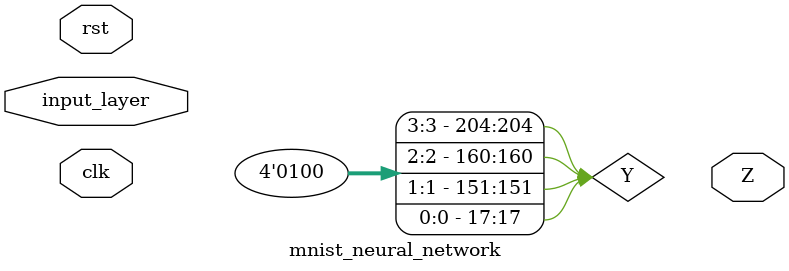
<source format=v>
`timescale 1ns / 1ps
`include "all_cmos_tf_rst_mnist.v"
`include "all_cmos_tf_rst.v"

module mnist_neural_network(
    input wire clk,
    input wire rst,
    input wire [115:0] input_layer, // TODO: widen if needed
    output wire [255:0] Z
);

  // Internal signals
  wire [255:0] Y; // layer 1 outputs feed layer 3

  // instantiate function_0 for neuron0_1
  function_0 neuron0_1 (
      .a(input_layer[541]),
      .b(input_layer[1947]),
      .c(input_layer[1804]),
      .d(~input_layer[537]),
      .e(~input_layer[1985]),
      .y(Y[0]),
      .clk(clk),
      .rst(rst)
  );

  // instantiate function_1 for neuron1_1
  function_1 neuron1_1 (
      .a(~input_layer[715]),
      .b(~input_layer[2220]),
      .c(~input_layer[1790]),
      .d(~input_layer[371]),
      .e(~input_layer[1634]),
      .f(input_layer[2138]),
      .y(Y[1]),
      .clk(clk),
      .rst(rst)
  );

  // instantiate function_2 for neuron2_1
  function_2 neuron2_1 (
      .a(input_layer[1272]),
      .b(input_layer[739]),
      .c(~input_layer[1066]),
      .d(input_layer[1417]),
      .e(input_layer[1652]),
      .f(input_layer[71]),
      .y(Y[2]),
      .clk(clk),
      .rst(rst)
  );

  // instantiate function_3 for neuron3_1
  function_3 neuron3_1 (
      .a(input_layer[2133]),
      .b(input_layer[497]),
      .c(input_layer[1276]),
      .d(~input_layer[553]),
      .e(input_layer[482]),
      .y(Y[3]),
      .clk(clk),
      .rst(rst)
  );

  // instantiate function_4 for neuron4_1
  function_4 neuron4_1 (
      .a(input_layer[1973]),
      .b(~input_layer[379]),
      .c(input_layer[1967]),
      .d(~input_layer[1607]),
      .e(~input_layer[1556]),
      .y(Y[4]),
      .clk(clk),
      .rst(rst)
  );

  // instantiate function_5 for neuron5_1
  function_5 neuron5_1 (
      .a(input_layer[819]),
      .b(input_layer[2131]),
      .y(Y[5]),
      .clk(clk),
      .rst(rst)
  );

  // instantiate function_6 for neuron6_1
  function_6 neuron6_1 (
      .a(~input_layer[964]),
      .b(input_layer[1610]),
      .c(input_layer[1214]),
      .d(~input_layer[1574]),
      .e(input_layer[1177]),
      .f(input_layer[1516]),
      .y(Y[6]),
      .clk(clk),
      .rst(rst)
  );

  // instantiate function_7 for neuron7_1
  function_7 neuron7_1 (
      .a(input_layer[463]),
      .b(~input_layer[125]),
      .c(input_layer[1835]),
      .d(input_layer[1648]),
      .e(input_layer[1856]),
      .f(input_layer[1031]),
      .y(Y[7]),
      .clk(clk),
      .rst(rst)
  );

  // instantiate function_8 for neuron8_1
  function_8 neuron8_1 (
      .a(~input_layer[1832]),
      .b(~input_layer[523]),
      .c(~input_layer[639]),
      .d(input_layer[926]),
      .e(input_layer[1599]),
      .f(input_layer[1431]),
      .y(Y[8]),
      .clk(clk),
      .rst(rst)
  );

  // instantiate function_9 for neuron9_1
  function_9 neuron9_1 (
      .a(~input_layer[1134]),
      .b(input_layer[1539]),
      .c(~input_layer[467]),
      .d(~input_layer[2232]),
      .e(input_layer[866]),
      .y(Y[9]),
      .clk(clk),
      .rst(rst)
  );

  // instantiate function_10 for neuron10_1
  function_10 neuron10_1 (
      .a(~input_layer[1216]),
      .b(input_layer[137]),
      .c(~input_layer[946]),
      .d(input_layer[367]),
      .y(Y[10]),
      .clk(clk),
      .rst(rst)
  );

  // instantiate function_11 for neuron11_1
  function_11 neuron11_1 (
      .a(input_layer[2236]),
      .b(input_layer[2144]),
      .c(input_layer[1626]),
      .d(input_layer[1859]),
      .y(Y[11]),
      .clk(clk),
      .rst(rst)
  );

  // instantiate function_12 for neuron12_1
  function_12 neuron12_1 (
      .a(~input_layer[1143]),
      .b(~input_layer[778]),
      .c(~input_layer[639]),
      .y(Y[12]),
      .clk(clk),
      .rst(rst)
  );

  // instantiate function_13 for neuron13_1
  function_13 neuron13_1 (
      .a(~input_layer[1701]),
      .b(input_layer[1154]),
      .c(~input_layer[1730]),
      .d(input_layer[2074]),
      .e(input_layer[1964]),
      .f(input_layer[2214]),
      .y(Y[13]),
      .clk(clk),
      .rst(rst)
  );

  // instantiate function_14 for neuron14_1
  function_14 neuron14_1 (
      .a(~input_layer[1208]),
      .b(~input_layer[2209]),
      .c(~input_layer[670]),
      .d(input_layer[2008]),
      .e(~input_layer[155]),
      .y(Y[14]),
      .clk(clk),
      .rst(rst)
  );

  // instantiate function_15 for neuron15_1
  function_15 neuron15_1 (
      .a(~input_layer[1378]),
      .b(~input_layer[1631]),
      .c(input_layer[1167]),
      .d(~input_layer[1223]),
      .e(input_layer[978]),
      .f(input_layer[1107]),
      .y(Y[15]),
      .clk(clk),
      .rst(rst)
  );

  // instantiate function_16 for neuron16_1
  function_16 neuron16_1 (
      .a(input_layer[830]),
      .b(input_layer[354]),
      .c(input_layer[597]),
      .y(Y[16]),
      .clk(clk),
      .rst(rst)
  );

  assign Y[17] = 1'b0;

  // instantiate function_17 for neuron18_1
  function_17 neuron18_1 (
      .a(~input_layer[1780]),
      .b(~input_layer[1785]),
      .c(input_layer[1484]),
      .d(~input_layer[764]),
      .e(~input_layer[2201]),
      .f(~input_layer[2004]),
      .y(Y[18]),
      .clk(clk),
      .rst(rst)
  );

  // instantiate function_18 for neuron19_1
  function_18 neuron19_1 (
      .a(~input_layer[1354]),
      .b(input_layer[1706]),
      .c(~input_layer[1236]),
      .d(~input_layer[2327]),
      .e(~input_layer[1647]),
      .y(Y[19]),
      .clk(clk),
      .rst(rst)
  );

  // instantiate function_19 for neuron20_1
  function_19 neuron20_1 (
      .a(~input_layer[449]),
      .b(input_layer[1123]),
      .c(~input_layer[1216]),
      .d(input_layer[2290]),
      .y(Y[20]),
      .clk(clk),
      .rst(rst)
  );

  // instantiate function_20 for neuron21_1
  function_20 neuron21_1 (
      .a(input_layer[1160]),
      .b(input_layer[1979]),
      .c(input_layer[738]),
      .d(~input_layer[1152]),
      .e(input_layer[1274]),
      .f(~input_layer[1374]),
      .y(Y[21]),
      .clk(clk),
      .rst(rst)
  );

  // instantiate function_21 for neuron22_1
  function_21 neuron22_1 (
      .a(~input_layer[1561]),
      .b(~input_layer[959]),
      .c(~input_layer[520]),
      .d(~input_layer[2174]),
      .y(Y[22]),
      .clk(clk),
      .rst(rst)
  );

  // instantiate function_18 for neuron23_1
  function_18 neuron23_1 (
      .a(~input_layer[1446]),
      .b(~input_layer[395]),
      .c(~input_layer[312]),
      .d(~input_layer[196]),
      .e(~input_layer[1443]),
      .y(Y[23]),
      .clk(clk),
      .rst(rst)
  );

  // instantiate function_18 for neuron24_1
  function_18 neuron24_1 (
      .a(~input_layer[1032]),
      .b(input_layer[785]),
      .c(~input_layer[2026]),
      .d(~input_layer[443]),
      .e(~input_layer[2088]),
      .y(Y[24]),
      .clk(clk),
      .rst(rst)
  );

  // instantiate function_22 for neuron25_1
  function_22 neuron25_1 (
      .a(~input_layer[1611]),
      .b(input_layer[486]),
      .c(~input_layer[694]),
      .d(~input_layer[512]),
      .e(input_layer[1433]),
      .f(~input_layer[1684]),
      .y(Y[25]),
      .clk(clk),
      .rst(rst)
  );

  // instantiate function_23 for neuron26_1
  function_23 neuron26_1 (
      .a(input_layer[846]),
      .b(~input_layer[1384]),
      .c(~input_layer[1296]),
      .d(~input_layer[595]),
      .e(~input_layer[2108]),
      .f(~input_layer[1910]),
      .y(Y[26]),
      .clk(clk),
      .rst(rst)
  );

  // instantiate function_24 for neuron27_1
  function_24 neuron27_1 (
      .a(input_layer[1188]),
      .y(Y[27]),
      .clk(clk),
      .rst(rst)
  );

  // instantiate function_16 for neuron28_1
  function_16 neuron28_1 (
      .a(input_layer[1854]),
      .b(input_layer[655]),
      .c(input_layer[637]),
      .y(Y[28]),
      .clk(clk),
      .rst(rst)
  );

  // instantiate function_25 for neuron29_1
  function_25 neuron29_1 (
      .a(input_layer[403]),
      .b(input_layer[2080]),
      .c(input_layer[2202]),
      .d(input_layer[2320]),
      .e(~input_layer[1293]),
      .y(Y[29]),
      .clk(clk),
      .rst(rst)
  );

  // instantiate function_26 for neuron30_1
  function_26 neuron30_1 (
      .a(~input_layer[1231]),
      .b(~input_layer[1806]),
      .y(Y[30]),
      .clk(clk),
      .rst(rst)
  );

  // instantiate function_27 for neuron31_1
  function_27 neuron31_1 (
      .a(input_layer[1165]),
      .b(~input_layer[1104]),
      .c(input_layer[1665]),
      .d(input_layer[1739]),
      .e(~input_layer[2073]),
      .f(input_layer[456]),
      .y(Y[31]),
      .clk(clk),
      .rst(rst)
  );

  // instantiate function_28 for neuron32_1
  function_28 neuron32_1 (
      .a(input_layer[573]),
      .b(input_layer[823]),
      .c(~input_layer[283]),
      .d(~input_layer[537]),
      .e(input_layer[677]),
      .f(~input_layer[1342]),
      .y(Y[32]),
      .clk(clk),
      .rst(rst)
  );

  // instantiate function_29 for neuron33_1
  function_29 neuron33_1 (
      .a(~input_layer[489]),
      .b(input_layer[1360]),
      .c(input_layer[1276]),
      .d(~input_layer[1986]),
      .e(~input_layer[1766]),
      .f(input_layer[13]),
      .y(Y[33]),
      .clk(clk),
      .rst(rst)
  );

  // instantiate function_30 for neuron34_1
  function_30 neuron34_1 (
      .a(input_layer[1774]),
      .b(~input_layer[1196]),
      .c(input_layer[430]),
      .d(~input_layer[1105]),
      .y(Y[34]),
      .clk(clk),
      .rst(rst)
  );

  // instantiate function_21 for neuron35_1
  function_21 neuron35_1 (
      .a(~input_layer[298]),
      .b(~input_layer[436]),
      .c(~input_layer[1078]),
      .d(~input_layer[109]),
      .y(Y[35]),
      .clk(clk),
      .rst(rst)
  );

  // instantiate function_31 for neuron36_1
  function_31 neuron36_1 (
      .a(input_layer[1746]),
      .b(input_layer[137]),
      .c(input_layer[111]),
      .d(input_layer[2010]),
      .e(~input_layer[539]),
      .f(input_layer[2280]),
      .y(Y[36]),
      .clk(clk),
      .rst(rst)
  );

  // instantiate function_14 for neuron37_1
  function_14 neuron37_1 (
      .a(~input_layer[232]),
      .b(input_layer[664]),
      .c(~input_layer[2299]),
      .d(input_layer[656]),
      .e(input_layer[1988]),
      .y(Y[37]),
      .clk(clk),
      .rst(rst)
  );

  // instantiate function_32 for neuron38_1
  function_32 neuron38_1 (
      .a(~input_layer[1813]),
      .b(input_layer[2035]),
      .c(input_layer[1675]),
      .d(input_layer[1927]),
      .y(Y[38]),
      .clk(clk),
      .rst(rst)
  );

  // instantiate function_33 for neuron39_1
  function_33 neuron39_1 (
      .a(~input_layer[2203]),
      .b(~input_layer[682]),
      .c(~input_layer[958]),
      .d(~input_layer[1288]),
      .e(input_layer[183]),
      .y(Y[39]),
      .clk(clk),
      .rst(rst)
  );

  // instantiate function_34 for neuron40_1
  function_34 neuron40_1 (
      .a(~input_layer[1053]),
      .b(input_layer[302]),
      .c(input_layer[1631]),
      .d(input_layer[1623]),
      .e(input_layer[1414]),
      .y(Y[40]),
      .clk(clk),
      .rst(rst)
  );

  // instantiate function_33 for neuron41_1
  function_33 neuron41_1 (
      .a(~input_layer[223]),
      .b(~input_layer[1915]),
      .c(~input_layer[203]),
      .d(~input_layer[1116]),
      .e(input_layer[1939]),
      .y(Y[41]),
      .clk(clk),
      .rst(rst)
  );

  // instantiate function_0 for neuron42_1
  function_0 neuron42_1 (
      .a(input_layer[851]),
      .b(input_layer[271]),
      .c(input_layer[460]),
      .d(input_layer[2035]),
      .e(~input_layer[949]),
      .y(Y[42]),
      .clk(clk),
      .rst(rst)
  );

  // instantiate function_35 for neuron43_1
  function_35 neuron43_1 (
      .a(~input_layer[604]),
      .b(input_layer[315]),
      .c(~input_layer[550]),
      .d(~input_layer[355]),
      .e(~input_layer[2111]),
      .y(Y[43]),
      .clk(clk),
      .rst(rst)
  );

  // instantiate function_36 for neuron44_1
  function_36 neuron44_1 (
      .a(input_layer[918]),
      .b(~input_layer[1240]),
      .c(~input_layer[930]),
      .d(input_layer[1949]),
      .e(input_layer[777]),
      .f(input_layer[779]),
      .y(Y[44]),
      .clk(clk),
      .rst(rst)
  );

  // instantiate function_0 for neuron45_1
  function_0 neuron45_1 (
      .a(input_layer[1295]),
      .b(input_layer[1376]),
      .c(input_layer[1139]),
      .d(input_layer[1507]),
      .e(input_layer[1045]),
      .y(Y[45]),
      .clk(clk),
      .rst(rst)
  );

  // instantiate function_37 for neuron46_1
  function_37 neuron46_1 (
      .a(input_layer[1557]),
      .b(~input_layer[2141]),
      .c(input_layer[1273]),
      .d(~input_layer[463]),
      .e(input_layer[1081]),
      .y(Y[46]),
      .clk(clk),
      .rst(rst)
  );

  // instantiate function_16 for neuron47_1
  function_16 neuron47_1 (
      .a(input_layer[463]),
      .b(input_layer[1335]),
      .c(input_layer[1923]),
      .y(Y[47]),
      .clk(clk),
      .rst(rst)
  );

  // instantiate function_3 for neuron48_1
  function_3 neuron48_1 (
      .a(input_layer[1280]),
      .b(input_layer[1607]),
      .c(input_layer[2124]),
      .d(~input_layer[419]),
      .e(~input_layer[990]),
      .y(Y[48]),
      .clk(clk),
      .rst(rst)
  );

  // instantiate function_38 for neuron49_1
  function_38 neuron49_1 (
      .a(input_layer[1457]),
      .b(~input_layer[1864]),
      .c(input_layer[399]),
      .d(input_layer[1173]),
      .e(input_layer[2177]),
      .f(input_layer[1229]),
      .y(Y[49]),
      .clk(clk),
      .rst(rst)
  );

  // instantiate function_39 for neuron50_1
  function_39 neuron50_1 (
      .a(input_layer[531]),
      .b(~input_layer[576]),
      .c(~input_layer[1878]),
      .d(input_layer[1617]),
      .y(Y[50]),
      .clk(clk),
      .rst(rst)
  );

  // instantiate function_40 for neuron51_1
  function_40 neuron51_1 (
      .a(~input_layer[606]),
      .b(~input_layer[1855]),
      .c(input_layer[1791]),
      .d(~input_layer[429]),
      .e(input_layer[1071]),
      .f(~input_layer[1013]),
      .y(Y[51]),
      .clk(clk),
      .rst(rst)
  );

  // instantiate function_41 for neuron52_1
  function_41 neuron52_1 (
      .a(input_layer[447]),
      .b(input_layer[1329]),
      .c(~input_layer[1185]),
      .d(~input_layer[2220]),
      .e(input_layer[1537]),
      .f(~input_layer[2198]),
      .y(Y[52]),
      .clk(clk),
      .rst(rst)
  );

  // instantiate function_3 for neuron53_1
  function_3 neuron53_1 (
      .a(input_layer[1127]),
      .b(input_layer[1611]),
      .c(input_layer[438]),
      .d(~input_layer[978]),
      .e(input_layer[1148]),
      .y(Y[53]),
      .clk(clk),
      .rst(rst)
  );

  // instantiate function_42 for neuron54_1
  function_42 neuron54_1 (
      .a(~input_layer[1551]),
      .b(input_layer[395]),
      .c(~input_layer[1461]),
      .d(~input_layer[417]),
      .e(~input_layer[1852]),
      .y(Y[54]),
      .clk(clk),
      .rst(rst)
  );

  // instantiate function_43 for neuron55_1
  function_43 neuron55_1 (
      .a(input_layer[1423]),
      .b(~input_layer[500]),
      .c(~input_layer[1133]),
      .d(input_layer[439]),
      .e(~input_layer[679]),
      .y(Y[55]),
      .clk(clk),
      .rst(rst)
  );

  // instantiate function_44 for neuron56_1
  function_44 neuron56_1 (
      .a(~input_layer[1138]),
      .b(~input_layer[2051]),
      .c(~input_layer[916]),
      .y(Y[56]),
      .clk(clk),
      .rst(rst)
  );

  // instantiate function_14 for neuron57_1
  function_14 neuron57_1 (
      .a(~input_layer[2203]),
      .b(input_layer[1881]),
      .c(~input_layer[2164]),
      .d(~input_layer[121]),
      .e(~input_layer[1003]),
      .y(Y[57]),
      .clk(clk),
      .rst(rst)
  );

  // instantiate function_34 for neuron58_1
  function_34 neuron58_1 (
      .a(input_layer[1821]),
      .b(input_layer[1522]),
      .c(~input_layer[1231]),
      .d(~input_layer[1404]),
      .e(input_layer[1359]),
      .y(Y[58]),
      .clk(clk),
      .rst(rst)
  );

  // instantiate function_45 for neuron59_1
  function_45 neuron59_1 (
      .a(~input_layer[1325]),
      .b(~input_layer[2202]),
      .c(~input_layer[239]),
      .d(~input_layer[1058]),
      .e(~input_layer[471]),
      .f(~input_layer[1180]),
      .y(Y[59]),
      .clk(clk),
      .rst(rst)
  );

  // instantiate function_46 for neuron60_1
  function_46 neuron60_1 (
      .a(input_layer[2228]),
      .b(~input_layer[1300]),
      .c(~input_layer[1422]),
      .d(input_layer[356]),
      .e(input_layer[1194]),
      .f(input_layer[104]),
      .y(Y[60]),
      .clk(clk),
      .rst(rst)
  );

  // instantiate function_5 for neuron61_1
  function_5 neuron61_1 (
      .a(~input_layer[1204]),
      .b(input_layer[1005]),
      .y(Y[61]),
      .clk(clk),
      .rst(rst)
  );

  // instantiate function_18 for neuron62_1
  function_18 neuron62_1 (
      .a(~input_layer[2174]),
      .b(input_layer[368]),
      .c(input_layer[373]),
      .d(~input_layer[1208]),
      .e(~input_layer[2041]),
      .y(Y[62]),
      .clk(clk),
      .rst(rst)
  );

  // instantiate function_26 for neuron63_1
  function_26 neuron63_1 (
      .a(~input_layer[225]),
      .b(~input_layer[946]),
      .y(Y[63]),
      .clk(clk),
      .rst(rst)
  );

  // instantiate function_47 for neuron64_1
  function_47 neuron64_1 (
      .a(~input_layer[1130]),
      .b(~input_layer[1367]),
      .c(input_layer[2168]),
      .d(~input_layer[201]),
      .e(~input_layer[361]),
      .f(input_layer[1541]),
      .y(Y[64]),
      .clk(clk),
      .rst(rst)
  );

  // instantiate function_48 for neuron65_1
  function_48 neuron65_1 (
      .a(input_layer[2323]),
      .b(~input_layer[982]),
      .c(~input_layer[2223]),
      .d(input_layer[2217]),
      .e(input_layer[1257]),
      .y(Y[65]),
      .clk(clk),
      .rst(rst)
  );

  // instantiate function_49 for neuron66_1
  function_49 neuron66_1 (
      .a(input_layer[1161]),
      .b(input_layer[121]),
      .c(input_layer[690]),
      .d(input_layer[774]),
      .e(input_layer[2173]),
      .f(input_layer[1492]),
      .y(Y[66]),
      .clk(clk),
      .rst(rst)
  );

  // instantiate function_50 for neuron67_1
  function_50 neuron67_1 (
      .a(~input_layer[2138]),
      .b(~input_layer[1745]),
      .c(input_layer[1418]),
      .d(~input_layer[1089]),
      .e(input_layer[150]),
      .y(Y[67]),
      .clk(clk),
      .rst(rst)
  );

  // instantiate function_51 for neuron68_1
  function_51 neuron68_1 (
      .a(input_layer[2046]),
      .b(input_layer[1840]),
      .c(input_layer[681]),
      .d(~input_layer[1334]),
      .e(input_layer[1172]),
      .f(~input_layer[867]),
      .y(Y[68]),
      .clk(clk),
      .rst(rst)
  );

  // instantiate function_52 for neuron69_1
  function_52 neuron69_1 (
      .a(~input_layer[141]),
      .b(input_layer[1155]),
      .c(~input_layer[2052]),
      .d(~input_layer[1883]),
      .e(input_layer[323]),
      .y(Y[69]),
      .clk(clk),
      .rst(rst)
  );

  // instantiate function_16 for neuron70_1
  function_16 neuron70_1 (
      .a(input_layer[947]),
      .b(input_layer[912]),
      .c(~input_layer[365]),
      .y(Y[70]),
      .clk(clk),
      .rst(rst)
  );

  // instantiate function_53 for neuron71_1
  function_53 neuron71_1 (
      .a(input_layer[2159]),
      .b(~input_layer[693]),
      .c(input_layer[1440]),
      .d(input_layer[2012]),
      .e(input_layer[74]),
      .y(Y[71]),
      .clk(clk),
      .rst(rst)
  );

  // instantiate function_35 for neuron72_1
  function_35 neuron72_1 (
      .a(~input_layer[524]),
      .b(~input_layer[1076]),
      .c(input_layer[738]),
      .d(~input_layer[1359]),
      .e(~input_layer[1456]),
      .y(Y[72]),
      .clk(clk),
      .rst(rst)
  );

  // instantiate function_10 for neuron73_1
  function_10 neuron73_1 (
      .a(input_layer[818]),
      .b(input_layer[1021]),
      .c(~input_layer[316]),
      .d(input_layer[2201]),
      .y(Y[73]),
      .clk(clk),
      .rst(rst)
  );

  // instantiate function_54 for neuron74_1
  function_54 neuron74_1 (
      .a(input_layer[2241]),
      .b(input_layer[228]),
      .c(input_layer[1171]),
      .d(~input_layer[1324]),
      .e(~input_layer[690]),
      .f(input_layer[1565]),
      .y(Y[74]),
      .clk(clk),
      .rst(rst)
  );

  // instantiate function_55 for neuron75_1
  function_55 neuron75_1 (
      .a(input_layer[1407]),
      .b(~input_layer[141]),
      .c(~input_layer[1128]),
      .d(~input_layer[1243]),
      .e(input_layer[1071]),
      .f(input_layer[1621]),
      .y(Y[75]),
      .clk(clk),
      .rst(rst)
  );

  // instantiate function_56 for neuron76_1
  function_56 neuron76_1 (
      .a(~input_layer[1714]),
      .b(~input_layer[116]),
      .c(~input_layer[307]),
      .d(input_layer[1203]),
      .e(~input_layer[1648]),
      .y(Y[76]),
      .clk(clk),
      .rst(rst)
  );

  // instantiate function_57 for neuron77_1
  function_57 neuron77_1 (
      .a(~input_layer[2311]),
      .b(input_layer[489]),
      .c(~input_layer[900]),
      .d(input_layer[1476]),
      .e(~input_layer[453]),
      .f(input_layer[1209]),
      .y(Y[77]),
      .clk(clk),
      .rst(rst)
  );

  // instantiate function_58 for neuron78_1
  function_58 neuron78_1 (
      .a(~input_layer[824]),
      .b(~input_layer[690]),
      .c(input_layer[147]),
      .d(input_layer[1157]),
      .e(input_layer[990]),
      .f(~input_layer[355]),
      .y(Y[78]),
      .clk(clk),
      .rst(rst)
  );

  // instantiate function_32 for neuron79_1
  function_32 neuron79_1 (
      .a(input_layer[1580]),
      .b(input_layer[454]),
      .c(~input_layer[597]),
      .d(input_layer[1367]),
      .y(Y[79]),
      .clk(clk),
      .rst(rst)
  );

  // instantiate function_11 for neuron80_1
  function_11 neuron80_1 (
      .a(input_layer[1722]),
      .b(input_layer[204]),
      .c(input_layer[1602]),
      .d(~input_layer[702]),
      .y(Y[80]),
      .clk(clk),
      .rst(rst)
  );

  // instantiate function_16 for neuron81_1
  function_16 neuron81_1 (
      .a(input_layer[610]),
      .b(input_layer[1773]),
      .c(input_layer[1442]),
      .y(Y[81]),
      .clk(clk),
      .rst(rst)
  );

  // instantiate function_25 for neuron82_1
  function_25 neuron82_1 (
      .a(input_layer[915]),
      .b(input_layer[325]),
      .c(input_layer[745]),
      .d(input_layer[1411]),
      .e(input_layer[683]),
      .y(Y[82]),
      .clk(clk),
      .rst(rst)
  );

  // instantiate function_59 for neuron83_1
  function_59 neuron83_1 (
      .a(~input_layer[1585]),
      .b(~input_layer[1716]),
      .c(~input_layer[604]),
      .d(input_layer[1311]),
      .e(input_layer[1353]),
      .f(input_layer[1999]),
      .y(Y[83]),
      .clk(clk),
      .rst(rst)
  );

  // instantiate function_60 for neuron84_1
  function_60 neuron84_1 (
      .a(~input_layer[329]),
      .b(input_layer[1707]),
      .c(~input_layer[777]),
      .d(~input_layer[131]),
      .e(input_layer[903]),
      .f(~input_layer[300]),
      .y(Y[84]),
      .clk(clk),
      .rst(rst)
  );

  // instantiate function_14 for neuron85_1
  function_14 neuron85_1 (
      .a(~input_layer[1250]),
      .b(input_layer[1216]),
      .c(~input_layer[1427]),
      .d(~input_layer[1741]),
      .e(~input_layer[1883]),
      .y(Y[85]),
      .clk(clk),
      .rst(rst)
  );

  // instantiate function_35 for neuron86_1
  function_35 neuron86_1 (
      .a(~input_layer[1288]),
      .b(~input_layer[1504]),
      .c(~input_layer[1079]),
      .d(input_layer[1102]),
      .e(input_layer[426]),
      .y(Y[86]),
      .clk(clk),
      .rst(rst)
  );

  // instantiate function_61 for neuron87_1
  function_61 neuron87_1 (
      .a(~input_layer[438]),
      .b(~input_layer[533]),
      .c(~input_layer[2177]),
      .d(~input_layer[1429]),
      .e(input_layer[2071]),
      .y(Y[87]),
      .clk(clk),
      .rst(rst)
  );

  // instantiate function_48 for neuron88_1
  function_48 neuron88_1 (
      .a(input_layer[1835]),
      .b(~input_layer[529]),
      .c(input_layer[1011]),
      .d(~input_layer[1136]),
      .e(~input_layer[1567]),
      .y(Y[88]),
      .clk(clk),
      .rst(rst)
  );

  // instantiate function_62 for neuron89_1
  function_62 neuron89_1 (
      .a(~input_layer[1478]),
      .b(~input_layer[1440]),
      .c(input_layer[1872]),
      .d(~input_layer[1994]),
      .y(Y[89]),
      .clk(clk),
      .rst(rst)
  );

  // instantiate function_34 for neuron90_1
  function_34 neuron90_1 (
      .a(input_layer[2050]),
      .b(input_layer[763]),
      .c(input_layer[512]),
      .d(~input_layer[1398]),
      .e(~input_layer[1844]),
      .y(Y[90]),
      .clk(clk),
      .rst(rst)
  );

  // instantiate function_63 for neuron91_1
  function_63 neuron91_1 (
      .a(input_layer[1925]),
      .b(~input_layer[1989]),
      .c(~input_layer[471]),
      .d(~input_layer[1054]),
      .y(Y[91]),
      .clk(clk),
      .rst(rst)
  );

  // instantiate function_1 for neuron92_1
  function_1 neuron92_1 (
      .a(~input_layer[1451]),
      .b(~input_layer[2147]),
      .c(~input_layer[927]),
      .d(input_layer[1704]),
      .e(~input_layer[1655]),
      .f(input_layer[966]),
      .y(Y[92]),
      .clk(clk),
      .rst(rst)
  );

  // instantiate function_64 for neuron93_1
  function_64 neuron93_1 (
      .a(input_layer[831]),
      .b(input_layer[288]),
      .c(~input_layer[1289]),
      .d(input_layer[1481]),
      .e(~input_layer[700]),
      .y(Y[93]),
      .clk(clk),
      .rst(rst)
  );

  // instantiate function_11 for neuron94_1
  function_11 neuron94_1 (
      .a(input_layer[2152]),
      .b(input_layer[2220]),
      .c(input_layer[1944]),
      .d(~input_layer[1458]),
      .y(Y[94]),
      .clk(clk),
      .rst(rst)
  );

  // instantiate function_26 for neuron95_1
  function_26 neuron95_1 (
      .a(input_layer[2320]),
      .b(~input_layer[1605]),
      .y(Y[95]),
      .clk(clk),
      .rst(rst)
  );

  // instantiate function_65 for neuron96_1
  function_65 neuron96_1 (
      .a(~input_layer[1876]),
      .b(~input_layer[2315]),
      .c(input_layer[1158]),
      .d(input_layer[203]),
      .e(input_layer[1140]),
      .f(~input_layer[1897]),
      .y(Y[96]),
      .clk(clk),
      .rst(rst)
  );

  // instantiate function_66 for neuron97_1
  function_66 neuron97_1 (
      .a(~input_layer[455]),
      .b(input_layer[2301]),
      .c(~input_layer[620]),
      .d(~input_layer[1962]),
      .e(~input_layer[2325]),
      .f(input_layer[107]),
      .y(Y[97]),
      .clk(clk),
      .rst(rst)
  );

  // instantiate function_67 for neuron98_1
  function_67 neuron98_1 (
      .a(input_layer[1783]),
      .b(input_layer[1015]),
      .c(~input_layer[1201]),
      .d(~input_layer[2084]),
      .e(input_layer[1805]),
      .y(Y[98]),
      .clk(clk),
      .rst(rst)
  );

  // instantiate function_43 for neuron99_1
  function_43 neuron99_1 (
      .a(input_layer[797]),
      .b(~input_layer[1909]),
      .c(~input_layer[1823]),
      .d(~input_layer[1559]),
      .e(~input_layer[535]),
      .y(Y[99]),
      .clk(clk),
      .rst(rst)
  );

  // instantiate function_68 for neuron100_1
  function_68 neuron100_1 (
      .a(~input_layer[912]),
      .b(input_layer[1775]),
      .c(~input_layer[1540]),
      .d(~input_layer[823]),
      .e(~input_layer[1211]),
      .f(input_layer[74]),
      .y(Y[100]),
      .clk(clk),
      .rst(rst)
  );

  // instantiate function_11 for neuron101_1
  function_11 neuron101_1 (
      .a(input_layer[1585]),
      .b(input_layer[374]),
      .c(input_layer[1520]),
      .d(input_layer[700]),
      .y(Y[101]),
      .clk(clk),
      .rst(rst)
  );

  // instantiate function_69 for neuron102_1
  function_69 neuron102_1 (
      .a(input_layer[799]),
      .b(input_layer[2125]),
      .c(~input_layer[1806]),
      .d(~input_layer[962]),
      .e(input_layer[1260]),
      .y(Y[102]),
      .clk(clk),
      .rst(rst)
  );

  // instantiate function_70 for neuron103_1
  function_70 neuron103_1 (
      .a(~input_layer[894]),
      .b(input_layer[1536]),
      .c(~input_layer[2253]),
      .d(input_layer[265]),
      .e(input_layer[63]),
      .f(input_layer[2020]),
      .y(Y[103]),
      .clk(clk),
      .rst(rst)
  );

  // instantiate function_37 for neuron104_1
  function_37 neuron104_1 (
      .a(~input_layer[717]),
      .b(input_layer[1990]),
      .c(input_layer[306]),
      .d(~input_layer[2140]),
      .e(~input_layer[784]),
      .y(Y[104]),
      .clk(clk),
      .rst(rst)
  );

  // instantiate function_71 for neuron105_1
  function_71 neuron105_1 (
      .a(input_layer[1326]),
      .b(input_layer[220]),
      .c(input_layer[1239]),
      .d(~input_layer[1095]),
      .e(~input_layer[1096]),
      .f(~input_layer[1174]),
      .y(Y[105]),
      .clk(clk),
      .rst(rst)
  );

  // instantiate function_25 for neuron106_1
  function_25 neuron106_1 (
      .a(input_layer[613]),
      .b(input_layer[542]),
      .c(input_layer[773]),
      .d(input_layer[1604]),
      .e(input_layer[1943]),
      .y(Y[106]),
      .clk(clk),
      .rst(rst)
  );

  // instantiate function_72 for neuron107_1
  function_72 neuron107_1 (
      .a(~input_layer[1156]),
      .b(~input_layer[1317]),
      .c(input_layer[2216]),
      .d(~input_layer[2131]),
      .e(input_layer[1593]),
      .y(Y[107]),
      .clk(clk),
      .rst(rst)
  );

  // instantiate function_73 for neuron108_1
  function_73 neuron108_1 (
      .a(input_layer[2135]),
      .b(~input_layer[1903]),
      .c(~input_layer[1961]),
      .d(input_layer[1732]),
      .e(~input_layer[2070]),
      .f(input_layer[99]),
      .y(Y[108]),
      .clk(clk),
      .rst(rst)
  );

  // instantiate function_74 for neuron109_1
  function_74 neuron109_1 (
      .a(input_layer[2126]),
      .b(~input_layer[349]),
      .c(~input_layer[1876]),
      .d(input_layer[687]),
      .e(~input_layer[1073]),
      .y(Y[109]),
      .clk(clk),
      .rst(rst)
  );

  // instantiate function_75 for neuron110_1
  function_75 neuron110_1 (
      .a(~input_layer[1668]),
      .b(~input_layer[1917]),
      .c(input_layer[209]),
      .d(input_layer[1686]),
      .e(~input_layer[1250]),
      .y(Y[110]),
      .clk(clk),
      .rst(rst)
  );

  // instantiate function_5 for neuron111_1
  function_5 neuron111_1 (
      .a(input_layer[311]),
      .b(~input_layer[1629]),
      .y(Y[111]),
      .clk(clk),
      .rst(rst)
  );

  // instantiate function_11 for neuron112_1
  function_11 neuron112_1 (
      .a(input_layer[391]),
      .b(input_layer[1414]),
      .c(input_layer[684]),
      .d(input_layer[1874]),
      .y(Y[112]),
      .clk(clk),
      .rst(rst)
  );

  // instantiate function_76 for neuron113_1
  function_76 neuron113_1 (
      .a(~input_layer[1458]),
      .b(~input_layer[742]),
      .c(~input_layer[659]),
      .d(~input_layer[122]),
      .e(input_layer[1192]),
      .f(input_layer[1239]),
      .y(Y[113]),
      .clk(clk),
      .rst(rst)
  );

  // instantiate function_35 for neuron114_1
  function_35 neuron114_1 (
      .a(~input_layer[819]),
      .b(~input_layer[813]),
      .c(~input_layer[1840]),
      .d(~input_layer[457]),
      .e(input_layer[426]),
      .y(Y[114]),
      .clk(clk),
      .rst(rst)
  );

  // instantiate function_77 for neuron115_1
  function_77 neuron115_1 (
      .a(~input_layer[217]),
      .b(input_layer[943]),
      .c(input_layer[1975]),
      .d(input_layer[837]),
      .e(input_layer[1312]),
      .f(input_layer[982]),
      .y(Y[115]),
      .clk(clk),
      .rst(rst)
  );

  // instantiate function_78 for neuron116_1
  function_78 neuron116_1 (
      .a(input_layer[1468]),
      .b(input_layer[1854]),
      .c(~input_layer[1446]),
      .d(~input_layer[1166]),
      .e(input_layer[1691]),
      .f(~input_layer[1492]),
      .y(Y[116]),
      .clk(clk),
      .rst(rst)
  );

  // instantiate function_79 for neuron117_1
  function_79 neuron117_1 (
      .a(~input_layer[1530]),
      .b(~input_layer[1819]),
      .c(input_layer[1942]),
      .d(input_layer[1808]),
      .e(~input_layer[1564]),
      .f(~input_layer[1709]),
      .y(Y[117]),
      .clk(clk),
      .rst(rst)
  );

  // instantiate function_80 for neuron118_1
  function_80 neuron118_1 (
      .a(~input_layer[1204]),
      .b(input_layer[1897]),
      .c(~input_layer[1394]),
      .d(input_layer[1979]),
      .e(input_layer[523]),
      .f(input_layer[1020]),
      .y(Y[118]),
      .clk(clk),
      .rst(rst)
  );

  // instantiate function_67 for neuron119_1
  function_67 neuron119_1 (
      .a(input_layer[289]),
      .b(input_layer[2121]),
      .c(~input_layer[2060]),
      .d(input_layer[1516]),
      .e(~input_layer[612]),
      .y(Y[119]),
      .clk(clk),
      .rst(rst)
  );

  // instantiate function_35 for neuron120_1
  function_35 neuron120_1 (
      .a(~input_layer[2322]),
      .b(input_layer[1285]),
      .c(~input_layer[2217]),
      .d(input_layer[2240]),
      .e(~input_layer[1087]),
      .y(Y[120]),
      .clk(clk),
      .rst(rst)
  );

  // instantiate function_81 for neuron121_1
  function_81 neuron121_1 (
      .a(~input_layer[1362]),
      .b(input_layer[885]),
      .c(~input_layer[2050]),
      .d(input_layer[2094]),
      .e(input_layer[1697]),
      .f(~input_layer[1929]),
      .y(Y[121]),
      .clk(clk),
      .rst(rst)
  );

  // instantiate function_26 for neuron122_1
  function_26 neuron122_1 (
      .a(~input_layer[1686]),
      .b(~input_layer[456]),
      .y(Y[122]),
      .clk(clk),
      .rst(rst)
  );

  // instantiate function_72 for neuron123_1
  function_72 neuron123_1 (
      .a(~input_layer[1053]),
      .b(input_layer[1047]),
      .c(~input_layer[1272]),
      .d(input_layer[926]),
      .e(input_layer[716]),
      .y(Y[123]),
      .clk(clk),
      .rst(rst)
  );

  // instantiate function_82 for neuron124_1
  function_82 neuron124_1 (
      .a(~input_layer[1700]),
      .b(input_layer[1064]),
      .c(input_layer[1357]),
      .d(~input_layer[1695]),
      .e(~input_layer[673]),
      .y(Y[124]),
      .clk(clk),
      .rst(rst)
  );

  // instantiate function_37 for neuron125_1
  function_37 neuron125_1 (
      .a(input_layer[2316]),
      .b(~input_layer[1732]),
      .c(input_layer[671]),
      .d(input_layer[1378]),
      .e(~input_layer[1246]),
      .y(Y[125]),
      .clk(clk),
      .rst(rst)
  );

  // instantiate function_24 for neuron126_1
  function_24 neuron126_1 (
      .a(input_layer[788]),
      .y(Y[126]),
      .clk(clk),
      .rst(rst)
  );

  // instantiate function_83 for neuron127_1
  function_83 neuron127_1 (
      .a(input_layer[305]),
      .b(input_layer[1695]),
      .c(~input_layer[1049]),
      .d(~input_layer[1862]),
      .e(input_layer[1125]),
      .f(~input_layer[879]),
      .y(Y[127]),
      .clk(clk),
      .rst(rst)
  );

  // instantiate function_14 for neuron128_1
  function_14 neuron128_1 (
      .a(~input_layer[1917]),
      .b(~input_layer[1420]),
      .c(~input_layer[502]),
      .d(~input_layer[670]),
      .e(~input_layer[669]),
      .y(Y[128]),
      .clk(clk),
      .rst(rst)
  );

  // instantiate function_24 for neuron129_1
  function_24 neuron129_1 (
      .a(~input_layer[1221]),
      .y(Y[129]),
      .clk(clk),
      .rst(rst)
  );

  // instantiate function_84 for neuron130_1
  function_84 neuron130_1 (
      .a(~input_layer[2231]),
      .b(~input_layer[2298]),
      .c(input_layer[1530]),
      .d(~input_layer[2332]),
      .e(input_layer[1734]),
      .f(input_layer[498]),
      .y(Y[130]),
      .clk(clk),
      .rst(rst)
  );

  // instantiate function_85 for neuron131_1
  function_85 neuron131_1 (
      .a(input_layer[1548]),
      .b(input_layer[519]),
      .c(input_layer[2245]),
      .d(~input_layer[1539]),
      .e(~input_layer[1535]),
      .f(input_layer[2252]),
      .y(Y[131]),
      .clk(clk),
      .rst(rst)
  );

  // instantiate function_14 for neuron132_1
  function_14 neuron132_1 (
      .a(~input_layer[1141]),
      .b(~input_layer[2003]),
      .c(~input_layer[1854]),
      .d(~input_layer[2012]),
      .e(~input_layer[1990]),
      .y(Y[132]),
      .clk(clk),
      .rst(rst)
  );

  // instantiate function_86 for neuron133_1
  function_86 neuron133_1 (
      .a(input_layer[1528]),
      .b(input_layer[1961]),
      .c(input_layer[643]),
      .d(~input_layer[1604]),
      .e(~input_layer[118]),
      .f(~input_layer[988]),
      .y(Y[133]),
      .clk(clk),
      .rst(rst)
  );

  // instantiate function_18 for neuron134_1
  function_18 neuron134_1 (
      .a(~input_layer[907]),
      .b(~input_layer[1393]),
      .c(~input_layer[769]),
      .d(~input_layer[2231]),
      .e(~input_layer[2205]),
      .y(Y[134]),
      .clk(clk),
      .rst(rst)
  );

  // instantiate function_13 for neuron135_1
  function_13 neuron135_1 (
      .a(input_layer[1366]),
      .b(~input_layer[319]),
      .c(~input_layer[297]),
      .d(input_layer[2239]),
      .e(input_layer[569]),
      .f(~input_layer[1736]),
      .y(Y[135]),
      .clk(clk),
      .rst(rst)
  );

  // instantiate function_63 for neuron136_1
  function_63 neuron136_1 (
      .a(input_layer[1861]),
      .b(~input_layer[1461]),
      .c(input_layer[272]),
      .d(~input_layer[1252]),
      .y(Y[136]),
      .clk(clk),
      .rst(rst)
  );

  // instantiate function_76 for neuron137_1
  function_76 neuron137_1 (
      .a(~input_layer[446]),
      .b(~input_layer[1870]),
      .c(~input_layer[1222]),
      .d(~input_layer[121]),
      .e(~input_layer[1609]),
      .f(~input_layer[1733]),
      .y(Y[137]),
      .clk(clk),
      .rst(rst)
  );

  // instantiate function_43 for neuron138_1
  function_43 neuron138_1 (
      .a(input_layer[1275]),
      .b(~input_layer[904]),
      .c(~input_layer[241]),
      .d(~input_layer[1969]),
      .e(~input_layer[176]),
      .y(Y[138]),
      .clk(clk),
      .rst(rst)
  );

  // instantiate function_12 for neuron139_1
  function_12 neuron139_1 (
      .a(~input_layer[1732]),
      .b(~input_layer[1477]),
      .c(~input_layer[2084]),
      .y(Y[139]),
      .clk(clk),
      .rst(rst)
  );

  // instantiate function_87 for neuron140_1
  function_87 neuron140_1 (
      .a(input_layer[1187]),
      .b(input_layer[1050]),
      .c(input_layer[268]),
      .d(input_layer[431]),
      .e(~input_layer[824]),
      .f(~input_layer[1875]),
      .y(Y[140]),
      .clk(clk),
      .rst(rst)
  );

  // instantiate function_40 for neuron141_1
  function_40 neuron141_1 (
      .a(~input_layer[1972]),
      .b(~input_layer[196]),
      .c(~input_layer[752]),
      .d(~input_layer[210]),
      .e(~input_layer[409]),
      .f(~input_layer[1295]),
      .y(Y[141]),
      .clk(clk),
      .rst(rst)
  );

  // instantiate function_88 for neuron142_1
  function_88 neuron142_1 (
      .a(input_layer[906]),
      .b(~input_layer[932]),
      .c(~input_layer[1255]),
      .d(~input_layer[1831]),
      .e(~input_layer[1736]),
      .f(~input_layer[753]),
      .y(Y[142]),
      .clk(clk),
      .rst(rst)
  );

  // instantiate function_89 for neuron143_1
  function_89 neuron143_1 (
      .a(input_layer[1306]),
      .b(~input_layer[1451]),
      .c(~input_layer[1161]),
      .d(input_layer[2131]),
      .e(input_layer[1066]),
      .f(input_layer[1900]),
      .y(Y[143]),
      .clk(clk),
      .rst(rst)
  );

  // instantiate function_25 for neuron144_1
  function_25 neuron144_1 (
      .a(input_layer[1062]),
      .b(input_layer[998]),
      .c(input_layer[314]),
      .d(input_layer[767]),
      .e(input_layer[416]),
      .y(Y[144]),
      .clk(clk),
      .rst(rst)
  );

  // instantiate function_90 for neuron145_1
  function_90 neuron145_1 (
      .a(~input_layer[1165]),
      .b(~input_layer[1150]),
      .c(~input_layer[180]),
      .d(input_layer[812]),
      .e(~input_layer[1307]),
      .y(Y[145]),
      .clk(clk),
      .rst(rst)
  );

  // instantiate function_8 for neuron146_1
  function_8 neuron146_1 (
      .a(~input_layer[1163]),
      .b(~input_layer[1025]),
      .c(input_layer[1738]),
      .d(input_layer[1588]),
      .e(~input_layer[808]),
      .f(input_layer[671]),
      .y(Y[146]),
      .clk(clk),
      .rst(rst)
  );

  // instantiate function_3 for neuron147_1
  function_3 neuron147_1 (
      .a(input_layer[1812]),
      .b(input_layer[1455]),
      .c(~input_layer[706]),
      .d(input_layer[1561]),
      .e(input_layer[1007]),
      .y(Y[147]),
      .clk(clk),
      .rst(rst)
  );

  // instantiate function_21 for neuron148_1
  function_21 neuron148_1 (
      .a(~input_layer[1590]),
      .b(~input_layer[107]),
      .c(input_layer[1808]),
      .d(~input_layer[2113]),
      .y(Y[148]),
      .clk(clk),
      .rst(rst)
  );

  // instantiate function_26 for neuron149_1
  function_26 neuron149_1 (
      .a(input_layer[957]),
      .b(input_layer[564]),
      .y(Y[149]),
      .clk(clk),
      .rst(rst)
  );

  // instantiate function_24 for neuron150_1
  function_24 neuron150_1 (
      .a(~input_layer[1283]),
      .y(Y[150]),
      .clk(clk),
      .rst(rst)
  );

  assign Y[151] = 1'b0;

  // instantiate function_91 for neuron152_1
  function_91 neuron152_1 (
      .a(input_layer[1078]),
      .b(input_layer[1064]),
      .c(~input_layer[655]),
      .d(input_layer[1351]),
      .e(input_layer[174]),
      .f(~input_layer[949]),
      .y(Y[152]),
      .clk(clk),
      .rst(rst)
  );

  // instantiate function_92 for neuron153_1
  function_92 neuron153_1 (
      .a(~input_layer[833]),
      .b(input_layer[977]),
      .c(input_layer[1357]),
      .d(~input_layer[410]),
      .y(Y[153]),
      .clk(clk),
      .rst(rst)
  );

  // instantiate function_16 for neuron154_1
  function_16 neuron154_1 (
      .a(input_layer[1964]),
      .b(input_layer[1796]),
      .c(input_layer[624]),
      .y(Y[154]),
      .clk(clk),
      .rst(rst)
  );

  // instantiate function_3 for neuron155_1
  function_3 neuron155_1 (
      .a(input_layer[229]),
      .b(input_layer[317]),
      .c(input_layer[1940]),
      .d(~input_layer[1797]),
      .e(~input_layer[1495]),
      .y(Y[155]),
      .clk(clk),
      .rst(rst)
  );

  // instantiate function_93 for neuron156_1
  function_93 neuron156_1 (
      .a(~input_layer[997]),
      .b(~input_layer[766]),
      .c(~input_layer[1065]),
      .d(input_layer[1918]),
      .e(~input_layer[593]),
      .f(input_layer[1761]),
      .y(Y[156]),
      .clk(clk),
      .rst(rst)
  );

  // instantiate function_94 for neuron157_1
  function_94 neuron157_1 (
      .a(~input_layer[456]),
      .b(input_layer[2168]),
      .c(~input_layer[920]),
      .d(~input_layer[1650]),
      .e(~input_layer[1186]),
      .y(Y[157]),
      .clk(clk),
      .rst(rst)
  );

  // instantiate function_10 for neuron158_1
  function_10 neuron158_1 (
      .a(input_layer[1662]),
      .b(~input_layer[889]),
      .c(input_layer[1041]),
      .d(~input_layer[872]),
      .y(Y[158]),
      .clk(clk),
      .rst(rst)
  );

  // instantiate function_95 for neuron159_1
  function_95 neuron159_1 (
      .a(~input_layer[1639]),
      .b(input_layer[1877]),
      .c(~input_layer[1996]),
      .d(input_layer[1743]),
      .y(Y[159]),
      .clk(clk),
      .rst(rst)
  );

  assign Y[160] = 1'b1;

  // instantiate function_26 for neuron161_1
  function_26 neuron161_1 (
      .a(~input_layer[1918]),
      .b(~input_layer[1150]),
      .y(Y[161]),
      .clk(clk),
      .rst(rst)
  );

  // instantiate function_24 for neuron162_1
  function_24 neuron162_1 (
      .a(~input_layer[832]),
      .y(Y[162]),
      .clk(clk),
      .rst(rst)
  );

  // instantiate function_96 for neuron163_1
  function_96 neuron163_1 (
      .a(~input_layer[1114]),
      .b(input_layer[1813]),
      .c(input_layer[270]),
      .d(~input_layer[2169]),
      .e(~input_layer[327]),
      .f(~input_layer[2193]),
      .y(Y[163]),
      .clk(clk),
      .rst(rst)
  );

  // instantiate function_18 for neuron164_1
  function_18 neuron164_1 (
      .a(~input_layer[1277]),
      .b(~input_layer[1191]),
      .c(~input_layer[598]),
      .d(~input_layer[1012]),
      .e(~input_layer[2318]),
      .y(Y[164]),
      .clk(clk),
      .rst(rst)
  );

  // instantiate function_54 for neuron165_1
  function_54 neuron165_1 (
      .a(input_layer[873]),
      .b(input_layer[1557]),
      .c(input_layer[2066]),
      .d(input_layer[346]),
      .e(input_layer[1869]),
      .f(input_layer[1021]),
      .y(Y[165]),
      .clk(clk),
      .rst(rst)
  );

  // instantiate function_18 for neuron166_1
  function_18 neuron166_1 (
      .a(~input_layer[1039]),
      .b(~input_layer[1027]),
      .c(~input_layer[2114]),
      .d(~input_layer[1886]),
      .e(~input_layer[2063]),
      .y(Y[166]),
      .clk(clk),
      .rst(rst)
  );

  // instantiate function_16 for neuron167_1
  function_16 neuron167_1 (
      .a(input_layer[547]),
      .b(input_layer[2237]),
      .c(input_layer[876]),
      .y(Y[167]),
      .clk(clk),
      .rst(rst)
  );

  // instantiate function_85 for neuron168_1
  function_85 neuron168_1 (
      .a(input_layer[1505]),
      .b(input_layer[776]),
      .c(~input_layer[1203]),
      .d(input_layer[2312]),
      .e(input_layer[1950]),
      .f(~input_layer[1117]),
      .y(Y[168]),
      .clk(clk),
      .rst(rst)
  );

  // instantiate function_25 for neuron169_1
  function_25 neuron169_1 (
      .a(input_layer[353]),
      .b(input_layer[2151]),
      .c(input_layer[1920]),
      .d(input_layer[1844]),
      .e(input_layer[1061]),
      .y(Y[169]),
      .clk(clk),
      .rst(rst)
  );

  // instantiate function_14 for neuron170_1
  function_14 neuron170_1 (
      .a(~input_layer[939]),
      .b(~input_layer[2156]),
      .c(~input_layer[1208]),
      .d(input_layer[644]),
      .e(input_layer[637]),
      .y(Y[170]),
      .clk(clk),
      .rst(rst)
  );

  // instantiate function_10 for neuron171_1
  function_10 neuron171_1 (
      .a(input_layer[1671]),
      .b(input_layer[1622]),
      .c(input_layer[459]),
      .d(~input_layer[1399]),
      .y(Y[171]),
      .clk(clk),
      .rst(rst)
  );

  // instantiate function_63 for neuron172_1
  function_63 neuron172_1 (
      .a(input_layer[1925]),
      .b(input_layer[1384]),
      .c(input_layer[1828]),
      .d(~input_layer[674]),
      .y(Y[172]),
      .clk(clk),
      .rst(rst)
  );

  // instantiate function_97 for neuron173_1
  function_97 neuron173_1 (
      .a(input_layer[1070]),
      .b(~input_layer[1671]),
      .c(~input_layer[1991]),
      .d(~input_layer[775]),
      .e(input_layer[151]),
      .f(~input_layer[258]),
      .y(Y[173]),
      .clk(clk),
      .rst(rst)
  );

  // instantiate function_0 for neuron174_1
  function_0 neuron174_1 (
      .a(~input_layer[1642]),
      .b(input_layer[349]),
      .c(input_layer[2249]),
      .d(input_layer[262]),
      .e(~input_layer[729]),
      .y(Y[174]),
      .clk(clk),
      .rst(rst)
  );

  // instantiate function_98 for neuron175_1
  function_98 neuron175_1 (
      .a(~input_layer[1612]),
      .b(input_layer[784]),
      .c(input_layer[1276]),
      .d(input_layer[1855]),
      .e(~input_layer[1343]),
      .y(Y[175]),
      .clk(clk),
      .rst(rst)
  );

  // instantiate function_54 for neuron176_1
  function_54 neuron176_1 (
      .a(input_layer[563]),
      .b(input_layer[1624]),
      .c(input_layer[2312]),
      .d(input_layer[195]),
      .e(input_layer[1721]),
      .f(input_layer[619]),
      .y(Y[176]),
      .clk(clk),
      .rst(rst)
  );

  // instantiate function_1 for neuron177_1
  function_1 neuron177_1 (
      .a(~input_layer[1421]),
      .b(~input_layer[1253]),
      .c(input_layer[479]),
      .d(~input_layer[1595]),
      .e(~input_layer[2086]),
      .f(~input_layer[2087]),
      .y(Y[177]),
      .clk(clk),
      .rst(rst)
  );

  // instantiate function_21 for neuron178_1
  function_21 neuron178_1 (
      .a(~input_layer[1382]),
      .b(~input_layer[1828]),
      .c(~input_layer[228]),
      .d(input_layer[1067]),
      .y(Y[178]),
      .clk(clk),
      .rst(rst)
  );

  // instantiate function_48 for neuron179_1
  function_48 neuron179_1 (
      .a(input_layer[537]),
      .b(input_layer[145]),
      .c(~input_layer[1547]),
      .d(input_layer[2178]),
      .e(~input_layer[148]),
      .y(Y[179]),
      .clk(clk),
      .rst(rst)
  );

  // instantiate function_33 for neuron180_1
  function_33 neuron180_1 (
      .a(~input_layer[933]),
      .b(~input_layer[1973]),
      .c(~input_layer[1760]),
      .d(input_layer[947]),
      .e(input_layer[949]),
      .y(Y[180]),
      .clk(clk),
      .rst(rst)
  );

  // instantiate function_35 for neuron181_1
  function_35 neuron181_1 (
      .a(~input_layer[213]),
      .b(input_layer[979]),
      .c(~input_layer[2243]),
      .d(~input_layer[181]),
      .e(input_layer[1022]),
      .y(Y[181]),
      .clk(clk),
      .rst(rst)
  );

  // instantiate function_99 for neuron182_1
  function_99 neuron182_1 (
      .a(input_layer[1989]),
      .b(input_layer[1811]),
      .c(input_layer[1160]),
      .d(~input_layer[602]),
      .e(input_layer[1561]),
      .f(~input_layer[650]),
      .y(Y[182]),
      .clk(clk),
      .rst(rst)
  );

  // instantiate function_67 for neuron183_1
  function_67 neuron183_1 (
      .a(input_layer[1333]),
      .b(~input_layer[1665]),
      .c(input_layer[1399]),
      .d(input_layer[2329]),
      .e(~input_layer[556]),
      .y(Y[183]),
      .clk(clk),
      .rst(rst)
  );

  // instantiate function_100 for neuron184_1
  function_100 neuron184_1 (
      .a(input_layer[1525]),
      .b(~input_layer[1985]),
      .c(input_layer[2301]),
      .y(Y[184]),
      .clk(clk),
      .rst(rst)
  );

  // instantiate function_100 for neuron185_1
  function_100 neuron185_1 (
      .a(input_layer[1199]),
      .b(~input_layer[1910]),
      .c(~input_layer[934]),
      .y(Y[185]),
      .clk(clk),
      .rst(rst)
  );

  // instantiate function_101 for neuron186_1
  function_101 neuron186_1 (
      .a(~input_layer[1969]),
      .b(input_layer[1481]),
      .c(~input_layer[1822]),
      .d(input_layer[1486]),
      .e(input_layer[1153]),
      .f(~input_layer[703]),
      .y(Y[186]),
      .clk(clk),
      .rst(rst)
  );

  // instantiate function_35 for neuron187_1
  function_35 neuron187_1 (
      .a(~input_layer[1971]),
      .b(~input_layer[1356]),
      .c(~input_layer[1991]),
      .d(input_layer[1792]),
      .e(~input_layer[736]),
      .y(Y[187]),
      .clk(clk),
      .rst(rst)
  );

  // instantiate function_102 for neuron188_1
  function_102 neuron188_1 (
      .a(~input_layer[1479]),
      .b(input_layer[1721]),
      .c(~input_layer[1854]),
      .d(~input_layer[2197]),
      .e(~input_layer[1693]),
      .f(input_layer[2176]),
      .y(Y[188]),
      .clk(clk),
      .rst(rst)
  );

  // instantiate function_29 for neuron189_1
  function_29 neuron189_1 (
      .a(input_layer[1523]),
      .b(input_layer[225]),
      .c(~input_layer[730]),
      .d(~input_layer[482]),
      .e(~input_layer[699]),
      .f(input_layer[2198]),
      .y(Y[189]),
      .clk(clk),
      .rst(rst)
  );

  // instantiate function_35 for neuron190_1
  function_35 neuron190_1 (
      .a(~input_layer[1987]),
      .b(~input_layer[1840]),
      .c(~input_layer[755]),
      .d(input_layer[2202]),
      .e(~input_layer[1817]),
      .y(Y[190]),
      .clk(clk),
      .rst(rst)
  );

  // instantiate function_10 for neuron191_1
  function_10 neuron191_1 (
      .a(~input_layer[1211]),
      .b(input_layer[266]),
      .c(input_layer[1984]),
      .d(input_layer[1511]),
      .y(Y[191]),
      .clk(clk),
      .rst(rst)
  );

  // instantiate function_26 for neuron192_1
  function_26 neuron192_1 (
      .a(~input_layer[2243]),
      .b(input_layer[1304]),
      .y(Y[192]),
      .clk(clk),
      .rst(rst)
  );

  // instantiate function_76 for neuron193_1
  function_76 neuron193_1 (
      .a(~input_layer[1469]),
      .b(~input_layer[2244]),
      .c(~input_layer[1113]),
      .d(~input_layer[129]),
      .e(~input_layer[2125]),
      .f(input_layer[1732]),
      .y(Y[193]),
      .clk(clk),
      .rst(rst)
  );

  // instantiate function_103 for neuron194_1
  function_103 neuron194_1 (
      .a(input_layer[701]),
      .b(input_layer[1449]),
      .c(~input_layer[2152]),
      .d(input_layer[1923]),
      .e(~input_layer[1120]),
      .f(input_layer[2112]),
      .y(Y[194]),
      .clk(clk),
      .rst(rst)
  );

  // instantiate function_3 for neuron195_1
  function_3 neuron195_1 (
      .a(input_layer[1498]),
      .b(input_layer[669]),
      .c(input_layer[187]),
      .d(input_layer[628]),
      .e(~input_layer[719]),
      .y(Y[195]),
      .clk(clk),
      .rst(rst)
  );

  // instantiate function_104 for neuron196_1
  function_104 neuron196_1 (
      .a(~input_layer[1896]),
      .b(input_layer[2081]),
      .c(input_layer[195]),
      .y(Y[196]),
      .clk(clk),
      .rst(rst)
  );

  // instantiate function_105 for neuron197_1
  function_105 neuron197_1 (
      .a(input_layer[992]),
      .b(input_layer[1558]),
      .c(~input_layer[1896]),
      .d(~input_layer[1971]),
      .e(~input_layer[778]),
      .f(input_layer[2054]),
      .y(Y[197]),
      .clk(clk),
      .rst(rst)
  );

  // instantiate function_37 for neuron198_1
  function_37 neuron198_1 (
      .a(input_layer[765]),
      .b(input_layer[558]),
      .c(~input_layer[1147]),
      .d(input_layer[1987]),
      .e(input_layer[778]),
      .y(Y[198]),
      .clk(clk),
      .rst(rst)
  );

  // instantiate function_106 for neuron199_1
  function_106 neuron199_1 (
      .a(input_layer[2139]),
      .b(~input_layer[1118]),
      .c(input_layer[1864]),
      .d(~input_layer[2081]),
      .e(input_layer[1649]),
      .f(input_layer[2089]),
      .y(Y[199]),
      .clk(clk),
      .rst(rst)
  );

  // instantiate function_16 for neuron200_1
  function_16 neuron200_1 (
      .a(input_layer[576]),
      .b(input_layer[538]),
      .c(input_layer[1613]),
      .y(Y[200]),
      .clk(clk),
      .rst(rst)
  );

  // instantiate function_107 for neuron201_1
  function_107 neuron201_1 (
      .a(~input_layer[1332]),
      .b(input_layer[913]),
      .c(~input_layer[1374]),
      .d(~input_layer[132]),
      .y(Y[201]),
      .clk(clk),
      .rst(rst)
  );

  // instantiate function_11 for neuron202_1
  function_11 neuron202_1 (
      .a(input_layer[1402]),
      .b(input_layer[2142]),
      .c(input_layer[2008]),
      .d(input_layer[2330]),
      .y(Y[202]),
      .clk(clk),
      .rst(rst)
  );

  // instantiate function_10 for neuron203_1
  function_10 neuron203_1 (
      .a(input_layer[1607]),
      .b(input_layer[2160]),
      .c(input_layer[447]),
      .d(~input_layer[1415]),
      .y(Y[203]),
      .clk(clk),
      .rst(rst)
  );

  assign Y[204] = 1'b0;

  // instantiate function_108 for neuron205_1
  function_108 neuron205_1 (
      .a(input_layer[1609]),
      .b(~input_layer[1461]),
      .c(~input_layer[1462]),
      .d(~input_layer[1159]),
      .e(input_layer[1697]),
      .f(input_layer[2300]),
      .y(Y[205]),
      .clk(clk),
      .rst(rst)
  );

  // instantiate function_109 for neuron206_1
  function_109 neuron206_1 (
      .a(input_layer[1754]),
      .b(~input_layer[305]),
      .c(input_layer[2231]),
      .d(input_layer[952]),
      .e(input_layer[1073]),
      .f(input_layer[1788]),
      .y(Y[206]),
      .clk(clk),
      .rst(rst)
  );

  // instantiate function_44 for neuron207_1
  function_44 neuron207_1 (
      .a(~input_layer[129]),
      .b(~input_layer[2128]),
      .c(input_layer[1784]),
      .y(Y[207]),
      .clk(clk),
      .rst(rst)
  );

  // instantiate function_107 for neuron208_1
  function_107 neuron208_1 (
      .a(~input_layer[221]),
      .b(input_layer[1333]),
      .c(~input_layer[2310]),
      .d(~input_layer[1092]),
      .y(Y[208]),
      .clk(clk),
      .rst(rst)
  );

  // instantiate function_11 for neuron209_1
  function_11 neuron209_1 (
      .a(input_layer[2228]),
      .b(input_layer[1757]),
      .c(input_layer[2169]),
      .d(input_layer[2157]),
      .y(Y[209]),
      .clk(clk),
      .rst(rst)
  );

  // instantiate function_52 for neuron210_1
  function_52 neuron210_1 (
      .a(~input_layer[2217]),
      .b(input_layer[545]),
      .c(~input_layer[1563]),
      .d(input_layer[1715]),
      .e(~input_layer[2237]),
      .y(Y[210]),
      .clk(clk),
      .rst(rst)
  );

  // instantiate function_107 for neuron211_1
  function_107 neuron211_1 (
      .a(~input_layer[2317]),
      .b(input_layer[2152]),
      .c(~input_layer[300]),
      .d(input_layer[2207]),
      .y(Y[211]),
      .clk(clk),
      .rst(rst)
  );

  // instantiate function_110 for neuron212_1
  function_110 neuron212_1 (
      .a(~input_layer[434]),
      .b(input_layer[480]),
      .c(input_layer[281]),
      .d(~input_layer[1335]),
      .e(~input_layer[2024]),
      .f(~input_layer[587]),
      .y(Y[212]),
      .clk(clk),
      .rst(rst)
  );

  // instantiate function_100 for neuron213_1
  function_100 neuron213_1 (
      .a(input_layer[299]),
      .b(~input_layer[1447]),
      .c(input_layer[895]),
      .y(Y[213]),
      .clk(clk),
      .rst(rst)
  );

  // instantiate function_67 for neuron214_1
  function_67 neuron214_1 (
      .a(input_layer[1991]),
      .b(~input_layer[807]),
      .c(input_layer[1158]),
      .d(input_layer[1151]),
      .e(~input_layer[1957]),
      .y(Y[214]),
      .clk(clk),
      .rst(rst)
  );

  // instantiate function_0 for neuron215_1
  function_0 neuron215_1 (
      .a(input_layer[1830]),
      .b(input_layer[314]),
      .c(input_layer[1379]),
      .d(input_layer[119]),
      .e(~input_layer[1331]),
      .y(Y[215]),
      .clk(clk),
      .rst(rst)
  );

  // instantiate function_0 for neuron216_1
  function_0 neuron216_1 (
      .a(input_layer[902]),
      .b(input_layer[1202]),
      .c(input_layer[1278]),
      .d(input_layer[998]),
      .e(input_layer[471]),
      .y(Y[216]),
      .clk(clk),
      .rst(rst)
  );

  // instantiate function_111 for neuron217_1
  function_111 neuron217_1 (
      .a(input_layer[964]),
      .b(input_layer[1249]),
      .c(input_layer[1074]),
      .d(~input_layer[1216]),
      .e(~input_layer[1353]),
      .f(~input_layer[1488]),
      .y(Y[217]),
      .clk(clk),
      .rst(rst)
  );

  // instantiate function_90 for neuron218_1
  function_90 neuron218_1 (
      .a(input_layer[1220]),
      .b(~input_layer[276]),
      .c(~input_layer[1641]),
      .d(~input_layer[193]),
      .e(~input_layer[49]),
      .y(Y[218]),
      .clk(clk),
      .rst(rst)
  );

  // instantiate function_112 for neuron219_1
  function_112 neuron219_1 (
      .a(~input_layer[1189]),
      .b(~input_layer[2027]),
      .c(~input_layer[2042]),
      .d(~input_layer[2224]),
      .e(input_layer[867]),
      .f(~input_layer[1489]),
      .y(Y[219]),
      .clk(clk),
      .rst(rst)
  );

  // instantiate function_11 for neuron220_1
  function_11 neuron220_1 (
      .a(input_layer[894]),
      .b(input_layer[2160]),
      .c(input_layer[1388]),
      .d(~input_layer[1738]),
      .y(Y[220]),
      .clk(clk),
      .rst(rst)
  );

  // instantiate function_113 for neuron221_1
  function_113 neuron221_1 (
      .a(input_layer[451]),
      .b(input_layer[1001]),
      .c(~input_layer[553]),
      .d(input_layer[1179]),
      .e(~input_layer[1368]),
      .f(input_layer[1034]),
      .y(Y[221]),
      .clk(clk),
      .rst(rst)
  );

  // instantiate function_44 for neuron222_1
  function_44 neuron222_1 (
      .a(~input_layer[1784]),
      .b(~input_layer[2216]),
      .c(~input_layer[1941]),
      .y(Y[222]),
      .clk(clk),
      .rst(rst)
  );

  // instantiate function_114 for neuron223_1
  function_114 neuron223_1 (
      .a(~input_layer[963]),
      .b(~input_layer[1028]),
      .c(input_layer[470]),
      .d(input_layer[1312]),
      .e(~input_layer[1082]),
      .f(input_layer[1893]),
      .y(Y[223]),
      .clk(clk),
      .rst(rst)
  );

  // instantiate function_100 for neuron224_1
  function_100 neuron224_1 (
      .a(~input_layer[979]),
      .b(~input_layer[1954]),
      .c(input_layer[240]),
      .y(Y[224]),
      .clk(clk),
      .rst(rst)
  );

  // instantiate function_42 for neuron225_1
  function_42 neuron225_1 (
      .a(input_layer[370]),
      .b(~input_layer[2227]),
      .c(~input_layer[1616]),
      .d(input_layer[1825]),
      .e(input_layer[1184]),
      .y(Y[225]),
      .clk(clk),
      .rst(rst)
  );

  // instantiate function_115 for neuron226_1
  function_115 neuron226_1 (
      .a(input_layer[1493]),
      .b(~input_layer[372]),
      .c(~input_layer[2005]),
      .d(input_layer[1532]),
      .e(input_layer[365]),
      .y(Y[226]),
      .clk(clk),
      .rst(rst)
  );

  // instantiate function_114 for neuron227_1
  function_114 neuron227_1 (
      .a(~input_layer[456]),
      .b(input_layer[815]),
      .c(~input_layer[1245]),
      .d(~input_layer[135]),
      .e(input_layer[525]),
      .f(~input_layer[310]),
      .y(Y[227]),
      .clk(clk),
      .rst(rst)
  );

  // instantiate function_99 for neuron228_1
  function_99 neuron228_1 (
      .a(input_layer[1490]),
      .b(input_layer[1996]),
      .c(input_layer[203]),
      .d(~input_layer[1323]),
      .e(input_layer[1385]),
      .f(~input_layer[651]),
      .y(Y[228]),
      .clk(clk),
      .rst(rst)
  );

  // instantiate function_116 for neuron229_1
  function_116 neuron229_1 (
      .a(input_layer[1775]),
      .b(~input_layer[1075]),
      .c(~input_layer[1806]),
      .d(input_layer[1679]),
      .y(Y[229]),
      .clk(clk),
      .rst(rst)
  );

  // instantiate function_81 for neuron230_1
  function_81 neuron230_1 (
      .a(~input_layer[1704]),
      .b(input_layer[1268]),
      .c(~input_layer[2095]),
      .d(input_layer[976]),
      .e(~input_layer[770]),
      .f(~input_layer[1575]),
      .y(Y[230]),
      .clk(clk),
      .rst(rst)
  );

  // instantiate function_11 for neuron231_1
  function_11 neuron231_1 (
      .a(input_layer[2234]),
      .b(input_layer[774]),
      .c(input_layer[554]),
      .d(input_layer[1874]),
      .y(Y[231]),
      .clk(clk),
      .rst(rst)
  );

  // instantiate function_117 for neuron232_1
  function_117 neuron232_1 (
      .a(~input_layer[266]),
      .b(input_layer[1308]),
      .c(input_layer[1224]),
      .d(~input_layer[1769]),
      .e(~input_layer[1477]),
      .f(input_layer[2018]),
      .y(Y[232]),
      .clk(clk),
      .rst(rst)
  );

  // instantiate function_118 for neuron233_1
  function_118 neuron233_1 (
      .a(~input_layer[1284]),
      .b(input_layer[1953]),
      .c(input_layer[1739]),
      .d(input_layer[1024]),
      .e(~input_layer[399]),
      .y(Y[233]),
      .clk(clk),
      .rst(rst)
  );

  // instantiate function_119 for neuron234_1
  function_119 neuron234_1 (
      .a(input_layer[1870]),
      .b(input_layer[558]),
      .c(input_layer[1791]),
      .d(input_layer[326]),
      .e(input_layer[1982]),
      .f(input_layer[2159]),
      .y(Y[234]),
      .clk(clk),
      .rst(rst)
  );

  // instantiate function_12 for neuron235_1
  function_12 neuron235_1 (
      .a(~input_layer[299]),
      .b(~input_layer[583]),
      .c(input_layer[1146]),
      .y(Y[235]),
      .clk(clk),
      .rst(rst)
  );

  // instantiate function_16 for neuron236_1
  function_16 neuron236_1 (
      .a(input_layer[1110]),
      .b(input_layer[574]),
      .c(input_layer[325]),
      .y(Y[236]),
      .clk(clk),
      .rst(rst)
  );

  // instantiate function_12 for neuron237_1
  function_12 neuron237_1 (
      .a(~input_layer[270]),
      .b(input_layer[1476]),
      .c(~input_layer[1800]),
      .y(Y[237]),
      .clk(clk),
      .rst(rst)
  );

  // instantiate function_21 for neuron238_1
  function_21 neuron238_1 (
      .a(~input_layer[1408]),
      .b(~input_layer[637]),
      .c(~input_layer[552]),
      .d(~input_layer[1077]),
      .y(Y[238]),
      .clk(clk),
      .rst(rst)
  );

  // instantiate function_60 for neuron239_1
  function_60 neuron239_1 (
      .a(input_layer[543]),
      .b(~input_layer[121]),
      .c(~input_layer[802]),
      .d(input_layer[1907]),
      .e(~input_layer[149]),
      .f(~input_layer[260]),
      .y(Y[239]),
      .clk(clk),
      .rst(rst)
  );

  // instantiate function_76 for neuron240_1
  function_76 neuron240_1 (
      .a(~input_layer[1983]),
      .b(~input_layer[1906]),
      .c(~input_layer[1438]),
      .d(~input_layer[1171]),
      .e(~input_layer[546]),
      .f(~input_layer[2178]),
      .y(Y[240]),
      .clk(clk),
      .rst(rst)
  );

  // instantiate function_16 for neuron241_1
  function_16 neuron241_1 (
      .a(input_layer[1693]),
      .b(input_layer[1959]),
      .c(input_layer[1950]),
      .y(Y[241]),
      .clk(clk),
      .rst(rst)
  );

  // instantiate function_26 for neuron242_1
  function_26 neuron242_1 (
      .a(~input_layer[1323]),
      .b(~input_layer[1319]),
      .y(Y[242]),
      .clk(clk),
      .rst(rst)
  );

  // instantiate function_5 for neuron243_1
  function_5 neuron243_1 (
      .a(input_layer[312]),
      .b(input_layer[1142]),
      .y(Y[243]),
      .clk(clk),
      .rst(rst)
  );

  // instantiate function_11 for neuron244_1
  function_11 neuron244_1 (
      .a(input_layer[518]),
      .b(input_layer[917]),
      .c(input_layer[1582]),
      .d(input_layer[1799]),
      .y(Y[244]),
      .clk(clk),
      .rst(rst)
  );

  // instantiate function_120 for neuron245_1
  function_120 neuron245_1 (
      .a(input_layer[1075]),
      .b(~input_layer[1783]),
      .c(input_layer[1548]),
      .d(input_layer[1708]),
      .e(input_layer[2285]),
      .f(input_layer[471]),
      .y(Y[245]),
      .clk(clk),
      .rst(rst)
  );

  // instantiate function_71 for neuron246_1
  function_71 neuron246_1 (
      .a(input_layer[2233]),
      .b(input_layer[498]),
      .c(input_layer[1720]),
      .d(input_layer[869]),
      .e(input_layer[2073]),
      .f(~input_layer[1935]),
      .y(Y[246]),
      .clk(clk),
      .rst(rst)
  );

  // instantiate function_121 for neuron247_1
  function_121 neuron247_1 (
      .a(~input_layer[1237]),
      .b(input_layer[2329]),
      .c(input_layer[2127]),
      .d(input_layer[187]),
      .e(~input_layer[554]),
      .f(input_layer[1179]),
      .y(Y[247]),
      .clk(clk),
      .rst(rst)
  );

  // instantiate function_1 for neuron248_1
  function_1 neuron248_1 (
      .a(~input_layer[1577]),
      .b(~input_layer[305]),
      .c(~input_layer[2001]),
      .d(~input_layer[1963]),
      .e(input_layer[974]),
      .f(input_layer[1632]),
      .y(Y[248]),
      .clk(clk),
      .rst(rst)
  );

  // instantiate function_122 for neuron249_1
  function_122 neuron249_1 (
      .a(input_layer[1167]),
      .b(~input_layer[663]),
      .c(~input_layer[564]),
      .d(~input_layer[566]),
      .e(input_layer[344]),
      .f(input_layer[260]),
      .y(Y[249]),
      .clk(clk),
      .rst(rst)
  );

  // instantiate function_35 for neuron250_1
  function_35 neuron250_1 (
      .a(~input_layer[2075]),
      .b(~input_layer[826]),
      .c(input_layer[1830]),
      .d(~input_layer[104]),
      .e(~input_layer[396]),
      .y(Y[250]),
      .clk(clk),
      .rst(rst)
  );

  // instantiate function_31 for neuron251_1
  function_31 neuron251_1 (
      .a(input_layer[1569]),
      .b(input_layer[2130]),
      .c(input_layer[1116]),
      .d(input_layer[1646]),
      .e(input_layer[603]),
      .f(input_layer[1520]),
      .y(Y[251]),
      .clk(clk),
      .rst(rst)
  );

  // instantiate function_21 for neuron252_1
  function_21 neuron252_1 (
      .a(~input_layer[795]),
      .b(input_layer[373]),
      .c(~input_layer[581]),
      .d(~input_layer[403]),
      .y(Y[252]),
      .clk(clk),
      .rst(rst)
  );

  // instantiate function_123 for neuron253_1
  function_123 neuron253_1 (
      .a(~input_layer[1502]),
      .b(~input_layer[450]),
      .c(~input_layer[1041]),
      .d(~input_layer[2334]),
      .e(input_layer[843]),
      .f(input_layer[398]),
      .y(Y[253]),
      .clk(clk),
      .rst(rst)
  );

  // instantiate function_10 for neuron254_1
  function_10 neuron254_1 (
      .a(input_layer[404]),
      .b(input_layer[203]),
      .c(~input_layer[1411]),
      .d(~input_layer[1878]),
      .y(Y[254]),
      .clk(clk),
      .rst(rst)
  );

  // instantiate function_124 for neuron255_1
  function_124 neuron255_1 (
      .a(~input_layer[956]),
      .b(~input_layer[1124]),
      .c(input_layer[1570]),
      .d(~input_layer[605]),
      .e(~input_layer[1333]),
      .f(~input_layer[146]),
      .y(Y[255]),
      .clk(clk),
      .rst(rst)
  );

  // instantiate function_125 for neuron256_1
  function_125 neuron256_1 (
      .a(~input_layer[1051]),
      .b(~input_layer[2245]),
      .c(~input_layer[1880]),
      .d(~input_layer[2243]),
      .e(input_layer[1685]),
      .y(Y[256]),
      .clk(clk),
      .rst(rst)
  );

  // instantiate function_126 for neuron257_1
  function_126 neuron257_1 (
      .a(input_layer[525]),
      .b(input_layer[908]),
      .c(~input_layer[218]),
      .d(~input_layer[954]),
      .e(input_layer[1117]),
      .y(Y[257]),
      .clk(clk),
      .rst(rst)
  );

  // instantiate function_25 for neuron258_1
  function_25 neuron258_1 (
      .a(input_layer[1492]),
      .b(input_layer[1825]),
      .c(input_layer[1777]),
      .d(input_layer[1674]),
      .e(input_layer[1702]),
      .y(Y[258]),
      .clk(clk),
      .rst(rst)
  );

  // instantiate function_127 for neuron259_1
  function_127 neuron259_1 (
      .a(input_layer[1986]),
      .b(~input_layer[1735]),
      .c(~input_layer[275]),
      .d(~input_layer[1530]),
      .e(input_layer[674]),
      .f(~input_layer[472]),
      .y(Y[259]),
      .clk(clk),
      .rst(rst)
  );

  // instantiate function_128 for neuron260_1
  function_128 neuron260_1 (
      .a(input_layer[1133]),
      .b(~input_layer[111]),
      .c(~input_layer[375]),
      .d(~input_layer[1337]),
      .y(Y[260]),
      .clk(clk),
      .rst(rst)
  );

  // instantiate function_14 for neuron261_1
  function_14 neuron261_1 (
      .a(~input_layer[1418]),
      .b(input_layer[825]),
      .c(~input_layer[1606]),
      .d(~input_layer[2285]),
      .e(~input_layer[1803]),
      .y(Y[261]),
      .clk(clk),
      .rst(rst)
  );

  // instantiate function_116 for neuron262_1
  function_116 neuron262_1 (
      .a(input_layer[1556]),
      .b(input_layer[1026]),
      .c(~input_layer[434]),
      .d(input_layer[477]),
      .y(Y[262]),
      .clk(clk),
      .rst(rst)
  );

  // instantiate function_129 for neuron263_1
  function_129 neuron263_1 (
      .a(~input_layer[2230]),
      .b(input_layer[187]),
      .c(input_layer[406]),
      .d(~input_layer[2319]),
      .e(input_layer[866]),
      .f(input_layer[1279]),
      .y(Y[263]),
      .clk(clk),
      .rst(rst)
  );

  // instantiate function_18 for neuron264_1
  function_18 neuron264_1 (
      .a(~input_layer[1549]),
      .b(~input_layer[744]),
      .c(~input_layer[483]),
      .d(~input_layer[226]),
      .e(~input_layer[318]),
      .y(Y[264]),
      .clk(clk),
      .rst(rst)
  );

  // instantiate function_39 for neuron265_1
  function_39 neuron265_1 (
      .a(~input_layer[997]),
      .b(~input_layer[1501]),
      .c(input_layer[235]),
      .d(input_layer[1604]),
      .y(Y[265]),
      .clk(clk),
      .rst(rst)
  );

  // instantiate function_3 for neuron266_1
  function_3 neuron266_1 (
      .a(input_layer[437]),
      .b(input_layer[1438]),
      .c(~input_layer[1466]),
      .d(input_layer[1254]),
      .e(input_layer[1256]),
      .y(Y[266]),
      .clk(clk),
      .rst(rst)
  );

  // instantiate function_3 for neuron267_1
  function_3 neuron267_1 (
      .a(input_layer[1550]),
      .b(input_layer[2296]),
      .c(~input_layer[1222]),
      .d(input_layer[696]),
      .e(input_layer[2284]),
      .y(Y[267]),
      .clk(clk),
      .rst(rst)
  );

  // instantiate function_130 for neuron268_1
  function_130 neuron268_1 (
      .a(input_layer[325]),
      .b(~input_layer[1536]),
      .c(input_layer[516]),
      .d(~input_layer[2322]),
      .e(~input_layer[78]),
      .f(input_layer[167]),
      .y(Y[268]),
      .clk(clk),
      .rst(rst)
  );

  // instantiate function_131 for neuron269_1
  function_131 neuron269_1 (
      .a(input_layer[682]),
      .b(~input_layer[640]),
      .c(~input_layer[1330]),
      .d(~input_layer[2006]),
      .e(input_layer[2336]),
      .f(input_layer[58]),
      .y(Y[269]),
      .clk(clk),
      .rst(rst)
  );

  // instantiate function_48 for neuron270_1
  function_48 neuron270_1 (
      .a(input_layer[349]),
      .b(~input_layer[549]),
      .c(input_layer[488]),
      .d(input_layer[345]),
      .e(input_layer[919]),
      .y(Y[270]),
      .clk(clk),
      .rst(rst)
  );

  // instantiate function_61 for neuron271_1
  function_61 neuron271_1 (
      .a(~input_layer[735]),
      .b(~input_layer[2042]),
      .c(input_layer[585]),
      .d(~input_layer[1883]),
      .e(~input_layer[1441]),
      .y(Y[271]),
      .clk(clk),
      .rst(rst)
  );

  // instantiate function_131 for neuron272_1
  function_131 neuron272_1 (
      .a(~input_layer[1750]),
      .b(~input_layer[1908]),
      .c(input_layer[144]),
      .d(~input_layer[517]),
      .e(~input_layer[1316]),
      .f(~input_layer[331]),
      .y(Y[272]),
      .clk(clk),
      .rst(rst)
  );

  // instantiate function_16 for neuron273_1
  function_16 neuron273_1 (
      .a(input_layer[641]),
      .b(input_layer[1816]),
      .c(~input_layer[953]),
      .y(Y[273]),
      .clk(clk),
      .rst(rst)
  );

  // instantiate function_132 for neuron274_1
  function_132 neuron274_1 (
      .a(~input_layer[1727]),
      .b(input_layer[1440]),
      .c(~input_layer[198]),
      .d(~input_layer[1076]),
      .e(input_layer[844]),
      .y(Y[274]),
      .clk(clk),
      .rst(rst)
  );

  // instantiate function_24 for neuron275_1
  function_24 neuron275_1 (
      .a(~input_layer[1795]),
      .y(Y[275]),
      .clk(clk),
      .rst(rst)
  );

  // instantiate function_44 for neuron276_1
  function_44 neuron276_1 (
      .a(~input_layer[949]),
      .b(~input_layer[1647]),
      .c(~input_layer[2295]),
      .y(Y[276]),
      .clk(clk),
      .rst(rst)
  );

  // instantiate function_63 for neuron277_1
  function_63 neuron277_1 (
      .a(input_layer[2034]),
      .b(~input_layer[1232]),
      .c(input_layer[1472]),
      .d(~input_layer[976]),
      .y(Y[277]),
      .clk(clk),
      .rst(rst)
  );

  // instantiate function_35 for neuron278_1
  function_35 neuron278_1 (
      .a(~input_layer[1367]),
      .b(~input_layer[2143]),
      .c(~input_layer[727]),
      .d(~input_layer[812]),
      .e(input_layer[1783]),
      .y(Y[278]),
      .clk(clk),
      .rst(rst)
  );

  // instantiate function_133 for neuron279_1
  function_133 neuron279_1 (
      .a(~input_layer[2155]),
      .b(input_layer[1587]),
      .c(input_layer[612]),
      .d(input_layer[828]),
      .e(input_layer[1320]),
      .y(Y[279]),
      .clk(clk),
      .rst(rst)
  );

  // instantiate function_134 for neuron280_1
  function_134 neuron280_1 (
      .a(input_layer[1410]),
      .b(~input_layer[789]),
      .c(~input_layer[342]),
      .d(input_layer[1093]),
      .e(~input_layer[2137]),
      .f(~input_layer[2072]),
      .y(Y[280]),
      .clk(clk),
      .rst(rst)
  );

  // instantiate function_135 for neuron281_1
  function_135 neuron281_1 (
      .a(~input_layer[1215]),
      .b(input_layer[2324]),
      .c(input_layer[2311]),
      .d(~input_layer[1382]),
      .e(input_layer[1675]),
      .y(Y[281]),
      .clk(clk),
      .rst(rst)
  );

  // instantiate function_136 for neuron282_1
  function_136 neuron282_1 (
      .a(~input_layer[1049]),
      .b(~input_layer[2238]),
      .c(input_layer[311]),
      .d(input_layer[1113]),
      .e(~input_layer[853]),
      .f(input_layer[584]),
      .y(Y[282]),
      .clk(clk),
      .rst(rst)
  );

  // instantiate function_5 for neuron283_1
  function_5 neuron283_1 (
      .a(input_layer[729]),
      .b(input_layer[972]),
      .y(Y[283]),
      .clk(clk),
      .rst(rst)
  );

  // instantiate function_113 for neuron284_1
  function_113 neuron284_1 (
      .a(input_layer[218]),
      .b(~input_layer[1125]),
      .c(input_layer[112]),
      .d(input_layer[2288]),
      .e(input_layer[694]),
      .f(~input_layer[1263]),
      .y(Y[284]),
      .clk(clk),
      .rst(rst)
  );

  assign Y[285] = 1'b1;

  // instantiate function_137 for neuron286_1
  function_137 neuron286_1 (
      .a(input_layer[1856]),
      .b(input_layer[125]),
      .c(input_layer[887]),
      .d(~input_layer[1205]),
      .e(~input_layer[330]),
      .f(~input_layer[835]),
      .y(Y[286]),
      .clk(clk),
      .rst(rst)
  );

  // instantiate function_138 for neuron287_1
  function_138 neuron287_1 (
      .a(~input_layer[1030]),
      .b(~input_layer[1124]),
      .c(input_layer[2156]),
      .d(~input_layer[131]),
      .e(input_layer[945]),
      .f(~input_layer[1887]),
      .y(Y[287]),
      .clk(clk),
      .rst(rst)
  );

  // instantiate function_107 for neuron288_1
  function_107 neuron288_1 (
      .a(~input_layer[1673]),
      .b(~input_layer[233]),
      .c(~input_layer[1501]),
      .d(input_layer[581]),
      .y(Y[288]),
      .clk(clk),
      .rst(rst)
  );

  // instantiate function_21 for neuron289_1
  function_21 neuron289_1 (
      .a(~input_layer[1569]),
      .b(~input_layer[318]),
      .c(~input_layer[438]),
      .d(~input_layer[2318]),
      .y(Y[289]),
      .clk(clk),
      .rst(rst)
  );

  // instantiate function_139 for neuron290_1
  function_139 neuron290_1 (
      .a(input_layer[2154]),
      .b(~input_layer[1552]),
      .c(~input_layer[2095]),
      .d(~input_layer[395]),
      .e(~input_layer[319]),
      .y(Y[290]),
      .clk(clk),
      .rst(rst)
  );

  // instantiate function_140 for neuron291_1
  function_140 neuron291_1 (
      .a(~input_layer[2063]),
      .b(input_layer[858]),
      .c(input_layer[1256]),
      .d(input_layer[1537]),
      .e(~input_layer[1354]),
      .f(~input_layer[1565]),
      .y(Y[291]),
      .clk(clk),
      .rst(rst)
  );

  // instantiate function_141 for neuron292_1
  function_141 neuron292_1 (
      .a(input_layer[1077]),
      .b(~input_layer[1333]),
      .c(input_layer[2172]),
      .d(input_layer[427]),
      .e(~input_layer[1876]),
      .f(input_layer[2110]),
      .y(Y[292]),
      .clk(clk),
      .rst(rst)
  );

  // instantiate function_142 for neuron293_1
  function_142 neuron293_1 (
      .a(~input_layer[494]),
      .b(input_layer[1560]),
      .c(~input_layer[1828]),
      .d(input_layer[1025]),
      .e(input_layer[1331]),
      .y(Y[293]),
      .clk(clk),
      .rst(rst)
  );

  // instantiate function_21 for neuron294_1
  function_21 neuron294_1 (
      .a(~input_layer[711]),
      .b(~input_layer[1632]),
      .c(~input_layer[2213]),
      .d(~input_layer[1951]),
      .y(Y[294]),
      .clk(clk),
      .rst(rst)
  );

  // instantiate function_21 for neuron295_1
  function_21 neuron295_1 (
      .a(~input_layer[1871]),
      .b(~input_layer[833]),
      .c(input_layer[873]),
      .d(input_layer[780]),
      .y(Y[295]),
      .clk(clk),
      .rst(rst)
  );

  // instantiate function_121 for neuron296_1
  function_121 neuron296_1 (
      .a(input_layer[958]),
      .b(input_layer[2246]),
      .c(~input_layer[1717]),
      .d(input_layer[1460]),
      .e(input_layer[405]),
      .f(~input_layer[1837]),
      .y(Y[296]),
      .clk(clk),
      .rst(rst)
  );

  // instantiate function_14 for neuron297_1
  function_14 neuron297_1 (
      .a(~input_layer[908]),
      .b(~input_layer[894]),
      .c(~input_layer[1511]),
      .d(~input_layer[1196]),
      .e(input_layer[786]),
      .y(Y[297]),
      .clk(clk),
      .rst(rst)
  );

  // instantiate function_25 for neuron298_1
  function_25 neuron298_1 (
      .a(input_layer[850]),
      .b(input_layer[2147]),
      .c(input_layer[1435]),
      .d(input_layer[317]),
      .e(input_layer[2236]),
      .y(Y[298]),
      .clk(clk),
      .rst(rst)
  );

  // instantiate function_143 for neuron299_1
  function_143 neuron299_1 (
      .a(input_layer[974]),
      .b(input_layer[1423]),
      .c(input_layer[221]),
      .d(~input_layer[625]),
      .e(input_layer[1734]),
      .f(input_layer[629]),
      .y(Y[299]),
      .clk(clk),
      .rst(rst)
  );

  // instantiate function_144 for neuron300_1
  function_144 neuron300_1 (
      .a(~input_layer[1705]),
      .b(~input_layer[2304]),
      .c(~input_layer[229]),
      .d(input_layer[1526]),
      .e(input_layer[989]),
      .f(~input_layer[783]),
      .y(Y[300]),
      .clk(clk),
      .rst(rst)
  );

  // instantiate function_145 for neuron301_1
  function_145 neuron301_1 (
      .a(input_layer[765]),
      .b(input_layer[1172]),
      .c(~input_layer[1076]),
      .d(input_layer[1879]),
      .e(input_layer[2050]),
      .f(~input_layer[1035]),
      .y(Y[301]),
      .clk(clk),
      .rst(rst)
  );

  // instantiate function_14 for neuron302_1
  function_14 neuron302_1 (
      .a(~input_layer[433]),
      .b(~input_layer[1368]),
      .c(~input_layer[2007]),
      .d(~input_layer[1724]),
      .e(~input_layer[943]),
      .y(Y[302]),
      .clk(clk),
      .rst(rst)
  );

  // instantiate function_72 for neuron303_1
  function_72 neuron303_1 (
      .a(~input_layer[1247]),
      .b(~input_layer[889]),
      .c(~input_layer[453]),
      .d(~input_layer[1432]),
      .e(~input_layer[1747]),
      .y(Y[303]),
      .clk(clk),
      .rst(rst)
  );

  // instantiate function_11 for neuron304_1
  function_11 neuron304_1 (
      .a(input_layer[816]),
      .b(input_layer[651]),
      .c(input_layer[405]),
      .d(input_layer[2331]),
      .y(Y[304]),
      .clk(clk),
      .rst(rst)
  );

  // instantiate function_16 for neuron305_1
  function_16 neuron305_1 (
      .a(~input_layer[1041]),
      .b(~input_layer[1389]),
      .c(input_layer[442]),
      .y(Y[305]),
      .clk(clk),
      .rst(rst)
  );

  // instantiate function_21 for neuron306_1
  function_21 neuron306_1 (
      .a(~input_layer[872]),
      .b(~input_layer[1084]),
      .c(input_layer[1221]),
      .d(input_layer[1609]),
      .y(Y[306]),
      .clk(clk),
      .rst(rst)
  );

  // instantiate function_146 for neuron307_1
  function_146 neuron307_1 (
      .a(input_layer[1335]),
      .b(input_layer[309]),
      .c(input_layer[657]),
      .d(input_layer[582]),
      .e(~input_layer[563]),
      .y(Y[307]),
      .clk(clk),
      .rst(rst)
  );

  // instantiate function_147 for neuron308_1
  function_147 neuron308_1 (
      .a(~input_layer[499]),
      .b(input_layer[212]),
      .c(input_layer[210]),
      .d(~input_layer[1614]),
      .e(input_layer[636]),
      .f(~input_layer[1799]),
      .y(Y[308]),
      .clk(clk),
      .rst(rst)
  );

  // instantiate function_20 for neuron309_1
  function_20 neuron309_1 (
      .a(input_layer[201]),
      .b(~input_layer[1216]),
      .c(input_layer[510]),
      .d(input_layer[2195]),
      .e(input_layer[1937]),
      .f(input_layer[96]),
      .y(Y[309]),
      .clk(clk),
      .rst(rst)
  );

  // instantiate function_107 for neuron310_1
  function_107 neuron310_1 (
      .a(~input_layer[608]),
      .b(~input_layer[481]),
      .c(input_layer[1136]),
      .d(input_layer[2194]),
      .y(Y[310]),
      .clk(clk),
      .rst(rst)
  );

  // instantiate function_11 for neuron311_1
  function_11 neuron311_1 (
      .a(input_layer[282]),
      .b(input_layer[441]),
      .c(input_layer[1279]),
      .d(~input_layer[709]),
      .y(Y[311]),
      .clk(clk),
      .rst(rst)
  );

  // instantiate function_25 for neuron312_1
  function_25 neuron312_1 (
      .a(input_layer[1334]),
      .b(input_layer[681]),
      .c(input_layer[985]),
      .d(input_layer[2245]),
      .e(input_layer[190]),
      .y(Y[312]),
      .clk(clk),
      .rst(rst)
  );

  assign Y[313] = 1'b1;

  // instantiate function_30 for neuron314_1
  function_30 neuron314_1 (
      .a(~input_layer[441]),
      .b(input_layer[148]),
      .c(input_layer[726]),
      .d(input_layer[1920]),
      .y(Y[314]),
      .clk(clk),
      .rst(rst)
  );

  // instantiate function_148 for neuron315_1
  function_148 neuron315_1 (
      .a(~input_layer[1742]),
      .b(input_layer[775]),
      .c(~input_layer[1732]),
      .d(input_layer[694]),
      .y(Y[315]),
      .clk(clk),
      .rst(rst)
  );

  // instantiate function_149 for neuron316_1
  function_149 neuron316_1 (
      .a(~input_layer[1246]),
      .b(input_layer[745]),
      .c(~input_layer[1140]),
      .d(input_layer[816]),
      .y(Y[316]),
      .clk(clk),
      .rst(rst)
  );

  // instantiate function_107 for neuron317_1
  function_107 neuron317_1 (
      .a(~input_layer[2003]),
      .b(~input_layer[284]),
      .c(input_layer[820]),
      .d(input_layer[146]),
      .y(Y[317]),
      .clk(clk),
      .rst(rst)
  );

  // instantiate function_3 for neuron318_1
  function_3 neuron318_1 (
      .a(input_layer[2215]),
      .b(input_layer[409]),
      .c(input_layer[2292]),
      .d(~input_layer[539]),
      .e(input_layer[1398]),
      .y(Y[318]),
      .clk(clk),
      .rst(rst)
  );

  // instantiate function_11 for neuron319_1
  function_11 neuron319_1 (
      .a(input_layer[348]),
      .b(input_layer[219]),
      .c(input_layer[274]),
      .d(input_layer[994]),
      .y(Y[319]),
      .clk(clk),
      .rst(rst)
  );

  // instantiate function_11 for neuron320_1
  function_11 neuron320_1 (
      .a(input_layer[1704]),
      .b(~input_layer[1471]),
      .c(input_layer[2288]),
      .d(input_layer[643]),
      .y(Y[320]),
      .clk(clk),
      .rst(rst)
  );

  // instantiate function_150 for neuron321_1
  function_150 neuron321_1 (
      .a(input_layer[1627]),
      .b(~input_layer[2146]),
      .c(input_layer[1535]),
      .d(input_layer[187]),
      .e(input_layer[288]),
      .f(input_layer[283]),
      .y(Y[321]),
      .clk(clk),
      .rst(rst)
  );

  // instantiate function_67 for neuron322_1
  function_67 neuron322_1 (
      .a(input_layer[2230]),
      .b(input_layer[1663]),
      .c(input_layer[2109]),
      .d(input_layer[612]),
      .e(~input_layer[812]),
      .y(Y[322]),
      .clk(clk),
      .rst(rst)
  );

  // instantiate function_49 for neuron323_1
  function_49 neuron323_1 (
      .a(input_layer[1966]),
      .b(input_layer[139]),
      .c(input_layer[575]),
      .d(input_layer[831]),
      .e(input_layer[1694]),
      .f(input_layer[1351]),
      .y(Y[323]),
      .clk(clk),
      .rst(rst)
  );

  // instantiate function_151 for neuron324_1
  function_151 neuron324_1 (
      .a(~input_layer[471]),
      .b(input_layer[2064]),
      .c(input_layer[2004]),
      .d(~input_layer[1443]),
      .e(~input_layer[331]),
      .y(Y[324]),
      .clk(clk),
      .rst(rst)
  );

  // instantiate function_12 for neuron325_1
  function_12 neuron325_1 (
      .a(~input_layer[1899]),
      .b(~input_layer[2203]),
      .c(~input_layer[1874]),
      .y(Y[325]),
      .clk(clk),
      .rst(rst)
  );

  // instantiate function_67 for neuron326_1
  function_67 neuron326_1 (
      .a(input_layer[1217]),
      .b(input_layer[1833]),
      .c(input_layer[910]),
      .d(input_layer[922]),
      .e(input_layer[1263]),
      .y(Y[326]),
      .clk(clk),
      .rst(rst)
  );

  // instantiate function_152 for neuron327_1
  function_152 neuron327_1 (
      .a(~input_layer[1170]),
      .b(~input_layer[1729]),
      .c(input_layer[798]),
      .d(~input_layer[1515]),
      .e(input_layer[2227]),
      .f(~input_layer[53]),
      .y(Y[327]),
      .clk(clk),
      .rst(rst)
  );

  // instantiate function_26 for neuron328_1
  function_26 neuron328_1 (
      .a(input_layer[1124]),
      .b(~input_layer[1422]),
      .y(Y[328]),
      .clk(clk),
      .rst(rst)
  );

  // instantiate function_72 for neuron329_1
  function_72 neuron329_1 (
      .a(~input_layer[361]),
      .b(~input_layer[1394]),
      .c(input_layer[1809]),
      .d(input_layer[1211]),
      .e(~input_layer[1315]),
      .y(Y[329]),
      .clk(clk),
      .rst(rst)
  );

  // instantiate function_25 for neuron330_1
  function_25 neuron330_1 (
      .a(input_layer[528]),
      .b(input_layer[2035]),
      .c(input_layer[2318]),
      .d(input_layer[864]),
      .e(input_layer[1427]),
      .y(Y[330]),
      .clk(clk),
      .rst(rst)
  );

  // instantiate function_26 for neuron331_1
  function_26 neuron331_1 (
      .a(~input_layer[1985]),
      .b(~input_layer[1928]),
      .y(Y[331]),
      .clk(clk),
      .rst(rst)
  );

  // instantiate function_24 for neuron332_1
  function_24 neuron332_1 (
      .a(~input_layer[1143]),
      .y(Y[332]),
      .clk(clk),
      .rst(rst)
  );

  // instantiate function_21 for neuron333_1
  function_21 neuron333_1 (
      .a(~input_layer[200]),
      .b(~input_layer[2313]),
      .c(~input_layer[751]),
      .d(~input_layer[1743]),
      .y(Y[333]),
      .clk(clk),
      .rst(rst)
  );

  // instantiate function_100 for neuron334_1
  function_100 neuron334_1 (
      .a(input_layer[1165]),
      .b(~input_layer[2053]),
      .c(~input_layer[585]),
      .y(Y[334]),
      .clk(clk),
      .rst(rst)
  );

  // instantiate function_153 for neuron335_1
  function_153 neuron335_1 (
      .a(~input_layer[1301]),
      .b(input_layer[2222]),
      .c(~input_layer[102]),
      .d(~input_layer[2106]),
      .e(~input_layer[1286]),
      .f(~input_layer[80]),
      .y(Y[335]),
      .clk(clk),
      .rst(rst)
  );

  // instantiate function_154 for neuron336_1
  function_154 neuron336_1 (
      .a(~input_layer[1287]),
      .b(input_layer[1466]),
      .c(input_layer[1900]),
      .d(~input_layer[1489]),
      .e(input_layer[1209]),
      .y(Y[336]),
      .clk(clk),
      .rst(rst)
  );

  // instantiate function_155 for neuron337_1
  function_155 neuron337_1 (
      .a(input_layer[1052]),
      .b(~input_layer[651]),
      .c(input_layer[130]),
      .d(input_layer[1913]),
      .e(input_layer[756]),
      .y(Y[337]),
      .clk(clk),
      .rst(rst)
  );

  // instantiate function_12 for neuron338_1
  function_12 neuron338_1 (
      .a(~input_layer[474]),
      .b(~input_layer[765]),
      .c(~input_layer[319]),
      .y(Y[338]),
      .clk(clk),
      .rst(rst)
  );

  // instantiate function_21 for neuron339_1
  function_21 neuron339_1 (
      .a(~input_layer[971]),
      .b(~input_layer[1713]),
      .c(~input_layer[216]),
      .d(~input_layer[679]),
      .y(Y[339]),
      .clk(clk),
      .rst(rst)
  );

  // instantiate function_21 for neuron340_1
  function_21 neuron340_1 (
      .a(~input_layer[1625]),
      .b(~input_layer[601]),
      .c(~input_layer[485]),
      .d(~input_layer[452]),
      .y(Y[340]),
      .clk(clk),
      .rst(rst)
  );

  // instantiate function_16 for neuron341_1
  function_16 neuron341_1 (
      .a(input_layer[1946]),
      .b(input_layer[1924]),
      .c(~input_layer[813]),
      .y(Y[341]),
      .clk(clk),
      .rst(rst)
  );

  // instantiate function_125 for neuron342_1
  function_125 neuron342_1 (
      .a(~input_layer[534]),
      .b(~input_layer[1813]),
      .c(input_layer[2118]),
      .d(~input_layer[1049]),
      .e(~input_layer[1019]),
      .y(Y[342]),
      .clk(clk),
      .rst(rst)
  );

  // instantiate function_40 for neuron343_1
  function_40 neuron343_1 (
      .a(~input_layer[1449]),
      .b(~input_layer[653]),
      .c(~input_layer[2240]),
      .d(~input_layer[2214]),
      .e(~input_layer[1272]),
      .f(~input_layer[1671]),
      .y(Y[343]),
      .clk(clk),
      .rst(rst)
  );

  // instantiate function_14 for neuron344_1
  function_14 neuron344_1 (
      .a(~input_layer[1043]),
      .b(~input_layer[1531]),
      .c(~input_layer[1703]),
      .d(~input_layer[464]),
      .e(input_layer[2330]),
      .y(Y[344]),
      .clk(clk),
      .rst(rst)
  );

  // instantiate function_156 for neuron345_1
  function_156 neuron345_1 (
      .a(~input_layer[1825]),
      .b(~input_layer[543]),
      .c(input_layer[2198]),
      .d(~input_layer[1961]),
      .e(input_layer[1230]),
      .y(Y[345]),
      .clk(clk),
      .rst(rst)
  );

  // instantiate function_21 for neuron346_1
  function_21 neuron346_1 (
      .a(~input_layer[448]),
      .b(~input_layer[857]),
      .c(input_layer[1639]),
      .d(~input_layer[951]),
      .y(Y[346]),
      .clk(clk),
      .rst(rst)
  );

  // instantiate function_82 for neuron347_1
  function_82 neuron347_1 (
      .a(input_layer[190]),
      .b(~input_layer[848]),
      .c(~input_layer[2334]),
      .d(~input_layer[1384]),
      .e(~input_layer[1996]),
      .y(Y[347]),
      .clk(clk),
      .rst(rst)
  );

  // instantiate function_3 for neuron348_1
  function_3 neuron348_1 (
      .a(input_layer[190]),
      .b(input_layer[2047]),
      .c(~input_layer[1378]),
      .d(~input_layer[440]),
      .e(input_layer[2336]),
      .y(Y[348]),
      .clk(clk),
      .rst(rst)
  );

  // instantiate function_67 for neuron349_1
  function_67 neuron349_1 (
      .a(input_layer[1606]),
      .b(input_layer[1355]),
      .c(~input_layer[562]),
      .d(input_layer[221]),
      .e(input_layer[566]),
      .y(Y[349]),
      .clk(clk),
      .rst(rst)
  );

  // instantiate function_95 for neuron350_1
  function_95 neuron350_1 (
      .a(~input_layer[2055]),
      .b(input_layer[132]),
      .c(input_layer[1298]),
      .d(input_layer[634]),
      .y(Y[350]),
      .clk(clk),
      .rst(rst)
  );

  // instantiate function_157 for neuron351_1
  function_157 neuron351_1 (
      .a(~input_layer[1554]),
      .b(~input_layer[1518]),
      .c(input_layer[543]),
      .d(input_layer[1967]),
      .e(input_layer[1571]),
      .f(input_layer[2255]),
      .y(Y[351]),
      .clk(clk),
      .rst(rst)
  );

  // instantiate function_99 for neuron352_1
  function_99 neuron352_1 (
      .a(input_layer[933]),
      .b(input_layer[1505]),
      .c(input_layer[613]),
      .d(input_layer[1396]),
      .e(input_layer[411]),
      .f(~input_layer[1569]),
      .y(Y[352]),
      .clk(clk),
      .rst(rst)
  );

  // instantiate function_26 for neuron353_1
  function_26 neuron353_1 (
      .a(~input_layer[876]),
      .b(~input_layer[1033]),
      .y(Y[353]),
      .clk(clk),
      .rst(rst)
  );

  // instantiate function_54 for neuron354_1
  function_54 neuron354_1 (
      .a(input_layer[2076]),
      .b(input_layer[1338]),
      .c(~input_layer[1795]),
      .d(input_layer[267]),
      .e(~input_layer[813]),
      .f(~input_layer[1199]),
      .y(Y[354]),
      .clk(clk),
      .rst(rst)
  );

  // instantiate function_127 for neuron355_1
  function_127 neuron355_1 (
      .a(input_layer[1972]),
      .b(~input_layer[1036]),
      .c(input_layer[1520]),
      .d(input_layer[2070]),
      .e(~input_layer[1571]),
      .f(~input_layer[2181]),
      .y(Y[355]),
      .clk(clk),
      .rst(rst)
  );

  // instantiate function_12 for neuron356_1
  function_12 neuron356_1 (
      .a(~input_layer[1996]),
      .b(~input_layer[1122]),
      .c(~input_layer[695]),
      .y(Y[356]),
      .clk(clk),
      .rst(rst)
  );

  // instantiate function_91 for neuron357_1
  function_91 neuron357_1 (
      .a(input_layer[284]),
      .b(input_layer[1255]),
      .c(~input_layer[1134]),
      .d(input_layer[992]),
      .e(~input_layer[1765]),
      .f(~input_layer[1807]),
      .y(Y[357]),
      .clk(clk),
      .rst(rst)
  );

  // instantiate function_158 for neuron358_1
  function_158 neuron358_1 (
      .a(input_layer[690]),
      .b(input_layer[680]),
      .c(input_layer[2074]),
      .d(~input_layer[228]),
      .e(input_layer[1346]),
      .f(input_layer[106]),
      .y(Y[358]),
      .clk(clk),
      .rst(rst)
  );

  // instantiate function_159 for neuron359_1
  function_159 neuron359_1 (
      .a(input_layer[953]),
      .b(input_layer[660]),
      .c(input_layer[881]),
      .d(~input_layer[1234]),
      .e(input_layer[1241]),
      .f(input_layer[1589]),
      .y(Y[359]),
      .clk(clk),
      .rst(rst)
  );

  // instantiate function_18 for neuron360_1
  function_18 neuron360_1 (
      .a(~input_layer[1820]),
      .b(~input_layer[1648]),
      .c(~input_layer[1000]),
      .d(~input_layer[1279]),
      .e(~input_layer[1427]),
      .y(Y[360]),
      .clk(clk),
      .rst(rst)
  );

  // instantiate function_160 for neuron361_1
  function_160 neuron361_1 (
      .a(input_layer[851]),
      .b(~input_layer[1909]),
      .c(~input_layer[708]),
      .d(input_layer[347]),
      .e(~input_layer[1719]),
      .y(Y[361]),
      .clk(clk),
      .rst(rst)
  );

  // instantiate function_161 for neuron362_1
  function_161 neuron362_1 (
      .a(~input_layer[315]),
      .b(input_layer[2124]),
      .c(input_layer[2222]),
      .d(~input_layer[305]),
      .e(~input_layer[1656]),
      .f(input_layer[478]),
      .y(Y[362]),
      .clk(clk),
      .rst(rst)
  );

  // instantiate function_162 for neuron363_1
  function_162 neuron363_1 (
      .a(~input_layer[641]),
      .b(~input_layer[239]),
      .c(~input_layer[861]),
      .d(input_layer[1295]),
      .e(~input_layer[593]),
      .y(Y[363]),
      .clk(clk),
      .rst(rst)
  );

  // instantiate function_107 for neuron364_1
  function_107 neuron364_1 (
      .a(~input_layer[1239]),
      .b(~input_layer[904]),
      .c(~input_layer[1321]),
      .d(~input_layer[187]),
      .y(Y[364]),
      .clk(clk),
      .rst(rst)
  );

  // instantiate function_54 for neuron365_1
  function_54 neuron365_1 (
      .a(input_layer[1236]),
      .b(input_layer[2077]),
      .c(input_layer[584]),
      .d(input_layer[1722]),
      .e(input_layer[592]),
      .f(input_layer[1062]),
      .y(Y[365]),
      .clk(clk),
      .rst(rst)
  );

  // instantiate function_163 for neuron366_1
  function_163 neuron366_1 (
      .a(~input_layer[1227]),
      .b(input_layer[2292]),
      .c(input_layer[1570]),
      .d(~input_layer[443]),
      .e(input_layer[1325]),
      .f(input_layer[44]),
      .y(Y[366]),
      .clk(clk),
      .rst(rst)
  );

  // instantiate function_5 for neuron367_1
  function_5 neuron367_1 (
      .a(input_layer[1782]),
      .b(~input_layer[1150]),
      .y(Y[367]),
      .clk(clk),
      .rst(rst)
  );

  // instantiate function_95 for neuron368_1
  function_95 neuron368_1 (
      .a(input_layer[1539]),
      .b(~input_layer[1129]),
      .c(~input_layer[915]),
      .d(input_layer[1053]),
      .y(Y[368]),
      .clk(clk),
      .rst(rst)
  );

  // instantiate function_164 for neuron369_1
  function_164 neuron369_1 (
      .a(~input_layer[730]),
      .b(input_layer[1468]),
      .c(input_layer[482]),
      .d(~input_layer[2048]),
      .e(~input_layer[2154]),
      .y(Y[369]),
      .clk(clk),
      .rst(rst)
  );

  // instantiate function_67 for neuron370_1
  function_67 neuron370_1 (
      .a(input_layer[478]),
      .b(input_layer[377]),
      .c(input_layer[1538]),
      .d(~input_layer[609]),
      .e(input_layer[943]),
      .y(Y[370]),
      .clk(clk),
      .rst(rst)
  );

  // instantiate function_155 for neuron371_1
  function_155 neuron371_1 (
      .a(input_layer[1251]),
      .b(input_layer[1460]),
      .c(input_layer[676]),
      .d(input_layer[1379]),
      .e(~input_layer[1324]),
      .y(Y[371]),
      .clk(clk),
      .rst(rst)
  );

  // instantiate function_70 for neuron372_1
  function_70 neuron372_1 (
      .a(~input_layer[744]),
      .b(input_layer[1841]),
      .c(~input_layer[1963]),
      .d(~input_layer[672]),
      .e(input_layer[925]),
      .f(input_layer[1559]),
      .y(Y[372]),
      .clk(clk),
      .rst(rst)
  );

  // instantiate function_162 for neuron373_1
  function_162 neuron373_1 (
      .a(~input_layer[432]),
      .b(input_layer[951]),
      .c(input_layer[293]),
      .d(~input_layer[899]),
      .e(input_layer[1985]),
      .y(Y[373]),
      .clk(clk),
      .rst(rst)
  );

  // instantiate function_107 for neuron374_1
  function_107 neuron374_1 (
      .a(~input_layer[853]),
      .b(~input_layer[2091]),
      .c(~input_layer[101]),
      .d(~input_layer[1263]),
      .y(Y[374]),
      .clk(clk),
      .rst(rst)
  );

  // instantiate function_35 for neuron375_1
  function_35 neuron375_1 (
      .a(~input_layer[867]),
      .b(~input_layer[1422]),
      .c(input_layer[1130]),
      .d(~input_layer[1101]),
      .e(~input_layer[438]),
      .y(Y[375]),
      .clk(clk),
      .rst(rst)
  );

  // instantiate function_3 for neuron376_1
  function_3 neuron376_1 (
      .a(input_layer[2134]),
      .b(input_layer[1676]),
      .c(input_layer[622]),
      .d(input_layer[632]),
      .e(~input_layer[1452]),
      .y(Y[376]),
      .clk(clk),
      .rst(rst)
  );

  // instantiate function_26 for neuron377_1
  function_26 neuron377_1 (
      .a(~input_layer[1113]),
      .b(~input_layer[2138]),
      .y(Y[377]),
      .clk(clk),
      .rst(rst)
  );

  // instantiate function_165 for neuron378_1
  function_165 neuron378_1 (
      .a(~input_layer[1451]),
      .b(~input_layer[1842]),
      .c(input_layer[965]),
      .d(input_layer[1967]),
      .e(~input_layer[840]),
      .f(input_layer[2107]),
      .y(Y[378]),
      .clk(clk),
      .rst(rst)
  );

  // instantiate function_107 for neuron379_1
  function_107 neuron379_1 (
      .a(~input_layer[902]),
      .b(~input_layer[2315]),
      .c(~input_layer[1397]),
      .d(~input_layer[1070]),
      .y(Y[379]),
      .clk(clk),
      .rst(rst)
  );

  // instantiate function_3 for neuron380_1
  function_3 neuron380_1 (
      .a(input_layer[540]),
      .b(input_layer[947]),
      .c(input_layer[1144]),
      .d(input_layer[544]),
      .e(input_layer[2022]),
      .y(Y[380]),
      .clk(clk),
      .rst(rst)
  );

  // instantiate function_104 for neuron381_1
  function_104 neuron381_1 (
      .a(input_layer[1841]),
      .b(~input_layer[306]),
      .c(~input_layer[1300]),
      .y(Y[381]),
      .clk(clk),
      .rst(rst)
  );

  // instantiate function_3 for neuron382_1
  function_3 neuron382_1 (
      .a(input_layer[747]),
      .b(input_layer[116]),
      .c(input_layer[1045]),
      .d(input_layer[566]),
      .e(input_layer[594]),
      .y(Y[382]),
      .clk(clk),
      .rst(rst)
  );

  // instantiate function_149 for neuron383_1
  function_149 neuron383_1 (
      .a(~input_layer[980]),
      .b(~input_layer[591]),
      .c(~input_layer[126]),
      .d(input_layer[1977]),
      .y(Y[383]),
      .clk(clk),
      .rst(rst)
  );

  // instantiate function_7 for neuron384_1
  function_7 neuron384_1 (
      .a(input_layer[896]),
      .b(input_layer[676]),
      .c(~input_layer[2240]),
      .d(~input_layer[1677]),
      .e(input_layer[2016]),
      .f(~input_layer[2340]),
      .y(Y[384]),
      .clk(clk),
      .rst(rst)
  );

  // instantiate function_24 for neuron385_1
  function_24 neuron385_1 (
      .a(~input_layer[886]),
      .y(Y[385]),
      .clk(clk),
      .rst(rst)
  );

  // instantiate function_3 for neuron386_1
  function_3 neuron386_1 (
      .a(input_layer[1605]),
      .b(input_layer[530]),
      .c(~input_layer[1381]),
      .d(~input_layer[1136]),
      .e(input_layer[775]),
      .y(Y[386]),
      .clk(clk),
      .rst(rst)
  );

  // instantiate function_11 for neuron387_1
  function_11 neuron387_1 (
      .a(input_layer[1103]),
      .b(input_layer[2057]),
      .c(input_layer[1979]),
      .d(input_layer[1433]),
      .y(Y[387]),
      .clk(clk),
      .rst(rst)
  );

  // instantiate function_65 for neuron388_1
  function_65 neuron388_1 (
      .a(~input_layer[559]),
      .b(~input_layer[2136]),
      .c(~input_layer[2090]),
      .d(input_layer[985]),
      .e(~input_layer[1676]),
      .f(input_layer[111]),
      .y(Y[388]),
      .clk(clk),
      .rst(rst)
  );

  // instantiate function_166 for neuron389_1
  function_166 neuron389_1 (
      .a(~input_layer[275]),
      .b(~input_layer[121]),
      .c(input_layer[978]),
      .d(input_layer[671]),
      .e(input_layer[677]),
      .f(~input_layer[552]),
      .y(Y[389]),
      .clk(clk),
      .rst(rst)
  );

  // instantiate function_5 for neuron390_1
  function_5 neuron390_1 (
      .a(~input_layer[736]),
      .b(input_layer[2242]),
      .y(Y[390]),
      .clk(clk),
      .rst(rst)
  );

  // instantiate function_37 for neuron391_1
  function_37 neuron391_1 (
      .a(input_layer[1278]),
      .b(~input_layer[1419]),
      .c(~input_layer[1798]),
      .d(input_layer[760]),
      .e(~input_layer[1642]),
      .y(Y[391]),
      .clk(clk),
      .rst(rst)
  );

  // instantiate function_167 for neuron392_1
  function_167 neuron392_1 (
      .a(~input_layer[2170]),
      .b(~input_layer[1054]),
      .c(input_layer[1548]),
      .d(input_layer[695]),
      .e(input_layer[2287]),
      .y(Y[392]),
      .clk(clk),
      .rst(rst)
  );

  // instantiate function_168 for neuron393_1
  function_168 neuron393_1 (
      .a(~input_layer[770]),
      .b(input_layer[965]),
      .c(~input_layer[1483]),
      .d(input_layer[940]),
      .e(~input_layer[697]),
      .f(~input_layer[1514]),
      .y(Y[393]),
      .clk(clk),
      .rst(rst)
  );

  // instantiate function_67 for neuron394_1
  function_67 neuron394_1 (
      .a(input_layer[790]),
      .b(input_layer[2320]),
      .c(~input_layer[1651]),
      .d(input_layer[549]),
      .e(~input_layer[1248]),
      .y(Y[394]),
      .clk(clk),
      .rst(rst)
  );

  // instantiate function_169 for neuron395_1
  function_169 neuron395_1 (
      .a(input_layer[278]),
      .b(~input_layer[1629]),
      .c(input_layer[386]),
      .d(input_layer[1787]),
      .e(input_layer[2281]),
      .f(input_layer[2068]),
      .y(Y[395]),
      .clk(clk),
      .rst(rst)
  );

  // instantiate function_154 for neuron396_1
  function_154 neuron396_1 (
      .a(input_layer[583]),
      .b(input_layer[490]),
      .c(~input_layer[2127]),
      .d(~input_layer[2131]),
      .e(input_layer[1458]),
      .y(Y[396]),
      .clk(clk),
      .rst(rst)
  );

  // instantiate function_170 for neuron397_1
  function_170 neuron397_1 (
      .a(~input_layer[110]),
      .b(~input_layer[118]),
      .c(input_layer[979]),
      .d(~input_layer[1378]),
      .e(~input_layer[179]),
      .y(Y[397]),
      .clk(clk),
      .rst(rst)
  );

  // instantiate function_72 for neuron398_1
  function_72 neuron398_1 (
      .a(input_layer[570]),
      .b(~input_layer[2218]),
      .c(~input_layer[191]),
      .d(~input_layer[2332]),
      .e(input_layer[1850]),
      .y(Y[398]),
      .clk(clk),
      .rst(rst)
  );

  // instantiate function_171 for neuron399_1
  function_171 neuron399_1 (
      .a(input_layer[1819]),
      .b(~input_layer[143]),
      .c(~input_layer[344]),
      .d(input_layer[820]),
      .e(~input_layer[358]),
      .f(~input_layer[266]),
      .y(Y[399]),
      .clk(clk),
      .rst(rst)
  );

  // instantiate function_148 for neuron400_1
  function_148 neuron400_1 (
      .a(~input_layer[1997]),
      .b(input_layer[2112]),
      .c(input_layer[1062]),
      .d(~input_layer[1529]),
      .y(Y[400]),
      .clk(clk),
      .rst(rst)
  );

  // instantiate function_16 for neuron401_1
  function_16 neuron401_1 (
      .a(~input_layer[1141]),
      .b(input_layer[329]),
      .c(input_layer[96]),
      .y(Y[401]),
      .clk(clk),
      .rst(rst)
  );

  // instantiate function_26 for neuron402_1
  function_26 neuron402_1 (
      .a(input_layer[902]),
      .b(~input_layer[1352]),
      .y(Y[402]),
      .clk(clk),
      .rst(rst)
  );

  // instantiate function_90 for neuron403_1
  function_90 neuron403_1 (
      .a(~input_layer[1462]),
      .b(~input_layer[439]),
      .c(input_layer[490]),
      .d(~input_layer[1348]),
      .e(~input_layer[969]),
      .y(Y[403]),
      .clk(clk),
      .rst(rst)
  );

  // instantiate function_18 for neuron404_1
  function_18 neuron404_1 (
      .a(~input_layer[451]),
      .b(~input_layer[613]),
      .c(input_layer[312]),
      .d(~input_layer[2199]),
      .e(~input_layer[1844]),
      .y(Y[404]),
      .clk(clk),
      .rst(rst)
  );

  // instantiate function_14 for neuron405_1
  function_14 neuron405_1 (
      .a(~input_layer[1700]),
      .b(~input_layer[304]),
      .c(~input_layer[1630]),
      .d(~input_layer[1436]),
      .e(input_layer[814]),
      .y(Y[405]),
      .clk(clk),
      .rst(rst)
  );

  // instantiate function_0 for neuron406_1
  function_0 neuron406_1 (
      .a(input_layer[374]),
      .b(~input_layer[550]),
      .c(input_layer[2023]),
      .d(input_layer[1258]),
      .e(input_layer[1061]),
      .y(Y[406]),
      .clk(clk),
      .rst(rst)
  );

  // instantiate function_3 for neuron407_1
  function_3 neuron407_1 (
      .a(input_layer[1158]),
      .b(input_layer[1586]),
      .c(input_layer[1327]),
      .d(input_layer[209]),
      .e(input_layer[1926]),
      .y(Y[407]),
      .clk(clk),
      .rst(rst)
  );

  // instantiate function_3 for neuron408_1
  function_3 neuron408_1 (
      .a(input_layer[386]),
      .b(input_layer[396]),
      .c(input_layer[284]),
      .d(input_layer[1219]),
      .e(input_layer[98]),
      .y(Y[408]),
      .clk(clk),
      .rst(rst)
  );

  // instantiate function_100 for neuron409_1
  function_100 neuron409_1 (
      .a(input_layer[2229]),
      .b(input_layer[928]),
      .c(~input_layer[1687]),
      .y(Y[409]),
      .clk(clk),
      .rst(rst)
  );

  // instantiate function_10 for neuron410_1
  function_10 neuron410_1 (
      .a(input_layer[1463]),
      .b(input_layer[849]),
      .c(input_layer[1946]),
      .d(~input_layer[1124]),
      .y(Y[410]),
      .clk(clk),
      .rst(rst)
  );

  // instantiate function_17 for neuron411_1
  function_17 neuron411_1 (
      .a(~input_layer[908]),
      .b(input_layer[1695]),
      .c(~input_layer[1182]),
      .d(~input_layer[2244]),
      .e(~input_layer[1712]),
      .f(input_layer[2007]),
      .y(Y[411]),
      .clk(clk),
      .rst(rst)
  );

  // instantiate function_172 for neuron412_1
  function_172 neuron412_1 (
      .a(~input_layer[1690]),
      .b(~input_layer[1521]),
      .c(~input_layer[963]),
      .d(input_layer[2165]),
      .e(input_layer[265]),
      .f(~input_layer[443]),
      .y(Y[412]),
      .clk(clk),
      .rst(rst)
  );

  // instantiate function_173 for neuron413_1
  function_173 neuron413_1 (
      .a(~input_layer[739]),
      .b(input_layer[719]),
      .c(input_layer[1927]),
      .d(~input_layer[787]),
      .e(input_layer[1855]),
      .f(~input_layer[2067]),
      .y(Y[413]),
      .clk(clk),
      .rst(rst)
  );

  // instantiate function_3 for neuron414_1
  function_3 neuron414_1 (
      .a(input_layer[810]),
      .b(input_layer[2205]),
      .c(input_layer[1925]),
      .d(input_layer[480]),
      .e(~input_layer[1048]),
      .y(Y[414]),
      .clk(clk),
      .rst(rst)
  );

  // instantiate function_10 for neuron415_1
  function_10 neuron415_1 (
      .a(input_layer[1338]),
      .b(input_layer[1114]),
      .c(~input_layer[368]),
      .d(input_layer[326]),
      .y(Y[415]),
      .clk(clk),
      .rst(rst)
  );

  // instantiate function_116 for neuron416_1
  function_116 neuron416_1 (
      .a(input_layer[1663]),
      .b(input_layer[1519]),
      .c(~input_layer[676]),
      .d(input_layer[1651]),
      .y(Y[416]),
      .clk(clk),
      .rst(rst)
  );

  // instantiate function_42 for neuron417_1
  function_42 neuron417_1 (
      .a(input_layer[353]),
      .b(input_layer[891]),
      .c(~input_layer[794]),
      .d(input_layer[1974]),
      .e(input_layer[98]),
      .y(Y[417]),
      .clk(clk),
      .rst(rst)
  );

  // instantiate function_93 for neuron418_1
  function_93 neuron418_1 (
      .a(~input_layer[1786]),
      .b(~input_layer[195]),
      .c(input_layer[1310]),
      .d(~input_layer[639]),
      .e(input_layer[2067]),
      .f(~input_layer[1345]),
      .y(Y[418]),
      .clk(clk),
      .rst(rst)
  );

  // instantiate function_25 for neuron419_1
  function_25 neuron419_1 (
      .a(input_layer[1779]),
      .b(input_layer[1052]),
      .c(input_layer[209]),
      .d(input_layer[1437]),
      .e(input_layer[1625]),
      .y(Y[419]),
      .clk(clk),
      .rst(rst)
  );

  // instantiate function_5 for neuron420_1
  function_5 neuron420_1 (
      .a(~input_layer[1373]),
      .b(input_layer[348]),
      .y(Y[420]),
      .clk(clk),
      .rst(rst)
  );

  // instantiate function_12 for neuron421_1
  function_12 neuron421_1 (
      .a(~input_layer[2218]),
      .b(input_layer[472]),
      .c(input_layer[1057]),
      .y(Y[421]),
      .clk(clk),
      .rst(rst)
  );

  // instantiate function_25 for neuron422_1
  function_25 neuron422_1 (
      .a(input_layer[1336]),
      .b(input_layer[298]),
      .c(input_layer[289]),
      .d(~input_layer[576]),
      .e(input_layer[2083]),
      .y(Y[422]),
      .clk(clk),
      .rst(rst)
  );

  // instantiate function_21 for neuron423_1
  function_21 neuron423_1 (
      .a(~input_layer[2047]),
      .b(~input_layer[2152]),
      .c(input_layer[1725]),
      .d(~input_layer[1020]),
      .y(Y[423]),
      .clk(clk),
      .rst(rst)
  );

  // instantiate function_17 for neuron424_1
  function_17 neuron424_1 (
      .a(~input_layer[283]),
      .b(input_layer[1056]),
      .c(~input_layer[1633]),
      .d(~input_layer[1299]),
      .e(~input_layer[1178]),
      .f(~input_layer[1]),
      .y(Y[424]),
      .clk(clk),
      .rst(rst)
  );

  // instantiate function_174 for neuron425_1
  function_174 neuron425_1 (
      .a(~input_layer[224]),
      .b(input_layer[1651]),
      .c(input_layer[1350]),
      .d(input_layer[1714]),
      .e(input_layer[643]),
      .f(~input_layer[2153]),
      .y(Y[425]),
      .clk(clk),
      .rst(rst)
  );

  // instantiate function_175 for neuron426_1
  function_175 neuron426_1 (
      .a(~input_layer[2211]),
      .b(input_layer[788]),
      .c(~input_layer[829]),
      .d(~input_layer[1974]),
      .e(input_layer[1938]),
      .y(Y[426]),
      .clk(clk),
      .rst(rst)
  );

  // instantiate function_18 for neuron427_1
  function_18 neuron427_1 (
      .a(~input_layer[1861]),
      .b(~input_layer[1698]),
      .c(~input_layer[1662]),
      .d(~input_layer[1657]),
      .e(~input_layer[300]),
      .y(Y[427]),
      .clk(clk),
      .rst(rst)
  );

  // instantiate function_116 for neuron428_1
  function_116 neuron428_1 (
      .a(input_layer[2119]),
      .b(input_layer[798]),
      .c(~input_layer[903]),
      .d(input_layer[448]),
      .y(Y[428]),
      .clk(clk),
      .rst(rst)
  );

  // instantiate function_176 for neuron429_1
  function_176 neuron429_1 (
      .a(input_layer[202]),
      .b(input_layer[1373]),
      .c(input_layer[473]),
      .d(~input_layer[703]),
      .e(~input_layer[2297]),
      .f(~input_layer[711]),
      .y(Y[429]),
      .clk(clk),
      .rst(rst)
  );

  // instantiate function_25 for neuron430_1
  function_25 neuron430_1 (
      .a(input_layer[1362]),
      .b(~input_layer[1814]),
      .c(input_layer[1162]),
      .d(input_layer[2071]),
      .e(input_layer[2324]),
      .y(Y[430]),
      .clk(clk),
      .rst(rst)
  );

  // instantiate function_1 for neuron431_1
  function_1 neuron431_1 (
      .a(~input_layer[362]),
      .b(~input_layer[1352]),
      .c(input_layer[982]),
      .d(~input_layer[1803]),
      .e(~input_layer[1280]),
      .f(~input_layer[1548]),
      .y(Y[431]),
      .clk(clk),
      .rst(rst)
  );

  // instantiate function_21 for neuron432_1
  function_21 neuron432_1 (
      .a(~input_layer[1712]),
      .b(~input_layer[214]),
      .c(~input_layer[553]),
      .d(input_layer[1557]),
      .y(Y[432]),
      .clk(clk),
      .rst(rst)
  );

  // instantiate function_67 for neuron433_1
  function_67 neuron433_1 (
      .a(input_layer[206]),
      .b(input_layer[1074]),
      .c(input_layer[301]),
      .d(~input_layer[1659]),
      .e(input_layer[1718]),
      .y(Y[433]),
      .clk(clk),
      .rst(rst)
  );

  // instantiate function_177 for neuron434_1
  function_177 neuron434_1 (
      .a(input_layer[2118]),
      .b(~input_layer[991]),
      .c(~input_layer[105]),
      .d(input_layer[478]),
      .e(~input_layer[838]),
      .f(~input_layer[2142]),
      .y(Y[434]),
      .clk(clk),
      .rst(rst)
  );

  // instantiate function_113 for neuron435_1
  function_113 neuron435_1 (
      .a(input_layer[631]),
      .b(input_layer[1617]),
      .c(input_layer[965]),
      .d(~input_layer[1313]),
      .e(input_layer[2325]),
      .f(input_layer[672]),
      .y(Y[435]),
      .clk(clk),
      .rst(rst)
  );

  // instantiate function_28 for neuron436_1
  function_28 neuron436_1 (
      .a(input_layer[808]),
      .b(input_layer[2035]),
      .c(~input_layer[1552]),
      .d(input_layer[700]),
      .e(~input_layer[640]),
      .f(input_layer[1393]),
      .y(Y[436]),
      .clk(clk),
      .rst(rst)
  );

  // instantiate function_157 for neuron437_1
  function_157 neuron437_1 (
      .a(~input_layer[1653]),
      .b(~input_layer[401]),
      .c(~input_layer[1044]),
      .d(input_layer[1185]),
      .e(input_layer[238]),
      .f(~input_layer[110]),
      .y(Y[437]),
      .clk(clk),
      .rst(rst)
  );

  // instantiate function_178 for neuron438_1
  function_178 neuron438_1 (
      .a(~input_layer[1017]),
      .b(~input_layer[1087]),
      .c(~input_layer[1055]),
      .d(input_layer[1046]),
      .e(input_layer[300]),
      .f(input_layer[144]),
      .y(Y[438]),
      .clk(clk),
      .rst(rst)
  );

  // instantiate function_1 for neuron439_1
  function_1 neuron439_1 (
      .a(~input_layer[1714]),
      .b(~input_layer[439]),
      .c(~input_layer[493]),
      .d(~input_layer[1593]),
      .e(input_layer[816]),
      .f(input_layer[1395]),
      .y(Y[439]),
      .clk(clk),
      .rst(rst)
  );

  // instantiate function_179 for neuron440_1
  function_179 neuron440_1 (
      .a(input_layer[884]),
      .b(input_layer[1605]),
      .c(~input_layer[129]),
      .d(~input_layer[1253]),
      .e(~input_layer[1921]),
      .y(Y[440]),
      .clk(clk),
      .rst(rst)
  );

  // instantiate function_139 for neuron441_1
  function_139 neuron441_1 (
      .a(input_layer[851]),
      .b(~input_layer[468]),
      .c(~input_layer[1725]),
      .d(~input_layer[1715]),
      .e(input_layer[47]),
      .y(Y[441]),
      .clk(clk),
      .rst(rst)
  );

  // instantiate function_67 for neuron442_1
  function_67 neuron442_1 (
      .a(input_layer[213]),
      .b(input_layer[1465]),
      .c(~input_layer[1620]),
      .d(~input_layer[1485]),
      .e(input_layer[130]),
      .y(Y[442]),
      .clk(clk),
      .rst(rst)
  );

  // instantiate function_11 for neuron443_1
  function_11 neuron443_1 (
      .a(input_layer[638]),
      .b(input_layer[1604]),
      .c(input_layer[1943]),
      .d(input_layer[1028]),
      .y(Y[443]),
      .clk(clk),
      .rst(rst)
  );

  // instantiate function_92 for neuron444_1
  function_92 neuron444_1 (
      .a(~input_layer[305]),
      .b(input_layer[491]),
      .c(input_layer[2304]),
      .d(~input_layer[2044]),
      .y(Y[444]),
      .clk(clk),
      .rst(rst)
  );

  // instantiate function_14 for neuron445_1
  function_14 neuron445_1 (
      .a(~input_layer[863]),
      .b(~input_layer[2147]),
      .c(~input_layer[2203]),
      .d(~input_layer[1724]),
      .e(input_layer[2091]),
      .y(Y[445]),
      .clk(clk),
      .rst(rst)
  );

  // instantiate function_14 for neuron446_1
  function_14 neuron446_1 (
      .a(~input_layer[1667]),
      .b(~input_layer[492]),
      .c(~input_layer[1584]),
      .d(input_layer[1868]),
      .e(input_layer[1940]),
      .y(Y[446]),
      .clk(clk),
      .rst(rst)
  );

  // instantiate function_8 for neuron447_1
  function_8 neuron447_1 (
      .a(~input_layer[319]),
      .b(~input_layer[1172]),
      .c(input_layer[1648]),
      .d(input_layer[996]),
      .e(input_layer[1615]),
      .f(~input_layer[153]),
      .y(Y[447]),
      .clk(clk),
      .rst(rst)
  );

  // instantiate function_180 for neuron448_1
  function_180 neuron448_1 (
      .a(input_layer[551]),
      .b(~input_layer[952]),
      .c(~input_layer[863]),
      .d(input_layer[890]),
      .e(~input_layer[724]),
      .y(Y[448]),
      .clk(clk),
      .rst(rst)
  );

  // instantiate function_116 for neuron449_1
  function_116 neuron449_1 (
      .a(input_layer[1667]),
      .b(input_layer[1708]),
      .c(input_layer[470]),
      .d(input_layer[1394]),
      .y(Y[449]),
      .clk(clk),
      .rst(rst)
  );

  // instantiate function_63 for neuron450_1
  function_63 neuron450_1 (
      .a(input_layer[209]),
      .b(input_layer[1557]),
      .c(~input_layer[935]),
      .d(input_layer[143]),
      .y(Y[450]),
      .clk(clk),
      .rst(rst)
  );

  // instantiate function_125 for neuron451_1
  function_125 neuron451_1 (
      .a(input_layer[1887]),
      .b(~input_layer[2321]),
      .c(~input_layer[369]),
      .d(input_layer[1055]),
      .e(input_layer[733]),
      .y(Y[451]),
      .clk(clk),
      .rst(rst)
  );

  // instantiate function_181 for neuron452_1
  function_181 neuron452_1 (
      .a(~input_layer[1839]),
      .b(~input_layer[1373]),
      .c(~input_layer[822]),
      .d(input_layer[1873]),
      .e(~input_layer[925]),
      .f(~input_layer[1281]),
      .y(Y[452]),
      .clk(clk),
      .rst(rst)
  );

  // instantiate function_14 for neuron453_1
  function_14 neuron453_1 (
      .a(~input_layer[1410]),
      .b(~input_layer[469]),
      .c(~input_layer[1070]),
      .d(input_layer[714]),
      .e(~input_layer[1342]),
      .y(Y[453]),
      .clk(clk),
      .rst(rst)
  );

  // instantiate function_182 for neuron454_1
  function_182 neuron454_1 (
      .a(input_layer[1201]),
      .b(~input_layer[738]),
      .c(input_layer[331]),
      .d(~input_layer[1076]),
      .e(input_layer[178]),
      .f(input_layer[704]),
      .y(Y[454]),
      .clk(clk),
      .rst(rst)
  );

  // instantiate function_183 for neuron455_1
  function_183 neuron455_1 (
      .a(input_layer[284]),
      .b(~input_layer[1858]),
      .c(input_layer[709]),
      .d(input_layer[987]),
      .e(~input_layer[1229]),
      .f(~input_layer[445]),
      .y(Y[455]),
      .clk(clk),
      .rst(rst)
  );

  // instantiate function_76 for neuron456_1
  function_76 neuron456_1 (
      .a(~input_layer[770]),
      .b(~input_layer[2234]),
      .c(~input_layer[2297]),
      .d(input_layer[1386]),
      .e(~input_layer[546]),
      .f(input_layer[282]),
      .y(Y[456]),
      .clk(clk),
      .rst(rst)
  );

  // instantiate function_11 for neuron457_1
  function_11 neuron457_1 (
      .a(input_layer[1291]),
      .b(input_layer[1586]),
      .c(input_layer[750]),
      .d(input_layer[649]),
      .y(Y[457]),
      .clk(clk),
      .rst(rst)
  );

  // instantiate function_184 for neuron458_1
  function_184 neuron458_1 (
      .a(~input_layer[299]),
      .b(~input_layer[854]),
      .c(input_layer[1100]),
      .d(input_layer[1273]),
      .e(~input_layer[1568]),
      .y(Y[458]),
      .clk(clk),
      .rst(rst)
  );

  // instantiate function_149 for neuron459_1
  function_149 neuron459_1 (
      .a(~input_layer[1825]),
      .b(input_layer[1566]),
      .c(~input_layer[1087]),
      .d(input_layer[240]),
      .y(Y[459]),
      .clk(clk),
      .rst(rst)
  );

  // instantiate function_21 for neuron460_1
  function_21 neuron460_1 (
      .a(~input_layer[1875]),
      .b(~input_layer[2005]),
      .c(~input_layer[2220]),
      .d(input_layer[1547]),
      .y(Y[460]),
      .clk(clk),
      .rst(rst)
  );

  // instantiate function_185 for neuron461_1
  function_185 neuron461_1 (
      .a(input_layer[412]),
      .b(~input_layer[1872]),
      .c(input_layer[134]),
      .d(input_layer[569]),
      .e(~input_layer[374]),
      .f(input_layer[242]),
      .y(Y[461]),
      .clk(clk),
      .rst(rst)
  );

  // instantiate function_186 for neuron462_1
  function_186 neuron462_1 (
      .a(~input_layer[1524]),
      .b(input_layer[2200]),
      .c(input_layer[128]),
      .d(input_layer[635]),
      .e(input_layer[835]),
      .f(input_layer[550]),
      .y(Y[462]),
      .clk(clk),
      .rst(rst)
  );

  // instantiate function_76 for neuron463_1
  function_76 neuron463_1 (
      .a(~input_layer[1584]),
      .b(~input_layer[356]),
      .c(input_layer[1138]),
      .d(~input_layer[234]),
      .e(~input_layer[2027]),
      .f(input_layer[2164]),
      .y(Y[463]),
      .clk(clk),
      .rst(rst)
  );

  // instantiate function_18 for neuron464_1
  function_18 neuron464_1 (
      .a(~input_layer[1734]),
      .b(~input_layer[1491]),
      .c(~input_layer[1838]),
      .d(~input_layer[1922]),
      .e(~input_layer[685]),
      .y(Y[464]),
      .clk(clk),
      .rst(rst)
  );

  // instantiate function_187 for neuron465_1
  function_187 neuron465_1 (
      .a(input_layer[1070]),
      .b(input_layer[2213]),
      .c(~input_layer[661]),
      .d(~input_layer[1451]),
      .e(input_layer[1463]),
      .f(input_layer[817]),
      .y(Y[465]),
      .clk(clk),
      .rst(rst)
  );

  // instantiate function_171 for neuron466_1
  function_171 neuron466_1 (
      .a(~input_layer[1045]),
      .b(input_layer[1061]),
      .c(input_layer[2329]),
      .d(~input_layer[371]),
      .e(input_layer[958]),
      .f(~input_layer[2148]),
      .y(Y[466]),
      .clk(clk),
      .rst(rst)
  );

  // instantiate function_188 for neuron467_1
  function_188 neuron467_1 (
      .a(input_layer[642]),
      .b(~input_layer[1729]),
      .c(input_layer[675]),
      .d(input_layer[376]),
      .e(input_layer[2342]),
      .f(~input_layer[9]),
      .y(Y[467]),
      .clk(clk),
      .rst(rst)
  );

  // instantiate function_16 for neuron468_1
  function_16 neuron468_1 (
      .a(input_layer[970]),
      .b(input_layer[282]),
      .c(input_layer[363]),
      .y(Y[468]),
      .clk(clk),
      .rst(rst)
  );

  // instantiate function_67 for neuron469_1
  function_67 neuron469_1 (
      .a(input_layer[1584]),
      .b(~input_layer[798]),
      .c(input_layer[1452]),
      .d(input_layer[1258]),
      .e(~input_layer[1638]),
      .y(Y[469]),
      .clk(clk),
      .rst(rst)
  );

  // instantiate function_5 for neuron470_1
  function_5 neuron470_1 (
      .a(input_layer[553]),
      .b(~input_layer[371]),
      .y(Y[470]),
      .clk(clk),
      .rst(rst)
  );

  // instantiate function_189 for neuron471_1
  function_189 neuron471_1 (
      .a(~input_layer[1791]),
      .b(input_layer[434]),
      .c(~input_layer[150]),
      .d(input_layer[733]),
      .e(input_layer[1929]),
      .y(Y[471]),
      .clk(clk),
      .rst(rst)
  );

  assign Y[472] = 1'b0;

  // instantiate function_48 for neuron473_1
  function_48 neuron473_1 (
      .a(input_layer[887]),
      .b(input_layer[202]),
      .c(~input_layer[1239]),
      .d(input_layer[2066]),
      .e(input_layer[1920]),
      .y(Y[473]),
      .clk(clk),
      .rst(rst)
  );

  // instantiate function_190 for neuron474_1
  function_190 neuron474_1 (
      .a(~input_layer[961]),
      .b(input_layer[2210]),
      .c(~input_layer[366]),
      .d(input_layer[2286]),
      .e(~input_layer[2046]),
      .f(input_layer[1061]),
      .y(Y[474]),
      .clk(clk),
      .rst(rst)
  );

  // instantiate function_18 for neuron475_1
  function_18 neuron475_1 (
      .a(~input_layer[1893]),
      .b(~input_layer[2289]),
      .c(~input_layer[2111]),
      .d(~input_layer[245]),
      .e(~input_layer[2079]),
      .y(Y[475]),
      .clk(clk),
      .rst(rst)
  );

  // instantiate function_3 for neuron476_1
  function_3 neuron476_1 (
      .a(input_layer[1628]),
      .b(input_layer[295]),
      .c(input_layer[496]),
      .d(~input_layer[1155]),
      .e(input_layer[1441]),
      .y(Y[476]),
      .clk(clk),
      .rst(rst)
  );

  // instantiate function_191 for neuron477_1
  function_191 neuron477_1 (
      .a(input_layer[2036]),
      .b(input_layer[1018]),
      .c(input_layer[500]),
      .d(~input_layer[1253]),
      .e(input_layer[1268]),
      .f(~input_layer[457]),
      .y(Y[477]),
      .clk(clk),
      .rst(rst)
  );

  // instantiate function_192 for neuron478_1
  function_192 neuron478_1 (
      .a(~input_layer[1782]),
      .b(~input_layer[1945]),
      .c(~input_layer[1778]),
      .d(~input_layer[414]),
      .e(input_layer[2305]),
      .f(input_layer[948]),
      .y(Y[478]),
      .clk(clk),
      .rst(rst)
  );

  // instantiate function_5 for neuron479_1
  function_5 neuron479_1 (
      .a(input_layer[1281]),
      .b(input_layer[509]),
      .y(Y[479]),
      .clk(clk),
      .rst(rst)
  );

  // instantiate function_12 for neuron480_1
  function_12 neuron480_1 (
      .a(~input_layer[2062]),
      .b(input_layer[723]),
      .c(~input_layer[2325]),
      .y(Y[480]),
      .clk(clk),
      .rst(rst)
  );

  // instantiate function_193 for neuron481_1
  function_193 neuron481_1 (
      .a(input_layer[1032]),
      .b(input_layer[752]),
      .c(~input_layer[1438]),
      .d(input_layer[571]),
      .e(~input_layer[1653]),
      .f(input_layer[705]),
      .y(Y[481]),
      .clk(clk),
      .rst(rst)
  );

  assign Y[482] = 1'b1;

  // instantiate function_194 for neuron483_1
  function_194 neuron483_1 (
      .a(input_layer[1791]),
      .b(~input_layer[1377]),
      .c(~input_layer[488]),
      .d(input_layer[229]),
      .e(~input_layer[2167]),
      .f(input_layer[973]),
      .y(Y[483]),
      .clk(clk),
      .rst(rst)
  );

  // instantiate function_156 for neuron484_1
  function_156 neuron484_1 (
      .a(~input_layer[1132]),
      .b(input_layer[1415]),
      .c(input_layer[1390]),
      .d(~input_layer[1875]),
      .e(input_layer[646]),
      .y(Y[484]),
      .clk(clk),
      .rst(rst)
  );

  // instantiate function_11 for neuron485_1
  function_11 neuron485_1 (
      .a(input_layer[1066]),
      .b(input_layer[993]),
      .c(input_layer[382]),
      .d(~input_layer[738]),
      .y(Y[485]),
      .clk(clk),
      .rst(rst)
  );

  // instantiate function_115 for neuron486_1
  function_115 neuron486_1 (
      .a(input_layer[2116]),
      .b(input_layer[483]),
      .c(input_layer[1435]),
      .d(~input_layer[2312]),
      .e(~input_layer[714]),
      .y(Y[486]),
      .clk(clk),
      .rst(rst)
  );

  // instantiate function_24 for neuron487_1
  function_24 neuron487_1 (
      .a(~input_layer[1611]),
      .y(Y[487]),
      .clk(clk),
      .rst(rst)
  );

  // instantiate function_195 for neuron488_1
  function_195 neuron488_1 (
      .a(input_layer[743]),
      .b(input_layer[849]),
      .c(~input_layer[1486]),
      .d(~input_layer[2082]),
      .e(input_layer[566]),
      .f(input_layer[1596]),
      .y(Y[488]),
      .clk(clk),
      .rst(rst)
  );

  // instantiate function_16 for neuron489_1
  function_16 neuron489_1 (
      .a(input_layer[1529]),
      .b(input_layer[1255]),
      .c(~input_layer[1213]),
      .y(Y[489]),
      .clk(clk),
      .rst(rst)
  );

  // instantiate function_26 for neuron490_1
  function_26 neuron490_1 (
      .a(~input_layer[1907]),
      .b(~input_layer[1256]),
      .y(Y[490]),
      .clk(clk),
      .rst(rst)
  );

  // instantiate function_67 for neuron491_1
  function_67 neuron491_1 (
      .a(input_layer[1870]),
      .b(input_layer[295]),
      .c(input_layer[2118]),
      .d(input_layer[1167]),
      .e(~input_layer[2072]),
      .y(Y[491]),
      .clk(clk),
      .rst(rst)
  );

  // instantiate function_196 for neuron492_1
  function_196 neuron492_1 (
      .a(~input_layer[813]),
      .b(input_layer[137]),
      .c(input_layer[497]),
      .d(input_layer[151]),
      .e(input_layer[2093]),
      .f(input_layer[1431]),
      .y(Y[492]),
      .clk(clk),
      .rst(rst)
  );

  // instantiate function_107 for neuron493_1
  function_107 neuron493_1 (
      .a(~input_layer[1713]),
      .b(~input_layer[2300]),
      .c(input_layer[1560]),
      .d(~input_layer[229]),
      .y(Y[493]),
      .clk(clk),
      .rst(rst)
  );

  // instantiate function_25 for neuron494_1
  function_25 neuron494_1 (
      .a(input_layer[2312]),
      .b(~input_layer[1107]),
      .c(input_layer[678]),
      .d(input_layer[2288]),
      .e(input_layer[135]),
      .y(Y[494]),
      .clk(clk),
      .rst(rst)
  );

  // instantiate function_197 for neuron495_1
  function_197 neuron495_1 (
      .a(input_layer[223]),
      .b(~input_layer[2219]),
      .c(~input_layer[1245]),
      .d(input_layer[532]),
      .e(~input_layer[1963]),
      .f(input_layer[1193]),
      .y(Y[495]),
      .clk(clk),
      .rst(rst)
  );

  // instantiate function_89 for neuron496_1
  function_89 neuron496_1 (
      .a(input_layer[2121]),
      .b(input_layer[2245]),
      .c(~input_layer[684]),
      .d(input_layer[2135]),
      .e(input_layer[1488]),
      .f(input_layer[214]),
      .y(Y[496]),
      .clk(clk),
      .rst(rst)
  );

  // instantiate function_21 for neuron497_1
  function_21 neuron497_1 (
      .a(~input_layer[1691]),
      .b(~input_layer[2203]),
      .c(~input_layer[1972]),
      .d(input_layer[183]),
      .y(Y[497]),
      .clk(clk),
      .rst(rst)
  );

  // instantiate function_48 for neuron498_1
  function_48 neuron498_1 (
      .a(input_layer[2075]),
      .b(~input_layer[1734]),
      .c(input_layer[1336]),
      .d(input_layer[1892]),
      .e(~input_layer[396]),
      .y(Y[498]),
      .clk(clk),
      .rst(rst)
  );

  // instantiate function_12 for neuron499_1
  function_12 neuron499_1 (
      .a(~input_layer[878]),
      .b(input_layer[1402]),
      .c(~input_layer[486]),
      .y(Y[499]),
      .clk(clk),
      .rst(rst)
  );

  // instantiate function_198 for neuron500_1
  function_198 neuron500_1 (
      .a(input_layer[656]),
      .b(input_layer[1000]),
      .c(~input_layer[2249]),
      .d(~input_layer[1113]),
      .e(input_layer[536]),
      .y(Y[500]),
      .clk(clk),
      .rst(rst)
  );

  // instantiate function_199 for neuron501_1
  function_199 neuron501_1 (
      .a(~input_layer[608]),
      .b(input_layer[1828]),
      .c(input_layer[487]),
      .d(~input_layer[1946]),
      .e(input_layer[1292]),
      .f(~input_layer[692]),
      .y(Y[501]),
      .clk(clk),
      .rst(rst)
  );

  // instantiate function_170 for neuron502_1
  function_170 neuron502_1 (
      .a(~input_layer[521]),
      .b(~input_layer[528]),
      .c(input_layer[1072]),
      .d(~input_layer[1363]),
      .e(input_layer[1349]),
      .y(Y[502]),
      .clk(clk),
      .rst(rst)
  );

  // instantiate function_200 for neuron503_1
  function_200 neuron503_1 (
      .a(input_layer[1629]),
      .b(~input_layer[2028]),
      .c(input_layer[262]),
      .d(input_layer[418]),
      .e(~input_layer[248]),
      .f(input_layer[1]),
      .y(Y[503]),
      .clk(clk),
      .rst(rst)
  );

  // instantiate function_127 for neuron504_1
  function_127 neuron504_1 (
      .a(input_layer[2087]),
      .b(~input_layer[1443]),
      .c(~input_layer[549]),
      .d(~input_layer[603]),
      .e(input_layer[896]),
      .f(~input_layer[1869]),
      .y(Y[504]),
      .clk(clk),
      .rst(rst)
  );

  // instantiate function_95 for neuron505_1
  function_95 neuron505_1 (
      .a(~input_layer[401]),
      .b(input_layer[698]),
      .c(input_layer[775]),
      .d(~input_layer[1490]),
      .y(Y[505]),
      .clk(clk),
      .rst(rst)
  );

  // instantiate function_21 for neuron506_1
  function_21 neuron506_1 (
      .a(~input_layer[368]),
      .b(~input_layer[745]),
      .c(~input_layer[832]),
      .d(~input_layer[1679]),
      .y(Y[506]),
      .clk(clk),
      .rst(rst)
  );

  // instantiate function_45 for neuron507_1
  function_45 neuron507_1 (
      .a(~input_layer[1402]),
      .b(~input_layer[531]),
      .c(~input_layer[696]),
      .d(~input_layer[441]),
      .e(~input_layer[1097]),
      .f(input_layer[2046]),
      .y(Y[507]),
      .clk(clk),
      .rst(rst)
  );

  // instantiate function_201 for neuron508_1
  function_201 neuron508_1 (
      .a(input_layer[1049]),
      .b(input_layer[958]),
      .c(~input_layer[1401]),
      .d(~input_layer[2334]),
      .e(~input_layer[22]),
      .y(Y[508]),
      .clk(clk),
      .rst(rst)
  );

  // instantiate function_116 for neuron509_1
  function_116 neuron509_1 (
      .a(input_layer[1053]),
      .b(~input_layer[1447]),
      .c(input_layer[1675]),
      .d(input_layer[107]),
      .y(Y[509]),
      .clk(clk),
      .rst(rst)
  );

  // instantiate function_90 for neuron510_1
  function_90 neuron510_1 (
      .a(~input_layer[1578]),
      .b(~input_layer[450]),
      .c(~input_layer[1707]),
      .d(~input_layer[777]),
      .e(~input_layer[1368]),
      .y(Y[510]),
      .clk(clk),
      .rst(rst)
  );

  // instantiate function_202 for neuron511_1
  function_202 neuron511_1 (
      .a(~input_layer[1338]),
      .b(input_layer[1146]),
      .c(~input_layer[1251]),
      .d(input_layer[1431]),
      .e(input_layer[212]),
      .y(Y[511]),
      .clk(clk),
      .rst(rst)
  );

  // instantiate function_26 for neuron512_1
  function_26 neuron512_1 (
      .a(input_layer[312]),
      .b(~input_layer[1920]),
      .y(Y[512]),
      .clk(clk),
      .rst(rst)
  );

  // instantiate function_40 for neuron513_1
  function_40 neuron513_1 (
      .a(~input_layer[1708]),
      .b(~input_layer[975]),
      .c(~input_layer[1026]),
      .d(~input_layer[615]),
      .e(~input_layer[771]),
      .f(~input_layer[512]),
      .y(Y[513]),
      .clk(clk),
      .rst(rst)
  );

  // instantiate function_203 for neuron514_1
  function_203 neuron514_1 (
      .a(input_layer[2164]),
      .b(~input_layer[384]),
      .c(input_layer[1039]),
      .d(input_layer[614]),
      .e(input_layer[1147]),
      .f(~input_layer[2038]),
      .y(Y[514]),
      .clk(clk),
      .rst(rst)
  );

  // instantiate function_204 for neuron515_1
  function_204 neuron515_1 (
      .a(~input_layer[1606]),
      .b(~input_layer[460]),
      .c(input_layer[2307]),
      .d(input_layer[1382]),
      .e(~input_layer[1880]),
      .y(Y[515]),
      .clk(clk),
      .rst(rst)
  );

  // instantiate function_31 for neuron516_1
  function_31 neuron516_1 (
      .a(input_layer[765]),
      .b(input_layer[1436]),
      .c(input_layer[2305]),
      .d(input_layer[938]),
      .e(input_layer[1433]),
      .f(input_layer[670]),
      .y(Y[516]),
      .clk(clk),
      .rst(rst)
  );

  // instantiate function_24 for neuron517_1
  function_24 neuron517_1 (
      .a(~input_layer[109]),
      .y(Y[517]),
      .clk(clk),
      .rst(rst)
  );

  // instantiate function_113 for neuron518_1
  function_113 neuron518_1 (
      .a(input_layer[1549]),
      .b(input_layer[2321]),
      .c(input_layer[2287]),
      .d(input_layer[1298]),
      .e(~input_layer[340]),
      .f(~input_layer[1803]),
      .y(Y[518]),
      .clk(clk),
      .rst(rst)
  );

  // instantiate function_12 for neuron519_1
  function_12 neuron519_1 (
      .a(~input_layer[2087]),
      .b(~input_layer[213]),
      .c(~input_layer[1589]),
      .y(Y[519]),
      .clk(clk),
      .rst(rst)
  );

  // instantiate function_205 for neuron520_1
  function_205 neuron520_1 (
      .a(input_layer[281]),
      .b(~input_layer[1602]),
      .c(input_layer[1539]),
      .d(~input_layer[1268]),
      .e(~input_layer[1427]),
      .f(input_layer[242]),
      .y(Y[520]),
      .clk(clk),
      .rst(rst)
  );

  // instantiate function_14 for neuron521_1
  function_14 neuron521_1 (
      .a(~input_layer[998]),
      .b(~input_layer[631]),
      .c(~input_layer[385]),
      .d(~input_layer[984]),
      .e(input_layer[528]),
      .y(Y[521]),
      .clk(clk),
      .rst(rst)
  );

  // instantiate function_206 for neuron522_1
  function_206 neuron522_1 (
      .a(~input_layer[1914]),
      .b(~input_layer[1318]),
      .c(input_layer[362]),
      .d(input_layer[2215]),
      .e(input_layer[1638]),
      .y(Y[522]),
      .clk(clk),
      .rst(rst)
  );

  // instantiate function_44 for neuron523_1
  function_44 neuron523_1 (
      .a(~input_layer[1458]),
      .b(input_layer[1189]),
      .c(input_layer[2339]),
      .y(Y[523]),
      .clk(clk),
      .rst(rst)
  );

  // instantiate function_132 for neuron524_1
  function_132 neuron524_1 (
      .a(input_layer[219]),
      .b(~input_layer[380]),
      .c(~input_layer[889]),
      .d(~input_layer[1404]),
      .e(~input_layer[389]),
      .y(Y[524]),
      .clk(clk),
      .rst(rst)
  );

  // instantiate function_207 for neuron525_1
  function_207 neuron525_1 (
      .a(~input_layer[1124]),
      .b(input_layer[817]),
      .c(input_layer[940]),
      .d(input_layer[1769]),
      .e(input_layer[809]),
      .f(~input_layer[1526]),
      .y(Y[525]),
      .clk(clk),
      .rst(rst)
  );

  // instantiate function_5 for neuron526_1
  function_5 neuron526_1 (
      .a(~input_layer[1199]),
      .b(~input_layer[988]),
      .y(Y[526]),
      .clk(clk),
      .rst(rst)
  );

  // instantiate function_12 for neuron527_1
  function_12 neuron527_1 (
      .a(~input_layer[1572]),
      .b(~input_layer[1003]),
      .c(~input_layer[2166]),
      .y(Y[527]),
      .clk(clk),
      .rst(rst)
  );

  // instantiate function_208 for neuron528_1
  function_208 neuron528_1 (
      .a(input_layer[1128]),
      .b(~input_layer[2220]),
      .c(~input_layer[1669]),
      .d(~input_layer[1735]),
      .e(input_layer[124]),
      .f(~input_layer[1091]),
      .y(Y[528]),
      .clk(clk),
      .rst(rst)
  );

  // instantiate function_63 for neuron529_1
  function_63 neuron529_1 (
      .a(input_layer[901]),
      .b(~input_layer[732]),
      .c(input_layer[2166]),
      .d(input_layer[638]),
      .y(Y[529]),
      .clk(clk),
      .rst(rst)
  );

  // instantiate function_209 for neuron530_1
  function_209 neuron530_1 (
      .a(~input_layer[2153]),
      .b(input_layer[1973]),
      .c(~input_layer[1199]),
      .d(~input_layer[145]),
      .e(input_layer[367]),
      .f(input_layer[1873]),
      .y(Y[530]),
      .clk(clk),
      .rst(rst)
  );

  // instantiate function_67 for neuron531_1
  function_67 neuron531_1 (
      .a(input_layer[769]),
      .b(~input_layer[985]),
      .c(input_layer[1271]),
      .d(input_layer[1120]),
      .e(~input_layer[1853]),
      .y(Y[531]),
      .clk(clk),
      .rst(rst)
  );

  // instantiate function_26 for neuron532_1
  function_26 neuron532_1 (
      .a(~input_layer[971]),
      .b(~input_layer[306]),
      .y(Y[532]),
      .clk(clk),
      .rst(rst)
  );

  // instantiate function_107 for neuron533_1
  function_107 neuron533_1 (
      .a(~input_layer[1053]),
      .b(~input_layer[230]),
      .c(~input_layer[106]),
      .d(~input_layer[1574]),
      .y(Y[533]),
      .clk(clk),
      .rst(rst)
  );

  // instantiate function_75 for neuron534_1
  function_75 neuron534_1 (
      .a(~input_layer[1618]),
      .b(input_layer[1485]),
      .c(~input_layer[1470]),
      .d(input_layer[2248]),
      .e(~input_layer[1531]),
      .y(Y[534]),
      .clk(clk),
      .rst(rst)
  );

  // instantiate function_21 for neuron535_1
  function_21 neuron535_1 (
      .a(~input_layer[1469]),
      .b(~input_layer[196]),
      .c(~input_layer[2113]),
      .d(~input_layer[1825]),
      .y(Y[535]),
      .clk(clk),
      .rst(rst)
  );

  // instantiate function_67 for neuron536_1
  function_67 neuron536_1 (
      .a(input_layer[660]),
      .b(input_layer[1414]),
      .c(~input_layer[2231]),
      .d(input_layer[523]),
      .e(input_layer[1185]),
      .y(Y[536]),
      .clk(clk),
      .rst(rst)
  );

  // instantiate function_210 for neuron537_1
  function_210 neuron537_1 (
      .a(~input_layer[1668]),
      .b(~input_layer[554]),
      .c(input_layer[232]),
      .d(input_layer[932]),
      .e(input_layer[1689]),
      .y(Y[537]),
      .clk(clk),
      .rst(rst)
  );

  // instantiate function_21 for neuron538_1
  function_21 neuron538_1 (
      .a(~input_layer[123]),
      .b(input_layer[1393]),
      .c(~input_layer[676]),
      .d(~input_layer[944]),
      .y(Y[538]),
      .clk(clk),
      .rst(rst)
  );

  // instantiate function_3 for neuron539_1
  function_3 neuron539_1 (
      .a(input_layer[582]),
      .b(input_layer[996]),
      .c(input_layer[1099]),
      .d(input_layer[1539]),
      .e(~input_layer[1558]),
      .y(Y[539]),
      .clk(clk),
      .rst(rst)
  );

  // instantiate function_193 for neuron540_1
  function_193 neuron540_1 (
      .a(input_layer[270]),
      .b(~input_layer[727]),
      .c(input_layer[973]),
      .d(~input_layer[730]),
      .e(input_layer[622]),
      .f(input_layer[1411]),
      .y(Y[540]),
      .clk(clk),
      .rst(rst)
  );

  // instantiate function_148 for neuron541_1
  function_148 neuron541_1 (
      .a(~input_layer[195]),
      .b(input_layer[1315]),
      .c(~input_layer[1815]),
      .d(~input_layer[574]),
      .y(Y[541]),
      .clk(clk),
      .rst(rst)
  );

  // instantiate function_39 for neuron542_1
  function_39 neuron542_1 (
      .a(~input_layer[203]),
      .b(input_layer[648]),
      .c(~input_layer[186]),
      .d(input_layer[534]),
      .y(Y[542]),
      .clk(clk),
      .rst(rst)
  );

  // instantiate function_14 for neuron543_1
  function_14 neuron543_1 (
      .a(~input_layer[871]),
      .b(~input_layer[136]),
      .c(~input_layer[1639]),
      .d(~input_layer[1512]),
      .e(input_layer[1516]),
      .y(Y[543]),
      .clk(clk),
      .rst(rst)
  );

  // instantiate function_3 for neuron544_1
  function_3 neuron544_1 (
      .a(input_layer[1445]),
      .b(input_layer[735]),
      .c(input_layer[916]),
      .d(~input_layer[234]),
      .e(input_layer[2058]),
      .y(Y[544]),
      .clk(clk),
      .rst(rst)
  );

  // instantiate function_32 for neuron545_1
  function_32 neuron545_1 (
      .a(input_layer[1301]),
      .b(~input_layer[377]),
      .c(~input_layer[1246]),
      .d(~input_layer[1880]),
      .y(Y[545]),
      .clk(clk),
      .rst(rst)
  );

  // instantiate function_143 for neuron546_1
  function_143 neuron546_1 (
      .a(input_layer[612]),
      .b(input_layer[1606]),
      .c(~input_layer[2120]),
      .d(input_layer[909]),
      .e(~input_layer[867]),
      .f(input_layer[1927]),
      .y(Y[546]),
      .clk(clk),
      .rst(rst)
  );

  // instantiate function_211 for neuron547_1
  function_211 neuron547_1 (
      .a(~input_layer[365]),
      .b(~input_layer[1371]),
      .c(input_layer[2152]),
      .d(~input_layer[1369]),
      .e(~input_layer[673]),
      .y(Y[547]),
      .clk(clk),
      .rst(rst)
  );

  // instantiate function_74 for neuron548_1
  function_74 neuron548_1 (
      .a(input_layer[379]),
      .b(~input_layer[933]),
      .c(~input_layer[2052]),
      .d(input_layer[780]),
      .e(~input_layer[2338]),
      .y(Y[548]),
      .clk(clk),
      .rst(rst)
  );

  // instantiate function_16 for neuron549_1
  function_16 neuron549_1 (
      .a(input_layer[1116]),
      .b(input_layer[1409]),
      .c(input_layer[1636]),
      .y(Y[549]),
      .clk(clk),
      .rst(rst)
  );

  // instantiate function_212 for neuron550_1
  function_212 neuron550_1 (
      .a(input_layer[987]),
      .b(~input_layer[566]),
      .c(input_layer[2067]),
      .d(~input_layer[672]),
      .e(~input_layer[542]),
      .f(input_layer[1858]),
      .y(Y[550]),
      .clk(clk),
      .rst(rst)
  );

  // instantiate function_213 for neuron551_1
  function_213 neuron551_1 (
      .a(~input_layer[1857]),
      .b(input_layer[2163]),
      .c(~input_layer[1823]),
      .d(~input_layer[1207]),
      .e(input_layer[850]),
      .y(Y[551]),
      .clk(clk),
      .rst(rst)
  );

  // instantiate function_26 for neuron552_1
  function_26 neuron552_1 (
      .a(input_layer[1555]),
      .b(~input_layer[1711]),
      .y(Y[552]),
      .clk(clk),
      .rst(rst)
  );

  // instantiate function_5 for neuron553_1
  function_5 neuron553_1 (
      .a(input_layer[484]),
      .b(input_layer[476]),
      .y(Y[553]),
      .clk(clk),
      .rst(rst)
  );

  // instantiate function_214 for neuron554_1
  function_214 neuron554_1 (
      .a(~input_layer[1438]),
      .b(input_layer[1792]),
      .c(~input_layer[2227]),
      .d(~input_layer[1754]),
      .e(~input_layer[368]),
      .f(input_layer[2046]),
      .y(Y[554]),
      .clk(clk),
      .rst(rst)
  );

  // instantiate function_146 for neuron555_1
  function_146 neuron555_1 (
      .a(input_layer[2155]),
      .b(input_layer[704]),
      .c(input_layer[442]),
      .d(input_layer[1181]),
      .e(input_layer[1345]),
      .y(Y[555]),
      .clk(clk),
      .rst(rst)
  );

  // instantiate function_11 for neuron556_1
  function_11 neuron556_1 (
      .a(input_layer[854]),
      .b(input_layer[2089]),
      .c(~input_layer[1032]),
      .d(~input_layer[951]),
      .y(Y[556]),
      .clk(clk),
      .rst(rst)
  );

  // instantiate function_53 for neuron557_1
  function_53 neuron557_1 (
      .a(input_layer[630]),
      .b(input_layer[1708]),
      .c(~input_layer[1464]),
      .d(~input_layer[1206]),
      .e(~input_layer[1091]),
      .y(Y[557]),
      .clk(clk),
      .rst(rst)
  );

  // instantiate function_215 for neuron558_1
  function_215 neuron558_1 (
      .a(input_layer[1776]),
      .b(~input_layer[1153]),
      .c(input_layer[1269]),
      .d(input_layer[1961]),
      .e(input_layer[1334]),
      .f(~input_layer[2200]),
      .y(Y[558]),
      .clk(clk),
      .rst(rst)
  );

  // instantiate function_216 for neuron559_1
  function_216 neuron559_1 (
      .a(input_layer[1281]),
      .b(~input_layer[618]),
      .c(input_layer[311]),
      .d(~input_layer[757]),
      .e(input_layer[567]),
      .f(~input_layer[1426]),
      .y(Y[559]),
      .clk(clk),
      .rst(rst)
  );

  // instantiate function_16 for neuron560_1
  function_16 neuron560_1 (
      .a(input_layer[394]),
      .b(~input_layer[633]),
      .c(~input_layer[1062]),
      .y(Y[560]),
      .clk(clk),
      .rst(rst)
  );

  // instantiate function_45 for neuron561_1
  function_45 neuron561_1 (
      .a(~input_layer[1945]),
      .b(input_layer[1132]),
      .c(~input_layer[1947]),
      .d(~input_layer[1641]),
      .e(~input_layer[2074]),
      .f(~input_layer[387]),
      .y(Y[561]),
      .clk(clk),
      .rst(rst)
  );

  // instantiate function_20 for neuron562_1
  function_20 neuron562_1 (
      .a(input_layer[1199]),
      .b(input_layer[2141]),
      .c(~input_layer[1542]),
      .d(input_layer[348]),
      .e(input_layer[784]),
      .f(input_layer[1847]),
      .y(Y[562]),
      .clk(clk),
      .rst(rst)
  );

  // instantiate function_217 for neuron563_1
  function_217 neuron563_1 (
      .a(input_layer[1770]),
      .b(~input_layer[1070]),
      .c(~input_layer[1590]),
      .d(~input_layer[399]),
      .e(input_layer[2039]),
      .f(input_layer[1789]),
      .y(Y[563]),
      .clk(clk),
      .rst(rst)
  );

  assign Y[564] = 1'b0;

  // instantiate function_12 for neuron565_1
  function_12 neuron565_1 (
      .a(~input_layer[523]),
      .b(input_layer[1972]),
      .c(~input_layer[1015]),
      .y(Y[565]),
      .clk(clk),
      .rst(rst)
  );

  // instantiate function_49 for neuron566_1
  function_49 neuron566_1 (
      .a(input_layer[2025]),
      .b(input_layer[1145]),
      .c(input_layer[329]),
      .d(input_layer[670]),
      .e(input_layer[560]),
      .f(input_layer[1563]),
      .y(Y[566]),
      .clk(clk),
      .rst(rst)
  );

  // instantiate function_218 for neuron567_1
  function_218 neuron567_1 (
      .a(~input_layer[2061]),
      .b(input_layer[300]),
      .c(input_layer[237]),
      .d(input_layer[181]),
      .e(~input_layer[662]),
      .f(~input_layer[987]),
      .y(Y[567]),
      .clk(clk),
      .rst(rst)
  );

  // instantiate function_1 for neuron568_1
  function_1 neuron568_1 (
      .a(~input_layer[1782]),
      .b(~input_layer[1079]),
      .c(~input_layer[716]),
      .d(input_layer[1040]),
      .e(~input_layer[2169]),
      .f(input_layer[312]),
      .y(Y[568]),
      .clk(clk),
      .rst(rst)
  );

  // instantiate function_16 for neuron569_1
  function_16 neuron569_1 (
      .a(input_layer[1964]),
      .b(input_layer[904]),
      .c(input_layer[2202]),
      .y(Y[569]),
      .clk(clk),
      .rst(rst)
  );

  // instantiate function_76 for neuron570_1
  function_76 neuron570_1 (
      .a(~input_layer[1564]),
      .b(~input_layer[779]),
      .c(~input_layer[311]),
      .d(~input_layer[365]),
      .e(~input_layer[459]),
      .f(input_layer[1265]),
      .y(Y[570]),
      .clk(clk),
      .rst(rst)
  );

  // instantiate function_10 for neuron571_1
  function_10 neuron571_1 (
      .a(input_layer[2135]),
      .b(input_layer[2029]),
      .c(input_layer[1887]),
      .d(~input_layer[1795]),
      .y(Y[571]),
      .clk(clk),
      .rst(rst)
  );

  // instantiate function_21 for neuron572_1
  function_21 neuron572_1 (
      .a(~input_layer[771]),
      .b(~input_layer[386]),
      .c(~input_layer[1521]),
      .d(~input_layer[1698]),
      .y(Y[572]),
      .clk(clk),
      .rst(rst)
  );

  // instantiate function_16 for neuron573_1
  function_16 neuron573_1 (
      .a(input_layer[613]),
      .b(input_layer[1916]),
      .c(input_layer[276]),
      .y(Y[573]),
      .clk(clk),
      .rst(rst)
  );

  // instantiate function_58 for neuron574_1
  function_58 neuron574_1 (
      .a(~input_layer[433]),
      .b(input_layer[549]),
      .c(~input_layer[1561]),
      .d(input_layer[478]),
      .e(input_layer[838]),
      .f(input_layer[828]),
      .y(Y[574]),
      .clk(clk),
      .rst(rst)
  );

  // instantiate function_146 for neuron575_1
  function_146 neuron575_1 (
      .a(input_layer[2214]),
      .b(~input_layer[1381]),
      .c(input_layer[561]),
      .d(input_layer[885]),
      .e(input_layer[1347]),
      .y(Y[575]),
      .clk(clk),
      .rst(rst)
  );

  // instantiate function_219 for neuron576_1
  function_219 neuron576_1 (
      .a(~input_layer[2248]),
      .b(input_layer[1254]),
      .c(input_layer[1051]),
      .d(~input_layer[1207]),
      .e(~input_layer[1119]),
      .f(input_layer[1098]),
      .y(Y[576]),
      .clk(clk),
      .rst(rst)
  );

  // instantiate function_131 for neuron577_1
  function_131 neuron577_1 (
      .a(~input_layer[1872]),
      .b(~input_layer[1877]),
      .c(input_layer[1797]),
      .d(~input_layer[1300]),
      .e(~input_layer[562]),
      .f(~input_layer[545]),
      .y(Y[577]),
      .clk(clk),
      .rst(rst)
  );

  // instantiate function_25 for neuron578_1
  function_25 neuron578_1 (
      .a(input_layer[985]),
      .b(input_layer[1201]),
      .c(input_layer[787]),
      .d(input_layer[231]),
      .e(input_layer[115]),
      .y(Y[578]),
      .clk(clk),
      .rst(rst)
  );

  // instantiate function_16 for neuron579_1
  function_16 neuron579_1 (
      .a(input_layer[1374]),
      .b(input_layer[2249]),
      .c(~input_layer[1048]),
      .y(Y[579]),
      .clk(clk),
      .rst(rst)
  );

  // instantiate function_42 for neuron580_1
  function_42 neuron580_1 (
      .a(input_layer[444]),
      .b(~input_layer[2328]),
      .c(input_layer[2031]),
      .d(~input_layer[99]),
      .e(input_layer[629]),
      .y(Y[580]),
      .clk(clk),
      .rst(rst)
  );

  // instantiate function_3 for neuron581_1
  function_3 neuron581_1 (
      .a(input_layer[1868]),
      .b(input_layer[2142]),
      .c(input_layer[1187]),
      .d(input_layer[580]),
      .e(input_layer[788]),
      .y(Y[581]),
      .clk(clk),
      .rst(rst)
  );

  // instantiate function_5 for neuron582_1
  function_5 neuron582_1 (
      .a(input_layer[1183]),
      .b(input_layer[1734]),
      .y(Y[582]),
      .clk(clk),
      .rst(rst)
  );

  // instantiate function_63 for neuron583_1
  function_63 neuron583_1 (
      .a(input_layer[570]),
      .b(~input_layer[880]),
      .c(input_layer[1157]),
      .d(~input_layer[2315]),
      .y(Y[583]),
      .clk(clk),
      .rst(rst)
  );

  // instantiate function_49 for neuron584_1
  function_49 neuron584_1 (
      .a(input_layer[1693]),
      .b(input_layer[1949]),
      .c(input_layer[193]),
      .d(~input_layer[1205]),
      .e(~input_layer[981]),
      .f(~input_layer[1594]),
      .y(Y[584]),
      .clk(clk),
      .rst(rst)
  );

  // instantiate function_113 for neuron585_1
  function_113 neuron585_1 (
      .a(input_layer[2032]),
      .b(input_layer[362]),
      .c(input_layer[323]),
      .d(input_layer[448]),
      .e(input_layer[1333]),
      .f(input_layer[1138]),
      .y(Y[585]),
      .clk(clk),
      .rst(rst)
  );

  // instantiate function_220 for neuron586_1
  function_220 neuron586_1 (
      .a(input_layer[1956]),
      .b(input_layer[1922]),
      .c(input_layer[1986]),
      .d(input_layer[1978]),
      .e(~input_layer[469]),
      .y(Y[586]),
      .clk(clk),
      .rst(rst)
  );

  // instantiate function_221 for neuron587_1
  function_221 neuron587_1 (
      .a(~input_layer[2203]),
      .b(~input_layer[1939]),
      .c(~input_layer[634]),
      .d(input_layer[410]),
      .e(~input_layer[411]),
      .f(input_layer[1814]),
      .y(Y[587]),
      .clk(clk),
      .rst(rst)
  );

  // instantiate function_17 for neuron588_1
  function_17 neuron588_1 (
      .a(~input_layer[1787]),
      .b(~input_layer[825]),
      .c(~input_layer[540]),
      .d(~input_layer[1906]),
      .e(~input_layer[455]),
      .f(~input_layer[34]),
      .y(Y[588]),
      .clk(clk),
      .rst(rst)
  );

  // instantiate function_18 for neuron589_1
  function_18 neuron589_1 (
      .a(~input_layer[1155]),
      .b(~input_layer[1531]),
      .c(~input_layer[1655]),
      .d(~input_layer[1030]),
      .e(~input_layer[294]),
      .y(Y[589]),
      .clk(clk),
      .rst(rst)
  );

  // instantiate function_222 for neuron590_1
  function_222 neuron590_1 (
      .a(~input_layer[834]),
      .b(~input_layer[814]),
      .c(~input_layer[2220]),
      .d(~input_layer[660]),
      .e(input_layer[366]),
      .f(input_layer[1815]),
      .y(Y[590]),
      .clk(clk),
      .rst(rst)
  );

  // instantiate function_25 for neuron591_1
  function_25 neuron591_1 (
      .a(input_layer[1779]),
      .b(input_layer[1135]),
      .c(input_layer[443]),
      .d(input_layer[1649]),
      .e(input_layer[1860]),
      .y(Y[591]),
      .clk(clk),
      .rst(rst)
  );

  // instantiate function_169 for neuron592_1
  function_169 neuron592_1 (
      .a(input_layer[1052]),
      .b(input_layer[2025]),
      .c(input_layer[1473]),
      .d(input_layer[774]),
      .e(~input_layer[399]),
      .f(~input_layer[365]),
      .y(Y[592]),
      .clk(clk),
      .rst(rst)
  );

  // instantiate function_223 for neuron593_1
  function_223 neuron593_1 (
      .a(~input_layer[760]),
      .b(input_layer[1729]),
      .c(~input_layer[2230]),
      .d(input_layer[328]),
      .e(input_layer[1645]),
      .f(input_layer[1717]),
      .y(Y[593]),
      .clk(clk),
      .rst(rst)
  );

  // instantiate function_32 for neuron594_1
  function_32 neuron594_1 (
      .a(input_layer[1466]),
      .b(input_layer[1130]),
      .c(~input_layer[2330]),
      .d(~input_layer[1043]),
      .y(Y[594]),
      .clk(clk),
      .rst(rst)
  );

  // instantiate function_12 for neuron595_1
  function_12 neuron595_1 (
      .a(~input_layer[1586]),
      .b(~input_layer[454]),
      .c(~input_layer[1909]),
      .y(Y[595]),
      .clk(clk),
      .rst(rst)
  );

  // instantiate function_221 for neuron596_1
  function_221 neuron596_1 (
      .a(~input_layer[1370]),
      .b(~input_layer[1308]),
      .c(~input_layer[1400]),
      .d(input_layer[1815]),
      .e(~input_layer[940]),
      .f(input_layer[2054]),
      .y(Y[596]),
      .clk(clk),
      .rst(rst)
  );

  // instantiate function_12 for neuron597_1
  function_12 neuron597_1 (
      .a(~input_layer[1128]),
      .b(~input_layer[2200]),
      .c(~input_layer[2225]),
      .y(Y[597]),
      .clk(clk),
      .rst(rst)
  );

  // instantiate function_53 for neuron598_1
  function_53 neuron598_1 (
      .a(input_layer[455]),
      .b(input_layer[1916]),
      .c(input_layer[566]),
      .d(~input_layer[2304]),
      .e(~input_layer[1392]),
      .y(Y[598]),
      .clk(clk),
      .rst(rst)
  );

  // instantiate function_224 for neuron599_1
  function_224 neuron599_1 (
      .a(~input_layer[1373]),
      .b(~input_layer[1211]),
      .c(input_layer[775]),
      .d(input_layer[711]),
      .y(Y[599]),
      .clk(clk),
      .rst(rst)
  );

  // instantiate function_225 for neuron600_1
  function_225 neuron600_1 (
      .a(~input_layer[1546]),
      .b(input_layer[1819]),
      .c(input_layer[1938]),
      .d(~input_layer[202]),
      .e(input_layer[1846]),
      .f(input_layer[1007]),
      .y(Y[600]),
      .clk(clk),
      .rst(rst)
  );

  // instantiate function_20 for neuron601_1
  function_20 neuron601_1 (
      .a(input_layer[1672]),
      .b(input_layer[2290]),
      .c(~input_layer[450]),
      .d(input_layer[1593]),
      .e(~input_layer[2032]),
      .f(input_layer[1802]),
      .y(Y[601]),
      .clk(clk),
      .rst(rst)
  );

  // instantiate function_4 for neuron602_1
  function_4 neuron602_1 (
      .a(input_layer[388]),
      .b(input_layer[1762]),
      .c(~input_layer[2193]),
      .d(input_layer[1807]),
      .e(input_layer[2011]),
      .y(Y[602]),
      .clk(clk),
      .rst(rst)
  );

  // instantiate function_93 for neuron603_1
  function_93 neuron603_1 (
      .a(~input_layer[1337]),
      .b(~input_layer[2157]),
      .c(input_layer[884]),
      .d(~input_layer[469]),
      .e(~input_layer[2291]),
      .f(input_layer[1715]),
      .y(Y[603]),
      .clk(clk),
      .rst(rst)
  );

  // instantiate function_195 for neuron604_1
  function_195 neuron604_1 (
      .a(input_layer[395]),
      .b(input_layer[1667]),
      .c(~input_layer[731]),
      .d(~input_layer[2319]),
      .e(input_layer[2254]),
      .f(input_layer[1432]),
      .y(Y[604]),
      .clk(clk),
      .rst(rst)
  );

  // instantiate function_3 for neuron605_1
  function_3 neuron605_1 (
      .a(input_layer[301]),
      .b(input_layer[1274]),
      .c(input_layer[2146]),
      .d(~input_layer[1899]),
      .e(input_layer[1396]),
      .y(Y[605]),
      .clk(clk),
      .rst(rst)
  );

  // instantiate function_16 for neuron606_1
  function_16 neuron606_1 (
      .a(input_layer[197]),
      .b(input_layer[865]),
      .c(input_layer[2076]),
      .y(Y[606]),
      .clk(clk),
      .rst(rst)
  );

  // instantiate function_135 for neuron607_1
  function_135 neuron607_1 (
      .a(~input_layer[2139]),
      .b(input_layer[1889]),
      .c(input_layer[1448]),
      .d(~input_layer[1311]),
      .e(input_layer[1994]),
      .y(Y[607]),
      .clk(clk),
      .rst(rst)
  );

  // instantiate function_42 for neuron608_1
  function_42 neuron608_1 (
      .a(~input_layer[300]),
      .b(input_layer[2166]),
      .c(input_layer[1691]),
      .d(input_layer[1517]),
      .e(~input_layer[1906]),
      .y(Y[608]),
      .clk(clk),
      .rst(rst)
  );

  // instantiate function_21 for neuron609_1
  function_21 neuron609_1 (
      .a(~input_layer[298]),
      .b(input_layer[1290]),
      .c(~input_layer[1674]),
      .d(~input_layer[1856]),
      .y(Y[609]),
      .clk(clk),
      .rst(rst)
  );

  // instantiate function_49 for neuron610_1
  function_49 neuron610_1 (
      .a(input_layer[2118]),
      .b(input_layer[1837]),
      .c(input_layer[1017]),
      .d(~input_layer[962]),
      .e(input_layer[1103]),
      .f(input_layer[1852]),
      .y(Y[610]),
      .clk(clk),
      .rst(rst)
  );

  // instantiate function_67 for neuron611_1
  function_67 neuron611_1 (
      .a(input_layer[2039]),
      .b(input_layer[123]),
      .c(input_layer[109]),
      .d(~input_layer[1556]),
      .e(~input_layer[996]),
      .y(Y[611]),
      .clk(clk),
      .rst(rst)
  );

  // instantiate function_3 for neuron612_1
  function_3 neuron612_1 (
      .a(input_layer[1368]),
      .b(input_layer[1836]),
      .c(input_layer[764]),
      .d(~input_layer[607]),
      .e(~input_layer[1617]),
      .y(Y[612]),
      .clk(clk),
      .rst(rst)
  );

  // instantiate function_8 for neuron613_1
  function_8 neuron613_1 (
      .a(~input_layer[1052]),
      .b(~input_layer[271]),
      .c(input_layer[640]),
      .d(~input_layer[1746]),
      .e(~input_layer[467]),
      .f(input_layer[1177]),
      .y(Y[613]),
      .clk(clk),
      .rst(rst)
  );

  // instantiate function_76 for neuron614_1
  function_76 neuron614_1 (
      .a(~input_layer[474]),
      .b(~input_layer[658]),
      .c(~input_layer[1526]),
      .d(~input_layer[1863]),
      .e(~input_layer[1549]),
      .f(~input_layer[1971]),
      .y(Y[614]),
      .clk(clk),
      .rst(rst)
  );

  // instantiate function_99 for neuron615_1
  function_99 neuron615_1 (
      .a(input_layer[1647]),
      .b(input_layer[1537]),
      .c(input_layer[1581]),
      .d(input_layer[936]),
      .e(input_layer[1237]),
      .f(input_layer[1943]),
      .y(Y[615]),
      .clk(clk),
      .rst(rst)
  );

  // instantiate function_152 for neuron616_1
  function_152 neuron616_1 (
      .a(~input_layer[686]),
      .b(input_layer[638]),
      .c(input_layer[806]),
      .d(~input_layer[2308]),
      .e(input_layer[1492]),
      .f(~input_layer[1301]),
      .y(Y[616]),
      .clk(clk),
      .rst(rst)
  );

  // instantiate function_107 for neuron617_1
  function_107 neuron617_1 (
      .a(~input_layer[625]),
      .b(~input_layer[437]),
      .c(~input_layer[1603]),
      .d(input_layer[2198]),
      .y(Y[617]),
      .clk(clk),
      .rst(rst)
  );

  // instantiate function_18 for neuron618_1
  function_18 neuron618_1 (
      .a(~input_layer[1890]),
      .b(~input_layer[1504]),
      .c(~input_layer[598]),
      .d(~input_layer[850]),
      .e(~input_layer[1448]),
      .y(Y[618]),
      .clk(clk),
      .rst(rst)
  );

  // instantiate function_226 for neuron619_1
  function_226 neuron619_1 (
      .a(~input_layer[1582]),
      .b(input_layer[2207]),
      .c(input_layer[787]),
      .d(~input_layer[439]),
      .e(input_layer[149]),
      .f(~input_layer[436]),
      .y(Y[619]),
      .clk(clk),
      .rst(rst)
  );

  // instantiate function_227 for neuron620_1
  function_227 neuron620_1 (
      .a(~input_layer[579]),
      .b(input_layer[1120]),
      .c(~input_layer[669]),
      .d(input_layer[1217]),
      .e(~input_layer[695]),
      .f(input_layer[1679]),
      .y(Y[620]),
      .clk(clk),
      .rst(rst)
  );

  // instantiate function_228 for neuron621_1
  function_228 neuron621_1 (
      .a(~input_layer[1700]),
      .b(input_layer[218]),
      .c(input_layer[116]),
      .d(~input_layer[784]),
      .e(~input_layer[1084]),
      .f(input_layer[134]),
      .y(Y[621]),
      .clk(clk),
      .rst(rst)
  );

  // instantiate function_229 for neuron622_1
  function_229 neuron622_1 (
      .a(~input_layer[911]),
      .b(input_layer[596]),
      .c(input_layer[1264]),
      .d(~input_layer[1893]),
      .e(~input_layer[1698]),
      .f(input_layer[331]),
      .y(Y[622]),
      .clk(clk),
      .rst(rst)
  );

  // instantiate function_230 for neuron623_1
  function_230 neuron623_1 (
      .a(~input_layer[1470]),
      .b(~input_layer[2167]),
      .c(input_layer[701]),
      .d(~input_layer[1503]),
      .e(input_layer[1206]),
      .f(~input_layer[664]),
      .y(Y[623]),
      .clk(clk),
      .rst(rst)
  );

  // instantiate function_231 for neuron624_1
  function_231 neuron624_1 (
      .a(input_layer[552]),
      .b(~input_layer[1915]),
      .c(input_layer[908]),
      .d(~input_layer[2178]),
      .e(~input_layer[1021]),
      .f(~input_layer[1958]),
      .y(Y[624]),
      .clk(clk),
      .rst(rst)
  );

  // instantiate function_3 for neuron625_1
  function_3 neuron625_1 (
      .a(input_layer[472]),
      .b(input_layer[1279]),
      .c(input_layer[2003]),
      .d(~input_layer[846]),
      .e(~input_layer[1555]),
      .y(Y[625]),
      .clk(clk),
      .rst(rst)
  );

  // instantiate function_232 for neuron626_1
  function_232 neuron626_1 (
      .a(~input_layer[1045]),
      .b(input_layer[1146]),
      .c(input_layer[887]),
      .d(input_layer[763]),
      .e(~input_layer[1829]),
      .y(Y[626]),
      .clk(clk),
      .rst(rst)
  );

  // instantiate function_92 for neuron627_1
  function_92 neuron627_1 (
      .a(~input_layer[491]),
      .b(~input_layer[1207]),
      .c(input_layer[184]),
      .d(input_layer[2125]),
      .y(Y[627]),
      .clk(clk),
      .rst(rst)
  );

  // instantiate function_148 for neuron628_1
  function_148 neuron628_1 (
      .a(~input_layer[2129]),
      .b(input_layer[1722]),
      .c(input_layer[469]),
      .d(~input_layer[2256]),
      .y(Y[628]),
      .clk(clk),
      .rst(rst)
  );

  // instantiate function_233 for neuron629_1
  function_233 neuron629_1 (
      .a(~input_layer[1624]),
      .b(input_layer[2051]),
      .c(~input_layer[2314]),
      .d(~input_layer[1486]),
      .e(~input_layer[1322]),
      .f(~input_layer[504]),
      .y(Y[629]),
      .clk(clk),
      .rst(rst)
  );

  // instantiate function_234 for neuron630_1
  function_234 neuron630_1 (
      .a(~input_layer[1587]),
      .b(~input_layer[788]),
      .c(~input_layer[2005]),
      .d(input_layer[520]),
      .e(input_layer[1804]),
      .f(~input_layer[831]),
      .y(Y[630]),
      .clk(clk),
      .rst(rst)
  );

  // instantiate function_49 for neuron631_1
  function_49 neuron631_1 (
      .a(input_layer[1871]),
      .b(input_layer[2241]),
      .c(input_layer[2230]),
      .d(input_layer[2161]),
      .e(input_layer[1813]),
      .f(input_layer[814]),
      .y(Y[631]),
      .clk(clk),
      .rst(rst)
  );

  // instantiate function_202 for neuron632_1
  function_202 neuron632_1 (
      .a(~input_layer[1203]),
      .b(input_layer[883]),
      .c(input_layer[769]),
      .d(~input_layer[532]),
      .e(input_layer[551]),
      .y(Y[632]),
      .clk(clk),
      .rst(rst)
  );

  // instantiate function_32 for neuron633_1
  function_32 neuron633_1 (
      .a(~input_layer[987]),
      .b(input_layer[301]),
      .c(~input_layer[949]),
      .d(~input_layer[1608]),
      .y(Y[633]),
      .clk(clk),
      .rst(rst)
  );

  // instantiate function_18 for neuron634_1
  function_18 neuron634_1 (
      .a(~input_layer[1834]),
      .b(~input_layer[1326]),
      .c(~input_layer[1463]),
      .d(~input_layer[123]),
      .e(~input_layer[1685]),
      .y(Y[634]),
      .clk(clk),
      .rst(rst)
  );

  // instantiate function_160 for neuron635_1
  function_160 neuron635_1 (
      .a(input_layer[323]),
      .b(input_layer[1387]),
      .c(~input_layer[724]),
      .d(input_layer[1461]),
      .e(~input_layer[990]),
      .y(Y[635]),
      .clk(clk),
      .rst(rst)
  );

  // instantiate function_213 for neuron636_1
  function_213 neuron636_1 (
      .a(~input_layer[115]),
      .b(input_layer[539]),
      .c(~input_layer[113]),
      .d(~input_layer[1122]),
      .e(input_layer[537]),
      .y(Y[636]),
      .clk(clk),
      .rst(rst)
  );

  // instantiate function_169 for neuron637_1
  function_169 neuron637_1 (
      .a(input_layer[1158]),
      .b(input_layer[1422]),
      .c(input_layer[1301]),
      .d(input_layer[426]),
      .e(~input_layer[732]),
      .f(~input_layer[2257]),
      .y(Y[637]),
      .clk(clk),
      .rst(rst)
  );

  // instantiate function_11 for neuron638_1
  function_11 neuron638_1 (
      .a(input_layer[1154]),
      .b(input_layer[2251]),
      .c(input_layer[1599]),
      .d(input_layer[1094]),
      .y(Y[638]),
      .clk(clk),
      .rst(rst)
  );

  // instantiate function_18 for neuron639_1
  function_18 neuron639_1 (
      .a(~input_layer[1726]),
      .b(~input_layer[599]),
      .c(~input_layer[514]),
      .d(~input_layer[1853]),
      .e(input_layer[723]),
      .y(Y[639]),
      .clk(clk),
      .rst(rst)
  );

  // instantiate function_92 for neuron640_1
  function_92 neuron640_1 (
      .a(~input_layer[1200]),
      .b(input_layer[1254]),
      .c(input_layer[604]),
      .d(~input_layer[112]),
      .y(Y[640]),
      .clk(clk),
      .rst(rst)
  );

  // instantiate function_48 for neuron641_1
  function_48 neuron641_1 (
      .a(input_layer[2046]),
      .b(input_layer[2083]),
      .c(~input_layer[1490]),
      .d(input_layer[482]),
      .e(input_layer[1515]),
      .y(Y[641]),
      .clk(clk),
      .rst(rst)
  );

  // instantiate function_149 for neuron642_1
  function_149 neuron642_1 (
      .a(~input_layer[1082]),
      .b(~input_layer[949]),
      .c(~input_layer[865]),
      .d(~input_layer[837]),
      .y(Y[642]),
      .clk(clk),
      .rst(rst)
  );

  // instantiate function_18 for neuron643_1
  function_18 neuron643_1 (
      .a(~input_layer[832]),
      .b(~input_layer[679]),
      .c(~input_layer[1083]),
      .d(~input_layer[1810]),
      .e(~input_layer[345]),
      .y(Y[643]),
      .clk(clk),
      .rst(rst)
  );

  // instantiate function_67 for neuron644_1
  function_67 neuron644_1 (
      .a(input_layer[724]),
      .b(input_layer[1960]),
      .c(input_layer[889]),
      .d(~input_layer[1657]),
      .e(~input_layer[990]),
      .y(Y[644]),
      .clk(clk),
      .rst(rst)
  );

  // instantiate function_44 for neuron645_1
  function_44 neuron645_1 (
      .a(input_layer[303]),
      .b(~input_layer[2074]),
      .c(~input_layer[1231]),
      .y(Y[645]),
      .clk(clk),
      .rst(rst)
  );

  // instantiate function_21 for neuron646_1
  function_21 neuron646_1 (
      .a(~input_layer[718]),
      .b(~input_layer[1016]),
      .c(~input_layer[669]),
      .d(input_layer[1116]),
      .y(Y[646]),
      .clk(clk),
      .rst(rst)
  );

  // instantiate function_11 for neuron647_1
  function_11 neuron647_1 (
      .a(input_layer[1244]),
      .b(input_layer[2119]),
      .c(input_layer[1775]),
      .d(~input_layer[889]),
      .y(Y[647]),
      .clk(clk),
      .rst(rst)
  );

  // instantiate function_18 for neuron648_1
  function_18 neuron648_1 (
      .a(~input_layer[1058]),
      .b(~input_layer[464]),
      .c(~input_layer[276]),
      .d(~input_layer[1744]),
      .e(~input_layer[1941]),
      .y(Y[648]),
      .clk(clk),
      .rst(rst)
  );

  // instantiate function_35 for neuron649_1
  function_35 neuron649_1 (
      .a(~input_layer[1978]),
      .b(~input_layer[1688]),
      .c(input_layer[2202]),
      .d(~input_layer[502]),
      .e(~input_layer[41]),
      .y(Y[649]),
      .clk(clk),
      .rst(rst)
  );

  // instantiate function_92 for neuron650_1
  function_92 neuron650_1 (
      .a(input_layer[405]),
      .b(~input_layer[1893]),
      .c(~input_layer[1330]),
      .d(~input_layer[877]),
      .y(Y[650]),
      .clk(clk),
      .rst(rst)
  );

  // instantiate function_112 for neuron651_1
  function_112 neuron651_1 (
      .a(~input_layer[472]),
      .b(~input_layer[440]),
      .c(input_layer[1018]),
      .d(input_layer[804]),
      .e(~input_layer[1408]),
      .f(input_layer[1359]),
      .y(Y[651]),
      .clk(clk),
      .rst(rst)
  );

  // instantiate function_53 for neuron652_1
  function_53 neuron652_1 (
      .a(input_layer[2035]),
      .b(input_layer[883]),
      .c(input_layer[2286]),
      .d(input_layer[1899]),
      .e(input_layer[1361]),
      .y(Y[652]),
      .clk(clk),
      .rst(rst)
  );

  // instantiate function_12 for neuron653_1
  function_12 neuron653_1 (
      .a(~input_layer[1075]),
      .b(~input_layer[368]),
      .c(~input_layer[1083]),
      .y(Y[653]),
      .clk(clk),
      .rst(rst)
  );

  // instantiate function_12 for neuron654_1
  function_12 neuron654_1 (
      .a(~input_layer[1231]),
      .b(~input_layer[230]),
      .c(input_layer[1323]),
      .y(Y[654]),
      .clk(clk),
      .rst(rst)
  );

  // instantiate function_18 for neuron655_1
  function_18 neuron655_1 (
      .a(~input_layer[1022]),
      .b(~input_layer[1256]),
      .c(input_layer[878]),
      .d(~input_layer[1754]),
      .e(~input_layer[262]),
      .y(Y[655]),
      .clk(clk),
      .rst(rst)
  );

  // instantiate function_120 for neuron656_1
  function_120 neuron656_1 (
      .a(~input_layer[714]),
      .b(~input_layer[1153]),
      .c(input_layer[741]),
      .d(input_layer[1121]),
      .e(~input_layer[1913]),
      .f(~input_layer[1101]),
      .y(Y[656]),
      .clk(clk),
      .rst(rst)
  );

  // instantiate function_235 for neuron657_1
  function_235 neuron657_1 (
      .a(~input_layer[1381]),
      .b(~input_layer[359]),
      .c(~input_layer[1371]),
      .d(input_layer[2330]),
      .e(input_layer[2147]),
      .f(~input_layer[1596]),
      .y(Y[657]),
      .clk(clk),
      .rst(rst)
  );

  // instantiate function_21 for neuron658_1
  function_21 neuron658_1 (
      .a(~input_layer[952]),
      .b(~input_layer[214]),
      .c(input_layer[543]),
      .d(~input_layer[2245]),
      .y(Y[658]),
      .clk(clk),
      .rst(rst)
  );

  // instantiate function_31 for neuron659_1
  function_31 neuron659_1 (
      .a(input_layer[1698]),
      .b(input_layer[1733]),
      .c(input_layer[769]),
      .d(input_layer[1899]),
      .e(input_layer[1996]),
      .f(input_layer[1915]),
      .y(Y[659]),
      .clk(clk),
      .rst(rst)
  );

  // instantiate function_215 for neuron660_1
  function_215 neuron660_1 (
      .a(input_layer[2160]),
      .b(~input_layer[1778]),
      .c(~input_layer[1816]),
      .d(input_layer[1290]),
      .e(input_layer[2175]),
      .f(~input_layer[1296]),
      .y(Y[660]),
      .clk(clk),
      .rst(rst)
  );

  // instantiate function_193 for neuron661_1
  function_193 neuron661_1 (
      .a(input_layer[1994]),
      .b(input_layer[2318]),
      .c(~input_layer[803]),
      .d(~input_layer[1530]),
      .e(~input_layer[553]),
      .f(input_layer[1325]),
      .y(Y[661]),
      .clk(clk),
      .rst(rst)
  );

  // instantiate function_63 for neuron662_1
  function_63 neuron662_1 (
      .a(input_layer[1132]),
      .b(~input_layer[1039]),
      .c(input_layer[1568]),
      .d(input_layer[152]),
      .y(Y[662]),
      .clk(clk),
      .rst(rst)
  );

  // instantiate function_148 for neuron663_1
  function_148 neuron663_1 (
      .a(~input_layer[1744]),
      .b(input_layer[881]),
      .c(~input_layer[1066]),
      .d(input_layer[1117]),
      .y(Y[663]),
      .clk(clk),
      .rst(rst)
  );

  // instantiate function_179 for neuron664_1
  function_179 neuron664_1 (
      .a(~input_layer[1190]),
      .b(input_layer[271]),
      .c(~input_layer[1360]),
      .d(input_layer[962]),
      .e(input_layer[405]),
      .y(Y[664]),
      .clk(clk),
      .rst(rst)
  );

  // instantiate function_26 for neuron665_1
  function_26 neuron665_1 (
      .a(~input_layer[2154]),
      .b(~input_layer[1616]),
      .y(Y[665]),
      .clk(clk),
      .rst(rst)
  );

  // instantiate function_236 for neuron666_1
  function_236 neuron666_1 (
      .a(~input_layer[1106]),
      .b(input_layer[288]),
      .c(input_layer[468]),
      .d(input_layer[1547]),
      .e(~input_layer[2247]),
      .f(~input_layer[1849]),
      .y(Y[666]),
      .clk(clk),
      .rst(rst)
  );

  // instantiate function_95 for neuron667_1
  function_95 neuron667_1 (
      .a(input_layer[2287]),
      .b(input_layer[1737]),
      .c(input_layer[797]),
      .d(~input_layer[1913]),
      .y(Y[667]),
      .clk(clk),
      .rst(rst)
  );

  // instantiate function_44 for neuron668_1
  function_44 neuron668_1 (
      .a(~input_layer[1491]),
      .b(input_layer[702]),
      .c(input_layer[1573]),
      .y(Y[668]),
      .clk(clk),
      .rst(rst)
  );

  // instantiate function_0 for neuron669_1
  function_0 neuron669_1 (
      .a(input_layer[1362]),
      .b(input_layer[1755]),
      .c(input_layer[1454]),
      .d(~input_layer[837]),
      .e(input_layer[448]),
      .y(Y[669]),
      .clk(clk),
      .rst(rst)
  );

  // instantiate function_237 for neuron670_1
  function_237 neuron670_1 (
      .a(input_layer[483]),
      .b(~input_layer[2231]),
      .c(~input_layer[893]),
      .d(input_layer[241]),
      .e(input_layer[99]),
      .f(input_layer[545]),
      .y(Y[670]),
      .clk(clk),
      .rst(rst)
  );

  // instantiate function_76 for neuron671_1
  function_76 neuron671_1 (
      .a(~input_layer[381]),
      .b(~input_layer[446]),
      .c(~input_layer[1943]),
      .d(~input_layer[2027]),
      .e(input_layer[553]),
      .f(~input_layer[2283]),
      .y(Y[671]),
      .clk(clk),
      .rst(rst)
  );

  // instantiate function_0 for neuron672_1
  function_0 neuron672_1 (
      .a(~input_layer[1969]),
      .b(input_layer[1016]),
      .c(input_layer[1271]),
      .d(input_layer[306]),
      .e(input_layer[957]),
      .y(Y[672]),
      .clk(clk),
      .rst(rst)
  );

  // instantiate function_238 for neuron673_1
  function_238 neuron673_1 (
      .a(input_layer[1885]),
      .b(~input_layer[496]),
      .c(~input_layer[1258]),
      .d(~input_layer[969]),
      .e(input_layer[1028]),
      .y(Y[673]),
      .clk(clk),
      .rst(rst)
  );

  // instantiate function_95 for neuron674_1
  function_95 neuron674_1 (
      .a(~input_layer[1554]),
      .b(input_layer[991]),
      .c(input_layer[961]),
      .d(~input_layer[1843]),
      .y(Y[674]),
      .clk(clk),
      .rst(rst)
  );

  // instantiate function_116 for neuron675_1
  function_116 neuron675_1 (
      .a(input_layer[679]),
      .b(input_layer[1844]),
      .c(input_layer[730]),
      .d(~input_layer[452]),
      .y(Y[675]),
      .clk(clk),
      .rst(rst)
  );

  // instantiate function_10 for neuron676_1
  function_10 neuron676_1 (
      .a(input_layer[1482]),
      .b(input_layer[537]),
      .c(~input_layer[1018]),
      .d(input_layer[1537]),
      .y(Y[676]),
      .clk(clk),
      .rst(rst)
  );

  // instantiate function_91 for neuron677_1
  function_91 neuron677_1 (
      .a(input_layer[1613]),
      .b(input_layer[203]),
      .c(~input_layer[704]),
      .d(input_layer[1769]),
      .e(input_layer[2077]),
      .f(~input_layer[758]),
      .y(Y[677]),
      .clk(clk),
      .rst(rst)
  );

  // instantiate function_239 for neuron678_1
  function_239 neuron678_1 (
      .a(input_layer[1656]),
      .b(input_layer[267]),
      .c(input_layer[2254]),
      .d(~input_layer[404]),
      .e(~input_layer[1147]),
      .y(Y[678]),
      .clk(clk),
      .rst(rst)
  );

  // instantiate function_240 for neuron679_1
  function_240 neuron679_1 (
      .a(input_layer[728]),
      .b(~input_layer[920]),
      .c(input_layer[432]),
      .d(input_layer[1877]),
      .e(~input_layer[669]),
      .f(~input_layer[1778]),
      .y(Y[679]),
      .clk(clk),
      .rst(rst)
  );

  // instantiate function_241 for neuron680_1
  function_241 neuron680_1 (
      .a(~input_layer[2042]),
      .b(input_layer[1386]),
      .c(input_layer[904]),
      .d(input_layer[851]),
      .e(input_layer[1120]),
      .f(~input_layer[773]),
      .y(Y[680]),
      .clk(clk),
      .rst(rst)
  );

  // instantiate function_63 for neuron681_1
  function_63 neuron681_1 (
      .a(input_layer[2203]),
      .b(~input_layer[1079]),
      .c(~input_layer[1966]),
      .d(~input_layer[1540]),
      .y(Y[681]),
      .clk(clk),
      .rst(rst)
  );

  // instantiate function_11 for neuron682_1
  function_11 neuron682_1 (
      .a(input_layer[2141]),
      .b(input_layer[1084]),
      .c(~input_layer[1460]),
      .d(input_layer[718]),
      .y(Y[682]),
      .clk(clk),
      .rst(rst)
  );

  // instantiate function_26 for neuron683_1
  function_26 neuron683_1 (
      .a(~input_layer[1666]),
      .b(~input_layer[469]),
      .y(Y[683]),
      .clk(clk),
      .rst(rst)
  );

  // instantiate function_16 for neuron684_1
  function_16 neuron684_1 (
      .a(input_layer[737]),
      .b(input_layer[2073]),
      .c(input_layer[1675]),
      .y(Y[684]),
      .clk(clk),
      .rst(rst)
  );

  // instantiate function_109 for neuron685_1
  function_109 neuron685_1 (
      .a(input_layer[1547]),
      .b(input_layer[1218]),
      .c(input_layer[293]),
      .d(~input_layer[2296]),
      .e(input_layer[120]),
      .f(input_layer[2228]),
      .y(Y[685]),
      .clk(clk),
      .rst(rst)
  );

  // instantiate function_234 for neuron686_1
  function_234 neuron686_1 (
      .a(~input_layer[1612]),
      .b(~input_layer[1923]),
      .c(~input_layer[1908]),
      .d(~input_layer[660]),
      .e(input_layer[2171]),
      .f(input_layer[543]),
      .y(Y[686]),
      .clk(clk),
      .rst(rst)
  );

  // instantiate function_149 for neuron687_1
  function_149 neuron687_1 (
      .a(~input_layer[2230]),
      .b(~input_layer[1606]),
      .c(input_layer[993]),
      .d(input_layer[1111]),
      .y(Y[687]),
      .clk(clk),
      .rst(rst)
  );

  // instantiate function_95 for neuron688_1
  function_95 neuron688_1 (
      .a(input_layer[2035]),
      .b(input_layer[2134]),
      .c(~input_layer[1989]),
      .d(~input_layer[153]),
      .y(Y[688]),
      .clk(clk),
      .rst(rst)
  );

  // instantiate function_113 for neuron689_1
  function_113 neuron689_1 (
      .a(~input_layer[1966]),
      .b(input_layer[296]),
      .c(input_layer[286]),
      .d(input_layer[1475]),
      .e(input_layer[1149]),
      .f(input_layer[1257]),
      .y(Y[689]),
      .clk(clk),
      .rst(rst)
  );

  // instantiate function_242 for neuron690_1
  function_242 neuron690_1 (
      .a(input_layer[872]),
      .b(~input_layer[1867]),
      .c(~input_layer[374]),
      .d(~input_layer[324]),
      .e(input_layer[905]),
      .f(input_layer[1237]),
      .y(Y[690]),
      .clk(clk),
      .rst(rst)
  );

  // instantiate function_24 for neuron691_1
  function_24 neuron691_1 (
      .a(input_layer[1961]),
      .y(Y[691]),
      .clk(clk),
      .rst(rst)
  );

  // instantiate function_32 for neuron692_1
  function_32 neuron692_1 (
      .a(input_layer[1209]),
      .b(~input_layer[2198]),
      .c(input_layer[405]),
      .d(input_layer[1037]),
      .y(Y[692]),
      .clk(clk),
      .rst(rst)
  );

  // instantiate function_113 for neuron693_1
  function_113 neuron693_1 (
      .a(input_layer[662]),
      .b(input_layer[830]),
      .c(input_layer[1083]),
      .d(input_layer[1549]),
      .e(input_layer[713]),
      .f(input_layer[1982]),
      .y(Y[693]),
      .clk(clk),
      .rst(rst)
  );

  // instantiate function_92 for neuron694_1
  function_92 neuron694_1 (
      .a(input_layer[2006]),
      .b(~input_layer[977]),
      .c(~input_layer[1604]),
      .d(input_layer[815]),
      .y(Y[694]),
      .clk(clk),
      .rst(rst)
  );

  // instantiate function_112 for neuron695_1
  function_112 neuron695_1 (
      .a(~input_layer[1412]),
      .b(~input_layer[1902]),
      .c(~input_layer[1012]),
      .d(input_layer[1520]),
      .e(~input_layer[1942]),
      .f(~input_layer[843]),
      .y(Y[695]),
      .clk(clk),
      .rst(rst)
  );

  assign Y[696] = 1'b0;

  // instantiate function_10 for neuron697_1
  function_10 neuron697_1 (
      .a(input_layer[1783]),
      .b(input_layer[433]),
      .c(input_layer[659]),
      .d(input_layer[909]),
      .y(Y[697]),
      .clk(clk),
      .rst(rst)
  );

  // instantiate function_243 for neuron698_1
  function_243 neuron698_1 (
      .a(input_layer[1163]),
      .b(~input_layer[619]),
      .c(~input_layer[1059]),
      .d(~input_layer[1003]),
      .e(input_layer[1606]),
      .f(input_layer[1414]),
      .y(Y[698]),
      .clk(clk),
      .rst(rst)
  );

  // instantiate function_113 for neuron699_1
  function_113 neuron699_1 (
      .a(input_layer[574]),
      .b(input_layer[646]),
      .c(input_layer[2233]),
      .d(~input_layer[308]),
      .e(~input_layer[1546]),
      .f(input_layer[1172]),
      .y(Y[699]),
      .clk(clk),
      .rst(rst)
  );

  // instantiate function_148 for neuron700_1
  function_148 neuron700_1 (
      .a(~input_layer[1299]),
      .b(~input_layer[1416]),
      .c(~input_layer[2156]),
      .d(input_layer[785]),
      .y(Y[700]),
      .clk(clk),
      .rst(rst)
  );

  // instantiate function_14 for neuron701_1
  function_14 neuron701_1 (
      .a(~input_layer[1127]),
      .b(~input_layer[1282]),
      .c(~input_layer[2166]),
      .d(input_layer[2123]),
      .e(~input_layer[1645]),
      .y(Y[701]),
      .clk(clk),
      .rst(rst)
  );

  // instantiate function_244 for neuron702_1
  function_244 neuron702_1 (
      .a(input_layer[193]),
      .b(~input_layer[2003]),
      .c(input_layer[1096]),
      .d(~input_layer[1035]),
      .e(input_layer[729]),
      .f(input_layer[2338]),
      .y(Y[702]),
      .clk(clk),
      .rst(rst)
  );

  // instantiate function_107 for neuron703_1
  function_107 neuron703_1 (
      .a(input_layer[904]),
      .b(~input_layer[754]),
      .c(~input_layer[886]),
      .d(input_layer[473]),
      .y(Y[703]),
      .clk(clk),
      .rst(rst)
  );

  // instantiate function_3 for neuron704_1
  function_3 neuron704_1 (
      .a(input_layer[850]),
      .b(input_layer[1588]),
      .c(input_layer[2160]),
      .d(~input_layer[886]),
      .e(input_layer[722]),
      .y(Y[704]),
      .clk(clk),
      .rst(rst)
  );

  // instantiate function_245 for neuron705_1
  function_245 neuron705_1 (
      .a(input_layer[1549]),
      .b(~input_layer[1907]),
      .c(~input_layer[1644]),
      .d(input_layer[1719]),
      .e(input_layer[2032]),
      .f(input_layer[1768]),
      .y(Y[705]),
      .clk(clk),
      .rst(rst)
  );

  // instantiate function_16 for neuron706_1
  function_16 neuron706_1 (
      .a(input_layer[2206]),
      .b(~input_layer[1146]),
      .c(~input_layer[1395]),
      .y(Y[706]),
      .clk(clk),
      .rst(rst)
  );

  // instantiate function_67 for neuron707_1
  function_67 neuron707_1 (
      .a(input_layer[1244]),
      .b(input_layer[975]),
      .c(~input_layer[951]),
      .d(input_layer[2326]),
      .e(input_layer[2096]),
      .y(Y[707]),
      .clk(clk),
      .rst(rst)
  );

  // instantiate function_10 for neuron708_1
  function_10 neuron708_1 (
      .a(input_layer[1801]),
      .b(input_layer[713]),
      .c(~input_layer[609]),
      .d(input_layer[2089]),
      .y(Y[708]),
      .clk(clk),
      .rst(rst)
  );

  // instantiate function_167 for neuron709_1
  function_167 neuron709_1 (
      .a(~input_layer[288]),
      .b(input_layer[859]),
      .c(~input_layer[380]),
      .d(input_layer[1278]),
      .e(input_layer[1478]),
      .y(Y[709]),
      .clk(clk),
      .rst(rst)
  );

  // instantiate function_11 for neuron710_1
  function_11 neuron710_1 (
      .a(input_layer[1664]),
      .b(input_layer[309]),
      .c(input_layer[2218]),
      .d(input_layer[234]),
      .y(Y[710]),
      .clk(clk),
      .rst(rst)
  );

  // instantiate function_55 for neuron711_1
  function_55 neuron711_1 (
      .a(~input_layer[1647]),
      .b(~input_layer[752]),
      .c(input_layer[717]),
      .d(input_layer[1113]),
      .e(input_layer[271]),
      .f(~input_layer[1295]),
      .y(Y[711]),
      .clk(clk),
      .rst(rst)
  );

  // instantiate function_18 for neuron712_1
  function_18 neuron712_1 (
      .a(~input_layer[206]),
      .b(~input_layer[1816]),
      .c(~input_layer[2296]),
      .d(~input_layer[1939]),
      .e(~input_layer[1604]),
      .y(Y[712]),
      .clk(clk),
      .rst(rst)
  );

  // instantiate function_246 for neuron713_1
  function_246 neuron713_1 (
      .a(input_layer[1610]),
      .b(~input_layer[2314]),
      .c(input_layer[1947]),
      .d(~input_layer[1126]),
      .e(~input_layer[412]),
      .f(~input_layer[654]),
      .y(Y[713]),
      .clk(clk),
      .rst(rst)
  );

  // instantiate function_95 for neuron714_1
  function_95 neuron714_1 (
      .a(~input_layer[1049]),
      .b(input_layer[1336]),
      .c(input_layer[1328]),
      .d(~input_layer[1571]),
      .y(Y[714]),
      .clk(clk),
      .rst(rst)
  );

  // instantiate function_14 for neuron715_1
  function_14 neuron715_1 (
      .a(~input_layer[451]),
      .b(input_layer[1149]),
      .c(~input_layer[675]),
      .d(~input_layer[1600]),
      .e(~input_layer[1509]),
      .y(Y[715]),
      .clk(clk),
      .rst(rst)
  );

  // instantiate function_247 for neuron716_1
  function_247 neuron716_1 (
      .a(~input_layer[664]),
      .b(~input_layer[1801]),
      .c(input_layer[2049]),
      .d(~input_layer[1443]),
      .e(input_layer[2335]),
      .y(Y[716]),
      .clk(clk),
      .rst(rst)
  );

  // instantiate function_76 for neuron717_1
  function_76 neuron717_1 (
      .a(~input_layer[1717]),
      .b(~input_layer[201]),
      .c(~input_layer[195]),
      .d(~input_layer[2236]),
      .e(input_layer[1602]),
      .f(~input_layer[1940]),
      .y(Y[717]),
      .clk(clk),
      .rst(rst)
  );

  // instantiate function_248 for neuron718_1
  function_248 neuron718_1 (
      .a(~input_layer[2249]),
      .b(input_layer[1470]),
      .c(~input_layer[2319]),
      .d(~input_layer[2202]),
      .e(~input_layer[648]),
      .f(input_layer[893]),
      .y(Y[718]),
      .clk(clk),
      .rst(rst)
  );

  // instantiate function_249 for neuron719_1
  function_249 neuron719_1 (
      .a(~input_layer[1906]),
      .b(input_layer[2214]),
      .c(input_layer[1578]),
      .d(input_layer[2322]),
      .e(input_layer[1185]),
      .f(~input_layer[1602]),
      .y(Y[719]),
      .clk(clk),
      .rst(rst)
  );

  // instantiate function_12 for neuron720_1
  function_12 neuron720_1 (
      .a(~input_layer[1673]),
      .b(~input_layer[1357]),
      .c(input_layer[958]),
      .y(Y[720]),
      .clk(clk),
      .rst(rst)
  );

  // instantiate function_113 for neuron721_1
  function_113 neuron721_1 (
      .a(input_layer[627]),
      .b(input_layer[2142]),
      .c(~input_layer[1140]),
      .d(input_layer[929]),
      .e(input_layer[717]),
      .f(~input_layer[1764]),
      .y(Y[721]),
      .clk(clk),
      .rst(rst)
  );

  // instantiate function_5 for neuron722_1
  function_5 neuron722_1 (
      .a(input_layer[1543]),
      .b(input_layer[2318]),
      .y(Y[722]),
      .clk(clk),
      .rst(rst)
  );

  // instantiate function_24 for neuron723_1
  function_24 neuron723_1 (
      .a(~input_layer[1303]),
      .y(Y[723]),
      .clk(clk),
      .rst(rst)
  );

  // instantiate function_74 for neuron724_1
  function_74 neuron724_1 (
      .a(input_layer[1972]),
      .b(~input_layer[1288]),
      .c(~input_layer[1820]),
      .d(input_layer[890]),
      .e(input_layer[987]),
      .y(Y[724]),
      .clk(clk),
      .rst(rst)
  );

  // instantiate function_250 for neuron725_1
  function_250 neuron725_1 (
      .a(input_layer[1588]),
      .b(input_layer[299]),
      .c(input_layer[444]),
      .d(~input_layer[2337]),
      .e(input_layer[1770]),
      .f(input_layer[1439]),
      .y(Y[725]),
      .clk(clk),
      .rst(rst)
  );

  // instantiate function_11 for neuron726_1
  function_11 neuron726_1 (
      .a(input_layer[1799]),
      .b(input_layer[226]),
      .c(~input_layer[1219]),
      .d(input_layer[1416]),
      .y(Y[726]),
      .clk(clk),
      .rst(rst)
  );

  // instantiate function_251 for neuron727_1
  function_251 neuron727_1 (
      .a(input_layer[324]),
      .b(input_layer[1892]),
      .c(~input_layer[1385]),
      .d(~input_layer[525]),
      .e(input_layer[2280]),
      .f(input_layer[327]),
      .y(Y[727]),
      .clk(clk),
      .rst(rst)
  );

  // instantiate function_10 for neuron728_1
  function_10 neuron728_1 (
      .a(input_layer[448]),
      .b(input_layer[1567]),
      .c(input_layer[1733]),
      .d(input_layer[1158]),
      .y(Y[728]),
      .clk(clk),
      .rst(rst)
  );

  // instantiate function_252 for neuron729_1
  function_252 neuron729_1 (
      .a(~input_layer[207]),
      .b(input_layer[1014]),
      .c(input_layer[1247]),
      .d(input_layer[518]),
      .e(input_layer[1952]),
      .f(~input_layer[2234]),
      .y(Y[729]),
      .clk(clk),
      .rst(rst)
  );

  // instantiate function_222 for neuron730_1
  function_222 neuron730_1 (
      .a(input_layer[991]),
      .b(input_layer[1112]),
      .c(~input_layer[1314]),
      .d(~input_layer[1838]),
      .e(input_layer[1616]),
      .f(input_layer[728]),
      .y(Y[730]),
      .clk(clk),
      .rst(rst)
  );

  // instantiate function_253 for neuron731_1
  function_253 neuron731_1 (
      .a(~input_layer[485]),
      .b(input_layer[734]),
      .c(input_layer[775]),
      .d(input_layer[2336]),
      .e(input_layer[2072]),
      .y(Y[731]),
      .clk(clk),
      .rst(rst)
  );

  // instantiate function_254 for neuron732_1
  function_254 neuron732_1 (
      .a(~input_layer[1786]),
      .b(~input_layer[1658]),
      .c(input_layer[885]),
      .d(~input_layer[1710]),
      .e(~input_layer[1304]),
      .f(input_layer[852]),
      .y(Y[732]),
      .clk(clk),
      .rst(rst)
  );

  // instantiate function_100 for neuron733_1
  function_100 neuron733_1 (
      .a(input_layer[556]),
      .b(input_layer[1831]),
      .c(~input_layer[1984]),
      .y(Y[733]),
      .clk(clk),
      .rst(rst)
  );

  // instantiate function_1 for neuron734_1
  function_1 neuron734_1 (
      .a(~input_layer[1400]),
      .b(~input_layer[217]),
      .c(~input_layer[2011]),
      .d(input_layer[702]),
      .e(~input_layer[1513]),
      .f(input_layer[2098]),
      .y(Y[734]),
      .clk(clk),
      .rst(rst)
  );

  // instantiate function_255 for neuron735_1
  function_255 neuron735_1 (
      .a(input_layer[2234]),
      .b(input_layer[2117]),
      .c(input_layer[2333]),
      .d(~input_layer[1666]),
      .e(~input_layer[1150]),
      .y(Y[735]),
      .clk(clk),
      .rst(rst)
  );

  // instantiate function_61 for neuron736_1
  function_61 neuron736_1 (
      .a(~input_layer[1548]),
      .b(input_layer[1882]),
      .c(input_layer[1966]),
      .d(input_layer[2155]),
      .e(~input_layer[486]),
      .y(Y[736]),
      .clk(clk),
      .rst(rst)
  );

  // instantiate function_220 for neuron737_1
  function_220 neuron737_1 (
      .a(input_layer[513]),
      .b(input_layer[2122]),
      .c(~input_layer[298]),
      .d(input_layer[1108]),
      .e(~input_layer[1128]),
      .y(Y[737]),
      .clk(clk),
      .rst(rst)
  );

  // instantiate function_45 for neuron738_1
  function_45 neuron738_1 (
      .a(~input_layer[867]),
      .b(~input_layer[1435]),
      .c(~input_layer[1103]),
      .d(~input_layer[1940]),
      .e(~input_layer[379]),
      .f(~input_layer[1708]),
      .y(Y[738]),
      .clk(clk),
      .rst(rst)
  );

  // instantiate function_107 for neuron739_1
  function_107 neuron739_1 (
      .a(~input_layer[1789]),
      .b(~input_layer[1489]),
      .c(~input_layer[731]),
      .d(~input_layer[601]),
      .y(Y[739]),
      .clk(clk),
      .rst(rst)
  );

  // instantiate function_34 for neuron740_1
  function_34 neuron740_1 (
      .a(input_layer[296]),
      .b(~input_layer[1396]),
      .c(~input_layer[1022]),
      .d(input_layer[1853]),
      .e(input_layer[1157]),
      .y(Y[740]),
      .clk(clk),
      .rst(rst)
  );

  // instantiate function_44 for neuron741_1
  function_44 neuron741_1 (
      .a(~input_layer[767]),
      .b(input_layer[1050]),
      .c(~input_layer[1198]),
      .y(Y[741]),
      .clk(clk),
      .rst(rst)
  );

  // instantiate function_14 for neuron742_1
  function_14 neuron742_1 (
      .a(~input_layer[968]),
      .b(~input_layer[410]),
      .c(~input_layer[1079]),
      .d(input_layer[1701]),
      .e(input_layer[1780]),
      .y(Y[742]),
      .clk(clk),
      .rst(rst)
  );

  // instantiate function_18 for neuron743_1
  function_18 neuron743_1 (
      .a(~input_layer[1503]),
      .b(~input_layer[1229]),
      .c(~input_layer[1568]),
      .d(~input_layer[911]),
      .e(~input_layer[1983]),
      .y(Y[743]),
      .clk(clk),
      .rst(rst)
  );

  // instantiate function_125 for neuron744_1
  function_125 neuron744_1 (
      .a(~input_layer[2319]),
      .b(input_layer[954]),
      .c(input_layer[903]),
      .d(~input_layer[1348]),
      .e(~input_layer[1976]),
      .y(Y[744]),
      .clk(clk),
      .rst(rst)
  );

  // instantiate function_6 for neuron745_1
  function_6 neuron745_1 (
      .a(~input_layer[919]),
      .b(input_layer[2239]),
      .c(~input_layer[1040]),
      .d(input_layer[327]),
      .e(input_layer[1928]),
      .f(input_layer[1485]),
      .y(Y[745]),
      .clk(clk),
      .rst(rst)
  );

  // instantiate function_34 for neuron746_1
  function_34 neuron746_1 (
      .a(input_layer[651]),
      .b(input_layer[1983]),
      .c(~input_layer[1549]),
      .d(input_layer[972]),
      .e(~input_layer[479]),
      .y(Y[746]),
      .clk(clk),
      .rst(rst)
  );

  // instantiate function_73 for neuron747_1
  function_73 neuron747_1 (
      .a(~input_layer[999]),
      .b(input_layer[225]),
      .c(input_layer[2317]),
      .d(input_layer[979]),
      .e(~input_layer[1818]),
      .f(input_layer[1316]),
      .y(Y[747]),
      .clk(clk),
      .rst(rst)
  );

  // instantiate function_24 for neuron748_1
  function_24 neuron748_1 (
      .a(input_layer[811]),
      .y(Y[748]),
      .clk(clk),
      .rst(rst)
  );

  // instantiate function_1
... [348359 chars truncated]
</source>
